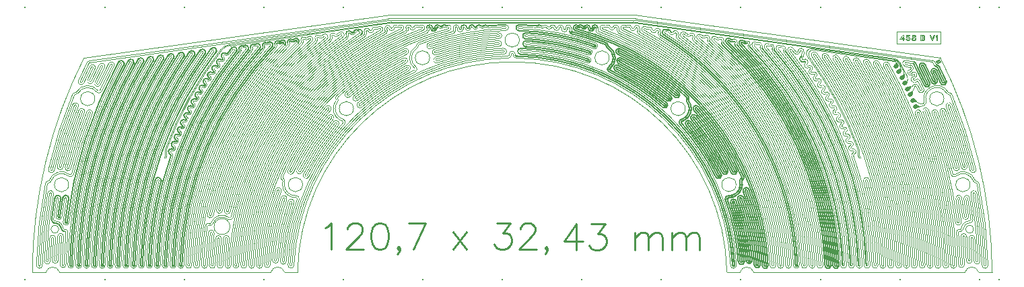
<source format=gbr>
%FSLAX36Y36*%
%MOIN*%
%SFA1.000B1.000*%

%MIA0B0*%
%IPPOS*%
%ADD10C,0.00100*%
%ADD11C,0.00200*%
%ADD70C,0.00472*%
%ADD71C,0.00197*%
%ADD21C,0.00886*%
%ADD22C,0.02047*%
%ADD23C,0.00591*%
%ADD24C,0.00433*%
%ADD25C,0.00429*%
%ADD64C,0.00098*%
%ADD65C,0.00097*%
%ADD69R,0.00787X0.00787*%
%ADD76C,0.00197*%
%LNcopper.458-b-v1*%
%LPD*%
G54D23*
X4588645Y1017118D03*
G54D24*
X4559755Y1127581D03*
X4581983Y1122334D03*
X4564308Y1118023D03*
X4573184Y1118194D03*
X4583169Y1142490D03*
X4591935Y1146700D03*
X4576676Y1144766D03*
X4572428Y1153514D03*
X4567947Y1140480D03*
X4563699Y1149228D03*
X4559413Y1157956D03*
X4555089Y1166666D03*
X4563818Y1170953D03*
X4568142Y1162243D03*
X4559455Y1179644D03*
X4555055Y1188316D03*
X4550803Y1175206D03*
X4546402Y1183878D03*
X4541964Y1192530D03*
X4537488Y1201163D03*
X4546141Y1205601D03*
X4550617Y1196968D03*
X4544566Y1214725D03*
X4545919Y1224355D03*
X4518632Y1218370D03*
X4519985Y1228000D03*
X4521339Y1237630D03*
X4522692Y1247260D03*
X4558485Y1242229D03*
X4557131Y1232599D03*
X4560751Y1230061D03*
X4569345Y1234612D03*
X4674209Y1199937D03*
X4665465Y1195681D03*
X4656722Y1191425D03*
X4647978Y1187169D03*
X4616775Y1227799D03*
X4608127Y1223353D03*
X4599478Y1218907D03*
X4590830Y1214461D03*
X4678572Y1213143D03*
X4687297Y1217436D03*
X4674721Y1225655D03*
X4671051Y1228292D03*
X4656154Y1236225D03*
X4652496Y1238837D03*
X4653850Y1248467D03*
X4664822Y1240632D03*
X4590707Y1033473D03*
X4603243Y1032870D03*
X4594711Y1018754D03*
X4569134Y981642D03*
X4578153Y985277D03*
X4587173Y988912D03*
X4596192Y992548D03*
X4606836Y992140D03*
X4615863Y995757D03*
X4624890Y999374D03*
X4633916Y1002991D03*
X4928738Y231458D03*
X4919016Y231234D03*
X4909294Y231010D03*
X4899572Y230786D03*
X4773103Y231482D03*
X4763381Y231242D03*
X4753660Y231002D03*
X4743938Y230762D03*
X4734193Y231489D03*
X4724471Y231244D03*
X4714750Y231000D03*
X4705029Y230756D03*
X4695282Y231495D03*
X4685561Y231246D03*
X4675840Y230998D03*
X4666119Y230749D03*
X4656372Y231502D03*
X4646650Y231249D03*
X4636929Y230995D03*
X4627208Y230742D03*
X4617460Y231510D03*
X4607739Y231251D03*
X4598018Y230993D03*
X4588297Y230734D03*
X4578548Y231517D03*
X4568828Y231254D03*
X4559107Y230990D03*
X4549386Y230727D03*
X4539636Y231525D03*
X4529915Y231256D03*
X4520195Y230988D03*
X4510474Y230719D03*
X4500723Y231533D03*
X4491002Y231259D03*
X4481282Y230985D03*
X4471561Y230711D03*
X4461809Y231542D03*
X4452089Y231262D03*
X4442369Y230982D03*
X4432648Y230702D03*
X4422895Y231551D03*
X4413175Y231265D03*
X4403454Y230979D03*
X4393734Y230693D03*
X4383980Y231560D03*
X4374260Y231268D03*
X4364540Y230976D03*
X4354820Y230684D03*
X4345064Y231570D03*
X4335344Y231271D03*
X4325624Y230973D03*
X4315904Y230674D03*
X4306147Y231580D03*
X4296428Y231275D03*
X4286708Y230969D03*
X4276988Y230664D03*
X4267230Y231590D03*
X4257510Y231278D03*
X4247791Y230966D03*
X4238071Y230654D03*
X4228311Y231601D03*
X4218592Y231282D03*
X4208873Y230962D03*
X4199154Y230643D03*
X4189392Y231613D03*
X4179673Y231286D03*
X4169954Y230958D03*
X4160235Y230631D03*
X4150471Y231625D03*
X4140752Y231290D03*
X4131034Y230954D03*
X4121315Y230619D03*
X4111549Y231638D03*
X4101831Y231294D03*
X4092112Y230950D03*
X4082394Y230606D03*
X4072626Y231652D03*
X4062908Y231299D03*
X4053190Y230945D03*
X4043472Y230592D03*
X4033701Y231666D03*
X4023984Y231303D03*
X4014266Y230941D03*
X4004548Y230578D03*
X3994775Y231681D03*
X3985058Y231308D03*
X3975341Y230936D03*
X3965624Y230563D03*
X3955848Y231697D03*
X3946131Y231314D03*
X3936414Y230930D03*
X3926697Y230547D03*
X3916918Y231714D03*
X3907202Y231319D03*
X3897485Y230925D03*
X3887769Y230530D03*
X3877987Y231731D03*
X3868271Y231325D03*
X3858555Y230919D03*
X3848839Y230513D03*
X3839053Y231750D03*
X3829338Y231331D03*
X3819623Y230913D03*
X3809907Y230494D03*
X3683294Y231839D03*
X3673581Y231361D03*
X3663868Y230883D03*
X3654156Y230405D03*
X4340490Y656156D03*
X4331104Y653612D03*
X4321718Y651068D03*
X4312332Y648525D03*
X4253483Y771900D03*
X4262650Y775144D03*
X4265587Y781341D03*
X4262293Y790490D03*
X4258950Y799622D03*
X4255557Y808735D03*
X4252115Y817830D03*
X4248624Y826906D03*
X4245083Y835963D03*
X4241494Y845001D03*
X4237856Y854019D03*
X4234169Y863017D03*
X4230434Y871995D03*
X4226650Y880953D03*
X4222817Y889891D03*
X4218936Y898807D03*
X4215007Y907702D03*
X4211030Y916576D03*
X4207006Y925428D03*
X4202933Y934259D03*
X4198812Y943067D03*
X4194644Y951853D03*
X4190428Y960616D03*
X4186165Y969356D03*
X4181855Y978073D03*
X4177498Y986766D03*
X4173094Y995436D03*
X4168643Y1004082D03*
X4164145Y1012704D03*
X4159600Y1021301D03*
X4155010Y1029873D03*
X4150372Y1038421D03*
X4145689Y1046943D03*
X4140960Y1055440D03*
X4136184Y1063911D03*
X4131363Y1072356D03*
X4126496Y1080775D03*
X4121584Y1089167D03*
X4116627Y1097533D03*
X4111624Y1105872D03*
X4106576Y1114183D03*
X4101483Y1122468D03*
X4096346Y1130724D03*
X4091164Y1138953D03*
X4085938Y1147153D03*
X4080667Y1155325D03*
X4075352Y1163468D03*
X4069993Y1171583D03*
X4064590Y1179668D03*
X4059144Y1187724D03*
X4053654Y1195751D03*
X4048121Y1203747D03*
X4042544Y1211714D03*
X4036925Y1219650D03*
X4031262Y1227556D03*
X4025557Y1235431D03*
X4019810Y1243275D03*
X4014020Y1251088D03*
X4008188Y1258869D03*
X4002313Y1266619D03*
X4004191Y1269817D03*
X4013821Y1268463D03*
X4007323Y1292099D03*
X4016953Y1290745D03*
X3997693Y1293452D03*
X3988063Y1294805D03*
X3987554Y1291185D03*
X3997184Y1289832D03*
X3978926Y1288846D03*
X3971298Y1282814D03*
X3962600Y1309186D03*
X3955060Y1303044D03*
X3947521Y1296902D03*
X3939982Y1290760D03*
X4056772Y1266911D03*
X4064609Y1272667D03*
X4072447Y1278424D03*
X4080285Y1284180D03*
X4109904Y1259655D03*
X4117854Y1265254D03*
X4125805Y1270854D03*
X4133755Y1276454D03*
X4162095Y1252522D03*
X4170149Y1257973D03*
X4178203Y1263423D03*
X4186256Y1268873D03*
X4213446Y1245500D03*
X4221595Y1250807D03*
X4229743Y1256114D03*
X4237892Y1261421D03*
X4264041Y1238577D03*
X4272277Y1243747D03*
X4280514Y1248916D03*
X4288750Y1254086D03*
X4313954Y1231742D03*
X4322271Y1236781D03*
X4330588Y1241819D03*
X4338906Y1246857D03*
X4363247Y1224988D03*
X4371639Y1229900D03*
X4380031Y1234812D03*
X4388424Y1239725D03*
X4411975Y1218306D03*
X4420437Y1223098D03*
X4428900Y1227889D03*
X4437362Y1232680D03*
X3927091Y1291155D03*
X3926031Y1294921D03*
X3927216Y1303357D03*
X3919581Y1284977D03*
X3916401Y1296275D03*
X3917587Y1304710D03*
X3910999Y1309915D03*
X3896826Y1311906D03*
X3890181Y1304881D03*
X3907454Y1318970D03*
X3902730Y1319634D03*
X3882794Y1298556D03*
X3869712Y1298849D03*
X3862358Y1292487D03*
X3858945Y1304060D03*
X3868574Y1302707D03*
X3869800Y1311426D03*
X3860170Y1312780D03*
X3849356Y1326752D03*
X3853355Y1317888D03*
X3837925Y1320057D03*
X3844212Y1327475D03*
X3823954Y1306573D03*
X3831172Y1313089D03*
X3810661Y1306748D03*
X3803479Y1300193D03*
X3799808Y1312056D03*
X3809438Y1310703D03*
X3810706Y1319731D03*
X3801077Y1321085D03*
X3793993Y1326062D03*
X3789454Y1334662D03*
X3783819Y1335454D03*
X3777085Y1328438D03*
X3770204Y1321570D03*
X3763175Y1314850D03*
X3749648Y1314889D03*
X3742657Y1308129D03*
X3738698Y1320299D03*
X3748328Y1318946D03*
X3749644Y1328313D03*
X3740015Y1329666D03*
X3732614Y1334461D03*
X3727443Y1342696D03*
X3720538Y1344242D03*
X3713720Y1337308D03*
X3700085Y1323440D03*
X3706902Y1330374D03*
X3686295Y1323319D03*
X3679520Y1316343D03*
X3675238Y1328836D03*
X3684868Y1327483D03*
X3686237Y1337224D03*
X3676607Y1338578D03*
X3668872Y1343142D03*
X3663032Y1350918D03*
X3656815Y1351233D03*
X3650219Y1344088D03*
X3647345Y1346733D03*
X3653924Y1353895D03*
X3634189Y1332410D03*
X3640767Y1339572D03*
X3620103Y1332099D03*
X3613572Y1324894D03*
X3608924Y1337731D03*
X3618554Y1336378D03*
X3619982Y1346536D03*
X3610352Y1347889D03*
X3602272Y1352168D03*
X3595741Y1359373D03*
X3589306Y1359289D03*
X3583721Y1364067D03*
X3577416Y1356663D03*
X3582966Y1351915D03*
X3571112Y1349259D03*
X3564807Y1341855D03*
X3550384Y1341315D03*
X3544132Y1333868D03*
X3539066Y1347069D03*
X3548696Y1345716D03*
X3550190Y1356344D03*
X3540560Y1357698D03*
X3532126Y1361622D03*
X3524889Y1368117D03*
X3518246Y1367556D03*
X3512200Y1359941D03*
X3502935Y1367238D03*
X3508923Y1374900D03*
X3490961Y1351912D03*
X3496948Y1359575D03*
X3476148Y1351092D03*
X3470219Y1343385D03*
X3464668Y1356976D03*
X3474298Y1355623D03*
X3475867Y1366790D03*
X3466237Y1368143D03*
X3457450Y1371623D03*
X3449504Y1377230D03*
X3442677Y1376097D03*
X3436967Y1368226D03*
X3422379Y1378672D03*
X3427992Y1386613D03*
X3411152Y1362790D03*
X3416765Y1370731D03*
X3395880Y1361618D03*
X3390332Y1353631D03*
X3384210Y1367641D03*
X3393840Y1366288D03*
X3395498Y1378085D03*
X3385868Y1379438D03*
X3376739Y1382357D03*
X3368110Y1386842D03*
X3359030Y1388118D03*
X3341334Y1399404D03*
X3337808Y1399900D03*
X3322890Y1374838D03*
X3349500Y1386186D03*
X3343601Y1389948D03*
X3333023Y1391434D03*
X3328050Y1383080D03*
X3307063Y1373208D03*
X3304791Y1378029D03*
X3306556Y1390585D03*
X3278256Y1397176D03*
X3268779Y1398508D03*
X3247029Y1410643D03*
X3242319Y1410603D03*
X3235195Y1414442D03*
X3221430Y1388721D03*
X3226018Y1397294D03*
X3230606Y1405868D03*
X3237681Y1402056D03*
X3251812Y1402176D03*
X3259062Y1398131D03*
X3287492Y1394135D03*
X3296926Y1391938D03*
X3295161Y1379382D03*
X3301976Y1364920D03*
X3204901Y1386461D03*
X3200398Y1377842D03*
X3192708Y1392800D03*
X3202338Y1391447D03*
X3204238Y1404965D03*
X3194608Y1406318D03*
X3184963Y1407556D03*
X3175304Y1408678D03*
X3165612Y1409203D03*
X3155888Y1409131D03*
X3147946Y1412857D03*
X3141786Y1420381D03*
X3136697Y1419716D03*
X3132680Y1410860D03*
X3126751Y1413532D03*
X3130726Y1422407D03*
X3118802Y1395782D03*
X3122776Y1404657D03*
X3103370Y1391973D03*
X3099479Y1383061D03*
X3090728Y1396429D03*
X3100453D03*
Y1409094D03*
X3090728D03*
X3081081Y1409960D03*
X3071512Y1411691D03*
X3061943D03*
X3052374Y1409960D03*
X3044622Y1412946D03*
X3038687Y1420649D03*
X3034028Y1419942D03*
X3030647Y1410825D03*
X3022918Y1413664D03*
X3026243Y1422802D03*
X3016269Y1395387D03*
X3019593Y1404525D03*
X3000193Y1390812D03*
X2996964Y1381639D03*
X2987220Y1395398D03*
X2996945D03*
Y1409094D03*
X2987220D03*
X2977496D03*
X2967771D03*
X2958047D03*
X2948323D03*
X2939311Y1411630D03*
X2931013Y1416700D03*
X2922715D03*
X2914417Y1411630D03*
X2907989Y1413389D03*
X2903430Y1421979D03*
X2899915Y1421571D03*
X2897444Y1412165D03*
X2891143Y1413803D03*
X2893565Y1423221D03*
X2886298Y1394968D03*
X2888720Y1404386D03*
X2867019Y1379752D03*
X2869328Y1389199D03*
X2865620Y1393922D03*
X2855896D03*
Y1409094D03*
X2865620D03*
X2836447D03*
X2846171D03*
X2816998D03*
X2826723D03*
X2797579Y1410023D03*
X2807284Y1409404D03*
X2778170D03*
X2787874Y1410023D03*
X2759804Y1414586D03*
X2768813Y1410925D03*
X2741786D03*
X2750795Y1414586D03*
X2725679Y1417934D03*
X2733414Y1412041D03*
X2710208D03*
X2717943Y1417934D03*
X2696896Y1420211D03*
X2703192Y1412800D03*
X2692343Y1409398D03*
X2693280Y1419077D03*
X1491973Y230405D03*
X1482260Y230883D03*
X1472548Y231361D03*
X1462835Y231839D03*
X1336221Y230494D03*
X1326506Y230913D03*
X1316790Y231331D03*
X1307075Y231750D03*
X1297289Y230513D03*
X1287573Y230919D03*
X1277858Y231325D03*
X1268142Y231731D03*
X1248643Y230925D03*
X1238927Y231319D03*
X1229210Y231714D03*
X1258359Y230530D03*
X1219431Y230547D03*
X1209715Y230930D03*
X1199998Y231314D03*
X1190281Y231697D03*
X1180505Y230563D03*
X1170788Y230936D03*
X1161070Y231308D03*
X1151353Y231681D03*
X1141580Y230578D03*
X1131862Y230941D03*
X1122145Y231303D03*
X1112427Y231666D03*
X1102657Y230592D03*
X1092939Y230945D03*
X1083221Y231299D03*
X1073503Y231652D03*
X1063734Y230606D03*
X1054016Y230950D03*
X1044298Y231294D03*
X1034580Y231638D03*
X1024813Y230619D03*
X1015095Y230954D03*
X1005376Y231290D03*
X995658Y231625D03*
X985894Y230631D03*
X976175Y230958D03*
X966456Y231286D03*
X956737Y231613D03*
X946975Y230643D03*
X937256Y230962D03*
X927537Y231282D03*
X917817Y231601D03*
X908057Y230654D03*
X898338Y230966D03*
X888618Y231278D03*
X878899Y231590D03*
X869140Y230664D03*
X859420Y230969D03*
X849701Y231275D03*
X839981Y231580D03*
X830224Y230674D03*
X820504Y230973D03*
X810784Y231271D03*
X801065Y231570D03*
X791309Y230684D03*
X781589Y230976D03*
X771869Y231268D03*
X762149Y231560D03*
X752394Y230693D03*
X742674Y230979D03*
X732954Y231265D03*
X723234Y231551D03*
X713480Y230702D03*
X703760Y230982D03*
X694040Y231262D03*
X684319Y231542D03*
X674567Y230711D03*
X664847Y230985D03*
X655126Y231259D03*
X645406Y231533D03*
X635655Y230719D03*
X625934Y230988D03*
X616213Y231256D03*
X606493Y231525D03*
X596743Y230727D03*
X587022Y230990D03*
X577301Y231254D03*
X567580Y231517D03*
X557831Y230734D03*
X548110Y230993D03*
X538389Y231251D03*
X528668Y231510D03*
X518920Y230742D03*
X509199Y230995D03*
X499478Y231249D03*
X489757Y231502D03*
X480010Y230749D03*
X470289Y230998D03*
X460567Y231246D03*
X450846Y231495D03*
X441100Y230756D03*
X431379Y231000D03*
X421657Y231244D03*
X411936Y231489D03*
X402190Y230762D03*
X392469Y231002D03*
X382747Y231242D03*
X373026Y231482D03*
X246556Y230786D03*
X236834Y231010D03*
X227113Y231234D03*
X217391Y231458D03*
X469551Y1238945D03*
X478232Y1234563D03*
X480542Y1246817D03*
X481896Y1237187D03*
X481255Y1218897D03*
X489960Y1214562D03*
X498665Y1210227D03*
X507369Y1205892D03*
X528246Y1225643D03*
X536899Y1221206D03*
X545553Y1216769D03*
X575640Y1232451D03*
X584238Y1227908D03*
X592837Y1223366D03*
X601435Y1218823D03*
X623471Y1239325D03*
X632010Y1234673D03*
X640549Y1230021D03*
X649088Y1225368D03*
X671773Y1246271D03*
X680250Y1241505D03*
X688726Y1236739D03*
X697202Y1231973D03*
X720590Y1253295D03*
X728999Y1248411D03*
X737407Y1243526D03*
X745816Y1238641D03*
X769968Y1260404D03*
X778304Y1255397D03*
X786640Y1250389D03*
X794975Y1245381D03*
X819960Y1267606D03*
X828217Y1262470D03*
X836475Y1257334D03*
X844732Y1252198D03*
X870627Y1274910D03*
X878800Y1269640D03*
X886972Y1264370D03*
X895145Y1259100D03*
X922039Y1282325D03*
X930120Y1276916D03*
X938201Y1271507D03*
X946282Y1266097D03*
X974279Y1289864D03*
X982261Y1284310D03*
X990242Y1278755D03*
X998224Y1273200D03*
X1027442Y1297542D03*
X1035316Y1291834D03*
X1043189Y1286127D03*
X1051063Y1280420D03*
X1081642Y1305373D03*
X1089397Y1299506D03*
X1097152Y1293640D03*
X1104908Y1287773D03*
X1960996Y1454881D03*
X1962350Y1445251D03*
X1975081Y1455866D03*
Y1446142D03*
X2573064Y1455866D03*
Y1446142D03*
X3171048Y1455866D03*
Y1446142D03*
X3183779Y1445251D03*
X3185132Y1454881D03*
X805639Y656156D03*
X815025Y653612D03*
X824411Y651068D03*
X833796Y648525D03*
X883478Y775144D03*
X892645Y771900D03*
X880541Y781341D03*
X883835Y790490D03*
X887179Y799622D03*
X890572Y808735D03*
X894014Y817830D03*
X897505Y826906D03*
X901045Y835963D03*
X904635Y845001D03*
X908273Y854019D03*
X911960Y863017D03*
X915695Y871995D03*
X919479Y880953D03*
X923311Y889891D03*
X927192Y898807D03*
X931121Y907702D03*
X935098Y916576D03*
X939123Y925428D03*
X943196Y934259D03*
X947316Y943067D03*
X951484Y951853D03*
X955700Y960616D03*
X959963Y969356D03*
X964273Y978073D03*
X968631Y986766D03*
X973035Y995436D03*
X977486Y1004082D03*
X981984Y1012704D03*
X986528Y1021301D03*
X991119Y1029873D03*
X995756Y1038421D03*
X1000440Y1046943D03*
X1005169Y1055440D03*
X1009944Y1063911D03*
X1014765Y1072356D03*
X1019632Y1080775D03*
X1024544Y1089167D03*
X1029502Y1097533D03*
X1034505Y1105872D03*
X1039552Y1114183D03*
X1044645Y1122468D03*
X1049782Y1130724D03*
X1054964Y1138953D03*
X1060191Y1147153D03*
X1065462Y1155325D03*
X1070777Y1163468D03*
X1076136Y1171583D03*
X1081538Y1179668D03*
X1086985Y1187724D03*
X1092475Y1195751D03*
X1098008Y1203747D03*
X1103584Y1211714D03*
X1109204Y1219650D03*
X1114866Y1227556D03*
X1120571Y1235431D03*
X1126319Y1243275D03*
X1132109Y1251088D03*
X1137941Y1258869D03*
X1143815Y1266619D03*
X1149731Y1274336D03*
X1155689Y1282022D03*
X1170148Y1276866D03*
X1162494Y1282865D03*
X1183529Y1309186D03*
X1191068Y1303044D03*
X1198607Y1296902D03*
X1206147Y1290760D03*
X1219038Y1291155D03*
X1220098Y1294921D03*
X1218912Y1303357D03*
X1238675Y1318970D03*
X1243399Y1319634D03*
X1263334Y1298556D03*
X1255948Y1304881D03*
X1249302Y1311906D03*
X1235129Y1309915D03*
X1228542Y1304710D03*
X1229728Y1296275D03*
X1226547Y1284977D03*
X1276417Y1298849D03*
X1277554Y1302707D03*
X1276329Y1311426D03*
X1296773Y1326752D03*
X1301916Y1327475D03*
X1322174Y1306573D03*
X1314957Y1313089D03*
X1308204Y1320057D03*
X1292773Y1317888D03*
X1285958Y1312780D03*
X1287184Y1304060D03*
X1283771Y1292487D03*
X1335467Y1306748D03*
X1336691Y1310703D03*
X1335422Y1319731D03*
X1356674Y1334662D03*
X1362310Y1335454D03*
X1382954Y1314850D03*
X1375924Y1321570D03*
X1369043Y1328438D03*
X1352136Y1326062D03*
X1345052Y1321085D03*
X1346321Y1312056D03*
X1342650Y1300193D03*
X1396481Y1314889D03*
X1397801Y1318946D03*
X1396484Y1328313D03*
X1418686Y1342696D03*
X1424683Y1343349D03*
X1425591Y1344242D03*
X1446044Y1323440D03*
X1439226Y1330374D03*
X1432408Y1337308D03*
X1431506Y1336420D03*
X1413514Y1334461D03*
X1406114Y1329666D03*
X1407430Y1320299D03*
X1403472Y1308129D03*
X1459834Y1323319D03*
X1461261Y1327483D03*
X1459892Y1337224D03*
X1483096Y1350918D03*
X1489314Y1351233D03*
X1492205Y1353895D03*
X1511940Y1332410D03*
X1505361Y1339572D03*
X1498783Y1346733D03*
X1495910Y1344088D03*
X1477256Y1343142D03*
X1469522Y1338578D03*
X1470891Y1328836D03*
X1466609Y1316343D03*
X1526025Y1332099D03*
X1527574Y1336378D03*
X1526147Y1346536D03*
X1550388Y1359373D03*
X1556823Y1359289D03*
X1562408Y1364067D03*
X1581321Y1341855D03*
X1575017Y1349259D03*
X1568712Y1356663D03*
X1563162Y1351915D03*
X1543857Y1352168D03*
X1535776Y1347889D03*
X1537204Y1337731D03*
X1532557Y1324894D03*
X1595744Y1341315D03*
X1597433Y1345716D03*
X1595939Y1356344D03*
X1621240Y1368117D03*
X1627882Y1367556D03*
X1637206Y1374900D03*
X1655168Y1351912D03*
X1649181Y1359575D03*
X1643193Y1367238D03*
X1633929Y1359941D03*
X1614002Y1361622D03*
X1605569Y1357698D03*
X1607062Y1347069D03*
X1601997Y1333868D03*
X1669981Y1351092D03*
X1671831Y1355623D03*
X1670261Y1366790D03*
X1696624Y1377230D03*
X1703452Y1376097D03*
X1718137Y1386613D03*
X1734976Y1362790D03*
X1729363Y1370731D03*
X1723750Y1378672D03*
X1709161Y1368226D03*
X1688679Y1371623D03*
X1679891Y1368143D03*
X1681461Y1356976D03*
X1675910Y1343385D03*
X1750248Y1361618D03*
X1752289Y1366288D03*
X1750631Y1378085D03*
X1778019Y1386842D03*
X1787098Y1388118D03*
X1804794Y1399404D03*
X1808320Y1399900D03*
X1823239Y1374838D03*
X1818079Y1383080D03*
X1813106Y1391434D03*
X1802527Y1389948D03*
X1796629Y1386186D03*
X1769390Y1382357D03*
X1760261Y1379438D03*
X1761919Y1367641D03*
X1755796Y1353631D03*
X1839066Y1373208D03*
X1841338Y1378029D03*
X1839573Y1390585D03*
X1867873Y1397176D03*
X1877350Y1398508D03*
X1899099Y1410643D03*
X1903810Y1410603D03*
X1910934Y1414442D03*
X1924699Y1388721D03*
X1920111Y1397294D03*
X1915522Y1405868D03*
X1908447Y1402056D03*
X1894317Y1402176D03*
X1887067Y1398131D03*
X1858636Y1394135D03*
X1849203Y1391938D03*
X1850968Y1379382D03*
X1844152Y1364920D03*
X1941227Y1386461D03*
X1943791Y1391447D03*
X1945731Y1377842D03*
X1953420Y1392800D03*
X1941891Y1404965D03*
X1951521Y1406318D03*
X1970825Y1408678D03*
X1961165Y1407556D03*
X1980516Y1409203D03*
X1990241Y1409131D03*
X2004343Y1420381D03*
X2009431Y1419716D03*
X2015403Y1422407D03*
X2019378Y1413532D03*
X2013448Y1410860D03*
X1998183Y1412857D03*
X2023352Y1404657D03*
X2027327Y1395782D03*
X2042759Y1391973D03*
X2046649Y1383061D03*
X2045676Y1409094D03*
X2074616Y1411691D03*
X2084185D03*
X2107442Y1420649D03*
X2112100Y1419942D03*
X2119886Y1422802D03*
X2055400Y1409094D03*
X2065047Y1409960D03*
X2093754D03*
X2101506Y1412946D03*
X2115482Y1410825D03*
X2123211Y1413664D03*
X2126535Y1404525D03*
X2129860Y1395387D03*
X2145936Y1390812D03*
X2149184Y1395398D03*
Y1409094D03*
X2178357D03*
X2188082D03*
X2215115Y1416700D03*
X2223413D03*
X2242699Y1421979D03*
X2246214Y1421571D03*
X2252564Y1423221D03*
X2259831Y1394968D03*
X2257408Y1404386D03*
X2254986Y1413803D03*
X2248684Y1412165D03*
X2238140Y1413389D03*
X2231711Y1411630D03*
X2206817D03*
X2197806Y1409094D03*
X2168633Y1408397D03*
X2158908Y1409094D03*
Y1395398D03*
X2149164Y1381639D03*
X2276801Y1389199D03*
X2280508Y1393922D03*
Y1409094D03*
X2309681D03*
Y1402776D03*
X2319406D03*
Y1409094D03*
X2348550Y1410023D03*
X2358254D03*
X2386325Y1414586D03*
X2395333D03*
X2420450Y1417934D03*
X2428185D03*
X2449232Y1420211D03*
X2452849Y1419077D03*
X2453786Y1409398D03*
X2442936Y1412800D03*
X2435921Y1412041D03*
X2412715D03*
X2404342Y1410925D03*
X2377316D03*
X2367959Y1409404D03*
X2338845D03*
X2329130Y1409094D03*
Y1402776D03*
X2299957D03*
Y1409094D03*
X2290233D03*
Y1393922D03*
X2279110Y1379752D03*
X3721445Y1343349D03*
X3714622Y1336420D03*
X2846171Y1402776D03*
X2836447D03*
X2826723D03*
X2816998D03*
X2168633Y1409094D03*
X2197806Y1408397D03*
X2188082D03*
X2178357D03*
X2958047D03*
X2967771D03*
X2977496D03*
X2948323D03*
X4674886Y1215812D03*
X4673368Y1216025D03*
X4662356Y1223936D03*
X1172368Y363465D03*
X1162728Y364747D03*
X1153089Y366029D03*
X1143449Y367311D03*
X1132959Y362087D03*
X1123314Y363326D03*
X1113669Y364564D03*
X1104024Y365803D03*
X1097425Y389423D03*
X1087800Y390808D03*
X1078174Y392192D03*
X1068549Y393577D03*
X1063669Y425726D03*
X1054074Y427306D03*
X1070928Y439313D03*
X1076692Y438326D03*
X1069287Y429728D03*
X1075050Y428742D03*
X1091324Y438426D03*
X1082116Y441555D03*
X1172774Y466786D03*
X1166506Y459350D03*
X1190183Y467506D03*
X1180666Y469504D03*
X1176708Y496835D03*
X1167229Y499005D03*
X1157749Y501175D03*
X1148270Y503345D03*
X1137609Y500310D03*
X1128122Y502445D03*
X1118635Y504581D03*
X1109148Y506717D03*
X1093047Y477965D03*
X1083517Y479902D03*
X1073988Y481839D03*
X1064458Y483776D03*
X4767453Y443009D03*
X4777107Y444179D03*
X4786761Y445349D03*
X4796414Y446518D03*
X4803155Y470733D03*
X4812797Y472002D03*
X4822438Y473271D03*
X4832079Y474540D03*
X4844132Y456883D03*
X4853783Y458072D03*
X4838776Y441712D03*
X4839129Y451429D03*
X4796660Y414764D03*
X4806326Y413696D03*
X4793321Y400788D03*
X4792325Y410461D03*
X4785873Y409797D03*
X4786869Y400124D03*
X4782528Y394811D03*
X4772850Y393857D03*
X4794334Y372954D03*
X4804021Y373808D03*
X4813708Y374662D03*
X4823395Y375516D03*
X4834114Y364287D03*
X4843805Y365089D03*
X4853497Y365892D03*
X4863188Y366694D03*
X351794Y372954D03*
X352808Y400788D03*
X349468Y414764D03*
X349714Y446518D03*
X373278Y393857D03*
X363601Y394811D03*
X359260Y400124D03*
X360255Y409797D03*
X353803Y410461D03*
X359368Y445349D03*
X369022Y444179D03*
X378676Y443009D03*
X312015Y364287D03*
X302323Y365089D03*
X322734Y375516D03*
X332421Y374662D03*
X342107Y373808D03*
X282941Y366694D03*
X292632Y365892D03*
X339803Y413696D03*
X307353Y441712D03*
X301997Y456883D03*
X306999Y451429D03*
X314049Y474540D03*
X323691Y473271D03*
X333332Y472002D03*
X342973Y470733D03*
X292345Y458072D03*
X425523Y1146811D03*
X434386Y1142809D03*
X443249Y1138807D03*
X452112Y1134806D03*
X470694Y1152044D03*
X479516Y1147953D03*
X488338Y1143862D03*
X497160Y1139771D03*
X507119Y1138130D03*
X515937Y1134028D03*
X524754Y1129927D03*
X533571Y1125826D03*
X531283Y1097473D03*
X540148Y1093477D03*
X515175Y1090727D03*
X522958Y1096556D03*
X414807Y1089945D03*
X423243Y1085108D03*
X409741Y1077802D03*
X410306Y1087510D03*
X395981Y1078528D03*
X404966Y1074808D03*
X396847Y1028604D03*
X405903Y1025061D03*
X414959Y1021518D03*
X424015Y1017975D03*
X427471Y999976D03*
X436551Y996494D03*
X445631Y993012D03*
X454710Y989530D03*
X466813Y993888D03*
X475880Y990372D03*
X484946Y986856D03*
X494013Y983341D03*
X400803Y680808D03*
X391330Y683004D03*
X383454Y680389D03*
X377175Y672964D03*
X289490Y648882D03*
X280299Y652058D03*
X276216Y639069D03*
X275875Y648787D03*
X271618Y635159D03*
X262081Y637057D03*
X272924Y589749D03*
X282496Y588032D03*
X292068Y586316D03*
X301639Y584599D03*
X308292Y566258D03*
X317876Y564611D03*
X327460Y562965D03*
X337044Y561318D03*
X347867Y566817D03*
X357446Y565140D03*
X367025Y563463D03*
X376603Y561785D03*
X256871Y251984D03*
X266590Y251670D03*
X276309Y251356D03*
X286029Y251042D03*
X295927Y256063D03*
X305645Y255726D03*
X315364Y255389D03*
X325082Y255052D03*
X334205Y234987D03*
X343926Y234736D03*
X353647Y234485D03*
X363368Y234234D03*
X4802203Y234736D03*
X4811924Y234987D03*
X4850202Y256063D03*
X4860100Y251042D03*
X4869819Y251356D03*
X4879538Y251670D03*
X4889258Y251984D03*
X4821046Y255052D03*
X4830765Y255389D03*
X4840483Y255726D03*
X4782761Y234234D03*
X4792482Y234485D03*
X4870254Y648787D03*
X4865829Y652058D03*
X4856638Y648882D03*
X4884048Y637057D03*
X4874511Y635159D03*
X4869913Y639069D03*
X4762675Y680389D03*
X4745325Y680808D03*
X4768954Y672964D03*
X4754798Y683004D03*
X4798261Y566817D03*
X4818669Y562965D03*
X4828253Y564611D03*
X4837837Y566258D03*
X4809085Y561318D03*
X4844489Y584599D03*
X4854061Y586316D03*
X4863633Y588032D03*
X4873204Y589749D03*
X4779104Y563463D03*
X4788683Y565140D03*
X4769525Y561785D03*
X4740226Y1025061D03*
X4700498Y993012D03*
X4709578Y996494D03*
X4718657Y999976D03*
X4722114Y1017975D03*
X4731170Y1021518D03*
X4652116Y983341D03*
X4661182Y986856D03*
X4670249Y990372D03*
X4679316Y993888D03*
X4691418Y989530D03*
X4749282Y1028604D03*
X4750147Y1078528D03*
X4741163Y1074808D03*
X4736388Y1077802D03*
X4735822Y1087510D03*
X4722886Y1085108D03*
X4731322Y1089945D03*
X4639009Y1138130D03*
X4648969Y1139771D03*
X4702880Y1138807D03*
X4694017Y1134806D03*
X4612557Y1125826D03*
X4621375Y1129927D03*
X4630192Y1134028D03*
X4711743Y1142809D03*
X4720606Y1146811D03*
X4657791Y1143862D03*
X4666613Y1147953D03*
X4675435Y1152044D03*
X4583922Y1095025D03*
X4592768Y1099063D03*
X4601615Y1103100D03*
X4610461Y1107138D03*
X4612355Y1041224D03*
X4609530Y1035504D03*
X4613288Y1026535D03*
X4621760Y1043693D03*
X4758233Y710576D03*
X4767680Y712882D03*
X4777127Y715188D03*
X4786574Y717494D03*
X4796859Y716357D03*
X4806309Y718648D03*
X4815760Y720939D03*
X4825210Y723231D03*
X4840381Y701371D03*
X4849855Y703562D03*
X4859330Y705752D03*
X4868804Y707943D03*
X349270Y716357D03*
X359555Y717494D03*
X369002Y715188D03*
X378449Y712882D03*
X387896Y710576D03*
X320918Y723231D03*
X330369Y720939D03*
X339819Y718648D03*
X286799Y705752D03*
X296273Y703562D03*
X305748Y701371D03*
X277324Y707943D03*
X1401985Y607712D03*
X1411112Y604356D03*
X1420239Y601000D03*
X1429366Y597645D03*
X1429089Y567759D03*
X1438292Y564617D03*
X1447494Y561475D03*
X1456697Y558333D03*
X1464059Y549755D03*
X1473277Y546658D03*
X1482495Y543561D03*
X1491713Y540464D03*
X1508890Y560242D03*
X1518040Y556948D03*
X1504018Y566742D03*
X1503424Y576448D03*
X1446804Y645688D03*
X1437409Y648198D03*
X1434870Y653809D03*
X1439186Y662523D03*
X1436882Y668811D03*
X1427958Y672673D03*
X1463170Y703262D03*
X1471958Y699096D03*
X1480745Y694931D03*
X1489532Y690766D03*
X1507076Y704678D03*
X1515791Y700365D03*
X1524507Y696052D03*
X1533223Y691739D03*
X1539879Y683243D03*
X1548612Y678965D03*
X1557345Y674688D03*
X1566078Y670410D03*
X3699325Y645688D03*
X3718171Y672673D03*
X3709246Y668811D03*
X3706942Y662523D03*
X3711259Y653809D03*
X3708720Y648198D03*
X3656596Y690766D03*
X3665384Y694931D03*
X3674171Y699096D03*
X3682958Y703262D03*
X3597517Y678965D03*
X3588784Y674688D03*
X3580051Y670410D03*
X3639053Y704678D03*
X3606250Y683243D03*
X3612906Y691739D03*
X3621622Y696052D03*
X3630337Y700365D03*
X3637238Y560242D03*
X3642705Y576448D03*
X3642111Y566742D03*
X3628089Y556948D03*
X3735016Y604356D03*
X3744144Y607712D03*
X3689431Y558333D03*
X3698634Y561475D03*
X3707837Y564617D03*
X3717040Y567759D03*
X3716762Y597645D03*
X3725889Y601000D03*
X3682069Y549755D03*
X3654415Y540464D03*
X3663633Y543561D03*
X3672851Y546658D03*
X1346174Y235319D03*
X1355888Y234858D03*
X1365601Y234398D03*
X1375314Y233937D03*
X1386367Y256860D03*
X1396070Y256208D03*
X1405772Y255557D03*
X1415475Y254905D03*
X1425017Y251821D03*
X1434721Y251190D03*
X1444424Y250559D03*
X1454128Y249928D03*
X3790241Y234858D03*
X3799955Y235319D03*
X3770814Y233937D03*
X3780528Y234398D03*
X3740356Y255557D03*
X3750059Y256208D03*
X3759761Y256860D03*
X3730654Y254905D03*
X3692000Y249928D03*
X3701704Y250559D03*
X3711408Y251190D03*
X3721112Y251821D03*
X1651898Y1018741D03*
X1659077Y1012182D03*
X1666257Y1005623D03*
X1673436Y999064D03*
X1663553Y973427D03*
X1670869Y967021D03*
X1678186Y960615D03*
X1685503Y954210D03*
X1689995Y944566D03*
X1697335Y938188D03*
X1704675Y931809D03*
X1712015Y925430D03*
X1736184Y937984D03*
X1743379Y931443D03*
X1733927Y945928D03*
X1736611Y955275D03*
X1700541Y1047943D03*
X1708231Y1041991D03*
X1700838Y1053466D03*
X1709121Y1058559D03*
X1709873Y1064592D03*
X1703093Y1071562D03*
X1749461Y1088384D03*
X1755981Y1081169D03*
X1762502Y1073955D03*
X1769023Y1066741D03*
X1788645Y1071194D03*
X1795058Y1063884D03*
X1801472Y1056575D03*
X1807885Y1049265D03*
X1809359Y1037596D03*
X1815814Y1030323D03*
X1822269Y1023050D03*
X1828724Y1015777D03*
X3460626Y954210D03*
X3448794Y938188D03*
X3456134Y944566D03*
X3467943Y960615D03*
X3475259Y967021D03*
X3482576Y973427D03*
X3494231Y1018741D03*
X3472693Y999064D03*
X3479872Y1005623D03*
X3487051Y1012182D03*
X3412201Y945928D03*
X3402749Y931443D03*
X3409945Y937984D03*
X3434113Y925430D03*
X3441453Y931809D03*
X3409518Y955275D03*
X3437898Y1041991D03*
X3443036Y1071562D03*
X3445291Y1053466D03*
X3445588Y1047943D03*
X3437007Y1058559D03*
X3436256Y1064592D03*
X3396668Y1088384D03*
X3351070Y1063884D03*
X3357484Y1071194D03*
X3377106Y1066741D03*
X3383627Y1073955D03*
X3390147Y1081169D03*
X3344657Y1056575D03*
X3338243Y1049265D03*
X3323859Y1023050D03*
X3317404Y1015777D03*
X3330315Y1030323D03*
X3336770Y1037596D03*
X2039002Y1304806D03*
X2043165Y1296018D03*
X2047327Y1287229D03*
X2051489Y1278441D03*
X2034045Y1259155D03*
X2038381Y1250451D03*
X2042717Y1241746D03*
X2047053Y1233042D03*
X2048399Y1222843D03*
X2052760Y1214151D03*
X2057121Y1205460D03*
X2061482Y1196768D03*
X2089322Y1199519D03*
X2093481Y1190729D03*
X2090128Y1207828D03*
X2095899Y1215655D03*
X2101570Y1308048D03*
X2096800Y1316522D03*
X2099272Y1320969D03*
X2108987Y1321388D03*
X2112034Y1326111D03*
X2108413Y1335136D03*
X2159336Y1333656D03*
X2162612Y1324500D03*
X2165887Y1315344D03*
X2169163Y1306188D03*
X2187498Y1302305D03*
X2190650Y1293106D03*
X2193802Y1283907D03*
X2196955Y1274707D03*
X2192639Y1262920D03*
X2195854Y1253743D03*
X2199070Y1244565D03*
X2202285Y1235388D03*
X3094639Y1278441D03*
X3098801Y1287229D03*
X3102964Y1296018D03*
X3107126Y1304806D03*
X3084647Y1196768D03*
X3089008Y1205460D03*
X3093369Y1214151D03*
X3097730Y1222843D03*
X3107748Y1250451D03*
X3112084Y1259155D03*
X3099075Y1233042D03*
X3103412Y1241746D03*
X3056000Y1207828D03*
X3056806Y1199519D03*
X3052647Y1190729D03*
X3050230Y1215655D03*
X3037716Y1335136D03*
X3034094Y1326111D03*
X3037141Y1321388D03*
X3046856Y1320969D03*
X3049329Y1316522D03*
X3044558Y1308048D03*
X2949174Y1274707D03*
X2952326Y1283907D03*
X2955478Y1293106D03*
X2986792Y1333656D03*
X2976966Y1306188D03*
X2980241Y1315344D03*
X2983517Y1324500D03*
X2958631Y1302305D03*
X2953490Y1262920D03*
X2943843Y1235388D03*
X2947059Y1244565D03*
X2950274Y1253743D03*
X2539734Y1424437D03*
X2539994Y1414716D03*
X2540253Y1404995D03*
X2540513Y1395274D03*
X2505826Y1384113D03*
X2506367Y1374403D03*
X2506908Y1364694D03*
X2507449Y1354985D03*
X2504844Y1345096D03*
X2505411Y1335388D03*
X2505978Y1325680D03*
X2506545Y1315972D03*
X2530493Y1307388D03*
X2530859Y1297670D03*
X2531225Y1287952D03*
X2531591Y1278235D03*
X2605615Y1395274D03*
X2605875Y1404995D03*
X2606135Y1414716D03*
X2606395Y1424437D03*
X2639583Y1315972D03*
X2640303Y1384113D03*
X2638680Y1354985D03*
X2640150Y1325680D03*
X2640717Y1335388D03*
X2641284Y1345096D03*
X2639221Y1364694D03*
X2639762Y1374403D03*
X2614903Y1287952D03*
X2614537Y1278235D03*
X2615269Y1297670D03*
X2615635Y1307388D03*
X2592427Y1269120D03*
X2592254Y1259397D03*
X2587651Y1273981D03*
X2577926D03*
X2568202D03*
X2558478D03*
Y1278720D03*
X2568202D03*
X2577926D03*
X2587651D03*
X2553702Y1269120D03*
X2553874Y1259397D03*
G54D25*
X3927091Y1291155D03*
X3869712Y1298849D03*
X3810661Y1306748D03*
X3749648Y1314889D03*
X3721445Y1343349D03*
X3720538Y1344242D03*
X3700085Y1323440D03*
X4179673Y231286D03*
X4169954Y230958D03*
X3686295Y1323319D03*
X3656815Y1351233D03*
X3653924Y1353895D03*
X3634189Y1332410D03*
X4140752Y231290D03*
X4131034Y230954D03*
X3620103Y1332099D03*
X3341334Y1399404D03*
X3337808Y1399900D03*
X3322890Y1374838D03*
X3985058Y231308D03*
X3975341Y230936D03*
X3307063Y1373208D03*
X2931013Y1416700D03*
X2922715D03*
X2903430Y1421979D03*
X2899915Y1421571D03*
X2893565Y1423221D03*
X2886298Y1394968D03*
X3829338Y231331D03*
X3819623Y230913D03*
X3744144Y607712D03*
X3716762Y597645D03*
X3790241Y234858D03*
X3780528Y234398D03*
X3717040Y567759D03*
X3689431Y558333D03*
X3750059Y256208D03*
X3740356Y255557D03*
X3682069Y549755D03*
X3654415Y540464D03*
X3711408Y251190D03*
X3701704Y250559D03*
X3637238Y560242D03*
X3642111Y566742D03*
X3710916Y631463D03*
X3708720Y648198D03*
X3711259Y653809D03*
X3718171Y672673D03*
X3494231Y1018741D03*
X3472693Y999064D03*
X3674171Y699096D03*
X3665384Y694931D03*
X3482576Y973427D03*
X3460626Y954210D03*
X3630337Y700365D03*
X3621622Y696052D03*
X3456134Y944566D03*
X3434113Y925430D03*
X3597517Y678965D03*
X3588784Y674688D03*
X3409945Y937984D03*
X3412201Y945928D03*
X3459153Y1008254D03*
X3445588Y1047943D03*
X3445291Y1053466D03*
X3443036Y1071562D03*
X3107126Y1304806D03*
X3094639Y1278441D03*
X3390147Y1081169D03*
X3383627Y1073955D03*
X3112084Y1259155D03*
X3099075Y1233042D03*
X3351070Y1063884D03*
X3344657Y1056575D03*
X3097730Y1222843D03*
X3084647Y1196768D03*
X3330315Y1030323D03*
X3323859Y1023050D03*
X3056806Y1199519D03*
X3056000Y1207828D03*
X3082362Y1260018D03*
X3049329Y1316522D03*
X3046856Y1320969D03*
X3037716Y1335136D03*
X2869328Y1389199D03*
X2696896Y1420211D03*
X2693280Y1419077D03*
X2606395Y1424437D03*
X2605615Y1395274D03*
X2983517Y1324500D03*
X2980241Y1315344D03*
X2640303Y1384113D03*
X2638680Y1354985D03*
X2955478Y1293106D03*
X2952326Y1283907D03*
X2641284Y1345096D03*
X2639583Y1315972D03*
X2950274Y1253743D03*
X2947059Y1244565D03*
X2615635Y1307388D03*
X2614537Y1278235D03*
X3673581Y231361D03*
X3663868Y230883D03*
X2592427Y1269120D03*
X2452849Y1419077D03*
X2449232Y1420211D03*
X2428185Y1417934D03*
X2420450D03*
X2395333Y1414586D03*
X2386325D03*
X2358254Y1410023D03*
X2348550D03*
X2246214Y1421571D03*
X2242699Y1421979D03*
X2223413Y1416700D03*
X2215115D03*
X1808320Y1399900D03*
X1804794Y1399404D03*
X1787098Y1388118D03*
X1778019Y1386842D03*
X1492205Y1353895D03*
X1489314Y1351233D03*
X1483096Y1350918D03*
X1425591Y1344242D03*
X1424683Y1343349D03*
X1418686Y1342696D03*
X937256Y230962D03*
X927537Y231282D03*
X1382954Y1314850D03*
X1362310Y1335454D03*
X1356674Y1334662D03*
X898338Y230966D03*
X888618Y231278D03*
X1322174Y1306573D03*
X1301916Y1327475D03*
X1296773Y1326752D03*
X859420Y230969D03*
X849701Y231275D03*
X1263334Y1298556D03*
X1243399Y1319634D03*
X1238675Y1318970D03*
X820504Y230973D03*
X810784Y231271D03*
X1206147Y1290760D03*
X1183529Y1309186D03*
X1162494Y1282865D03*
X1155689Y1282022D03*
X1137941Y1258869D03*
X1132109Y1251088D03*
X1114866Y1227556D03*
X1109204Y1219650D03*
X1092475Y1195751D03*
X1086985Y1187724D03*
X1070777Y1163468D03*
X1065462Y1155325D03*
X1049782Y1130724D03*
X1044645Y1122468D03*
X1029502Y1097533D03*
X1024544Y1089167D03*
X1009944Y1063911D03*
X1005169Y1055440D03*
X991119Y1029873D03*
X986528Y1021301D03*
X973035Y995436D03*
X968631Y986766D03*
X955700Y960616D03*
X951484Y951853D03*
X939123Y925428D03*
X935098Y916576D03*
X923311Y889891D03*
X919479Y880953D03*
X908273Y854019D03*
X904635Y845001D03*
X894014Y817830D03*
X890572Y808735D03*
X880541Y781341D03*
X883478Y775144D03*
X781589Y230976D03*
X771869Y231268D03*
X833796Y648525D03*
X805639Y656156D03*
X742674Y230979D03*
X732954Y231265D03*
X1104908Y1287773D03*
X1081642Y1305373D03*
X703760Y230982D03*
X694040Y231262D03*
X1051063Y1280420D03*
X1027442Y1297542D03*
X664847Y230985D03*
X655126Y231259D03*
X998224Y1273200D03*
X974279Y1289864D03*
X625934Y230988D03*
X616213Y231256D03*
X946282Y1266097D03*
X922039Y1282325D03*
X587022Y230990D03*
X577301Y231254D03*
X895145Y1259100D03*
X870627Y1274910D03*
X548110Y230993D03*
X538389Y231251D03*
X844732Y1252198D03*
X819960Y1267606D03*
X509199Y230995D03*
X499478Y231249D03*
X794975Y1245381D03*
X769968Y1260404D03*
X470289Y230998D03*
X460567Y231246D03*
X745816Y1238641D03*
X720590Y1253295D03*
X431379Y231000D03*
X421657Y231244D03*
X697202Y1231973D03*
X671773Y1246271D03*
X392469Y231002D03*
X382747Y231242D03*
X649088Y1225368D03*
X623471Y1239325D03*
X369022Y444179D03*
X359368Y445349D03*
X376603Y561785D03*
X347867Y566817D03*
X333332Y472002D03*
X323691Y473271D03*
X337044Y561318D03*
X308292Y566258D03*
X292345Y458072D03*
X307353Y441712D03*
X339803Y413696D03*
X4678572Y1213143D03*
X4711743Y1142809D03*
X4702880Y1138807D03*
X4674209Y1199937D03*
X4647978Y1187169D03*
X4666613Y1147953D03*
X4657791Y1143862D03*
X4616775Y1227799D03*
X4590830Y1214461D03*
X4630192Y1134028D03*
X4621375Y1129927D03*
X4569345Y1234612D03*
G54D11*
X3710311Y1349573D03*
X4174813Y225114D03*
X3644056Y1358885D03*
X4135893Y225114D03*
X3330629Y1402934D03*
X3980199Y225114D03*
X2982358Y1424827D03*
X2962909Y1402389D03*
X2943460Y1424827D03*
X2926864Y1413227D03*
X3824480Y225114D03*
X3730453Y618411D03*
X3785384Y228620D03*
X3703236Y578778D03*
X3745207Y249875D03*
X3668242Y560842D03*
X3706556Y244866D03*
X3483462Y1024635D03*
X3669777Y691006D03*
X3471601Y979550D03*
X3625979Y692201D03*
X3445123Y950731D03*
X3593150Y670819D03*
X2706340Y1424827D03*
X3668725Y225114D03*
X2439788Y1424827D03*
X2424318Y1414873D03*
X2408847Y1424827D03*
X2390829Y1410409D03*
X2372811Y1424827D03*
X2353402Y1404325D03*
X2333993Y1424826D03*
X2219264Y1413227D03*
X2202668Y1424827D03*
X2183219Y1402389D03*
X2163771Y1424827D03*
X1815500Y1402934D03*
X1782333Y1383076D03*
X1765075Y1395848D03*
X1502072Y1358885D03*
X1474336Y1354987D03*
X1435817Y1349573D03*
X1410929Y1346075D03*
X932396Y225114D03*
X1372413Y1340665D03*
X893478Y225114D03*
X1311349Y1332081D03*
X854561Y225114D03*
X1252254Y1323775D03*
X815644Y225114D03*
X1194838Y1315706D03*
X1146815Y1286177D03*
X1123488Y1255054D03*
X1100839Y1223432D03*
X1078881Y1191328D03*
X1057622Y1158757D03*
X1037073Y1125732D03*
X1017244Y1092271D03*
X998144Y1058388D03*
X776729Y225114D03*
X819718Y668072D03*
X737814Y225114D03*
X1093275Y1312305D03*
X698900Y225114D03*
X1039252Y1304713D03*
X659986Y225114D03*
X986252Y1297264D03*
X621074Y225114D03*
X944774Y1265904D03*
X934161Y1289944D03*
X920531Y1282132D03*
X582161Y225114D03*
X882886Y1282737D03*
X543250Y225114D03*
X832346Y1275634D03*
X504339Y225114D03*
X782472Y1268625D03*
X465428Y225114D03*
X733203Y1261701D03*
X426518Y225114D03*
X684488Y1254854D03*
X387608Y225114D03*
X636280Y1248079D03*
X364195Y438756D03*
X362235Y580033D03*
X328511Y466629D03*
X322668Y579520D03*
X4707311Y1134800D03*
X4661093Y1209285D03*
X4662202Y1139900D03*
X4603803Y1236863D03*
X4625783Y1125970D03*
G54D25*
X4002313Y1266619D03*
X3714622Y1336420D03*
X3713720Y1337308D03*
X3706902Y1330374D03*
X4189392Y231613D03*
X4160235Y230631D03*
X3679520Y1316343D03*
X3650219Y1344088D03*
X3647345Y1346733D03*
X3640767Y1339572D03*
X4150471Y231625D03*
X4121315Y230619D03*
X3613572Y1324894D03*
X2939311Y1411630D03*
X2914417D03*
X2907989Y1413389D03*
X2897444Y1412165D03*
X2891143Y1413803D03*
X2888720Y1404386D03*
X3839053Y231750D03*
X3809907Y230494D03*
X3735016Y604356D03*
X3725889Y601000D03*
X3799955Y235319D03*
X3770814Y233937D03*
X3707837Y564617D03*
X3698634Y561475D03*
X3759761Y256860D03*
X3730654Y254905D03*
X3672851Y546658D03*
X3663633Y543561D03*
X3721112Y251821D03*
X3692000Y249928D03*
X3628089Y556948D03*
X3642705Y576448D03*
X3701192Y631463D03*
X3699325Y645688D03*
X3706942Y662523D03*
X3709246Y668811D03*
X3487051Y1012182D03*
X3479872Y1005623D03*
X3682958Y703262D03*
X3656596Y690766D03*
X3475259Y967021D03*
X3467943Y960615D03*
X3639053Y704678D03*
X3612906Y691739D03*
X3448794Y938188D03*
X3441453Y931809D03*
X3606250Y683243D03*
X3580051Y670410D03*
X3402749Y931443D03*
X3409518Y955275D03*
X3449428Y1008254D03*
X3437898Y1041991D03*
X3437007Y1058559D03*
X3436256Y1064592D03*
X3102964Y1296018D03*
X3098801Y1287229D03*
X3396668Y1088384D03*
X3377106Y1066741D03*
X3107748Y1250451D03*
X3103412Y1241746D03*
X3357484Y1071194D03*
X3338243Y1049265D03*
X3093369Y1214151D03*
X3089008Y1205460D03*
X3336770Y1037596D03*
X3317404Y1015777D03*
X3052647Y1190729D03*
X3050230Y1215655D03*
X3072638Y1260018D03*
X3044558Y1308048D03*
X3037141Y1321388D03*
X3034094Y1326111D03*
X2867019Y1379752D03*
X1498783Y1346733D03*
X1495910Y1344088D03*
X1477256Y1343142D03*
X1432408Y1337308D03*
X1431506Y1336420D03*
X1413514Y1334461D03*
X4687297Y1217436D03*
X4720606Y1146811D03*
X4694017Y1134806D03*
X4665465Y1195681D03*
X4656722Y1191425D03*
X4675435Y1152044D03*
X4648969Y1139771D03*
X4608127Y1223353D03*
X4599478Y1218907D03*
X4639009Y1138130D03*
X4612557Y1125826D03*
X4560751Y1230061D03*
G54D11*
X4011062Y1239215D03*
X3724857Y1331081D03*
X3710311Y1339849D03*
X4174813Y215390D03*
X3660113Y1339074D03*
X4135893Y215390D03*
X2982358Y1415102D03*
X2962909Y1392665D03*
X2943460Y1415102D03*
X2926864Y1403503D03*
X3824480Y215390D03*
X3730453Y608686D03*
X3785384Y218896D03*
X3703235Y569054D03*
X3745207Y240150D03*
X3668242Y551117D03*
X3706556Y235142D03*
X3483462Y1014910D03*
X3669777Y681281D03*
X3471601Y969826D03*
X3625979Y682476D03*
X3445124Y941006D03*
X3593150Y661094D03*
X3386887Y1061830D03*
X3347864Y1044497D03*
X3327087Y1010954D03*
X2202668Y1415102D03*
X2183219Y1392665D03*
X2163771Y1415102D03*
X1486016Y1339074D03*
X1435817Y1339849D03*
X1421272Y1331081D03*
X4707311Y1125076D03*
X4661093Y1199561D03*
X4662202Y1130175D03*
X4603803Y1227138D03*
X4625783Y1116245D03*
G54D69*
X161667Y1509016D03*
X555368D03*
X949069D03*
X1342770D03*
X1736470D03*
X2130171D03*
X2523872D03*
X2917573D03*
X3311274D03*
X3704974D03*
X4098675D03*
X4492376D03*
X4886077D03*
X4984461D03*
X161667Y161417D03*
X555368D03*
X949069D03*
X1342770D03*
X1736470D03*
X2130171D03*
X2523872D03*
X2917573D03*
X3311274D03*
X3704974D03*
X4098675D03*
X4492376D03*
X4886077D03*
X4984461D03*
G54D70*
X4284233Y776379D02*
G01X4288998Y762197D01*
G54D71*
X855207Y778721D02*
G75*
G03X854941Y785100I-11494J2716D01*
X855315Y806111D02*
G03X854941Y785100I30167J-11046D01*
X1129599Y1300839D02*
G03X855315Y806111I1443465J-1123674D01*
X1171818Y1325264D02*
G03X1129599Y1300839I9041J-64329D01*
X1171818Y1325264D02*
G01X1963574Y1436538D01*
X1975081Y1437343D02*
G03X1963574Y1436538I-1J-82677D01*
X1975081Y1437343D02*
G01X2573064D01*
X3171048*
X3182554Y1436538D02*
G03X3171048Y1437343I-11506J-81872D01*
X3182554Y1436538D02*
G01X4465775Y1256193D01*
X4491851Y1238252D02*
G03X4465775Y1256193I-31007J-17147D01*
X4529515Y1167088D02*
G03X4491851Y1238252I-1956451J-989923D01*
X4520374Y1136039D02*
G03X4529515Y1167088I-11937J20384D01*
X4476410Y1220586D02*
G03X4467057Y1243895I-13495J8116D01*
Y1243895D02*
G03X4464131Y1244497I-6213J-22790D01*
Y1244497D02*
G01X4067646Y1300219D01*
Y1300219D02*
G03X4045347Y1262808I-3288J-23391D01*
X4290813Y806111D02*
G03X4045346Y1262807I-1717748J-628946D01*
X4291187Y785100D02*
G03X4290813Y806111I-30541J9965D01*
X4291187Y785100D02*
G03X4290921Y778721I11228J-3664D01*
X4285141Y785711D02*
G03X4284233Y776379I16551J-6321D01*
X4285141Y785711D02*
G03X4285268Y804080I-24495J9355D01*
Y804080D02*
G03X4033928Y1268284I-1712204J-626915D01*
X4056142Y1305812D02*
G03X4033928Y1268284I-3288J-23392D01*
X4056142Y1305812D02*
G01X4464679Y1248396D01*
X4484961Y1234442D02*
G03X4464679Y1248396I-24117J-13337D01*
X4493690Y1218500D02*
G03X4484961Y1234442I-1920626J-1041336D01*
X4491477Y1192619D02*
G03X4493690Y1218500I-18553J14622D01*
X4506132Y1164435D02*
G03X4511603Y1193269I-15451J17868D01*
Y1193269D02*
G03X4488406Y1236347I-1938537J-1016103D01*
Y1236347D02*
G03X4465227Y1252294I-27562J-15242D01*
Y1252294D02*
G01X3182006Y1432639D01*
Y1432639D02*
G03X3171048Y1433405I-10959J-77974D01*
Y1433406D02*
G01X2573064D01*
X1975081*
Y1433406D02*
G03X1964122Y1432640J-78739D01*
Y1432639D02*
G01X1174381Y1321648D01*
Y1321648D02*
G03X1136059Y1299519I8219J-58480D01*
X1136058D02*
G03X860860Y804080I1437006J-1122353D01*
X860861D02*
G03X860988Y785711I24622J-9015D01*
X861896Y776379D02*
G03X860988Y785711I-17458J3011D01*
X4529922Y1146603D02*
G03X4529287Y1138522I10742J-4910D01*
X4522208Y1145107D02*
G03X4531435Y1151025I1561J7718D01*
X4513595Y1176562D02*
G03X4514443Y1168501I11457J-2870D01*
X4506283Y1173685D02*
G03X4514277Y1181186I128J7873D01*
X4496510Y1205939D02*
G03X4498868Y1198184I11793J-651D01*
X4489875Y1201731D02*
G03X4496305Y1210609I-1363J7755D01*
X4477650Y1234259D02*
G03X4482322Y1227702I14735J5557D01*
X4471552Y1228459D02*
G03X4471921Y1241620I-4134J6702D01*
G54D22*
X4469506Y1216800D02*
G01X4476410Y1220585D01*
X4484517Y1188935D02*
G01X4491477Y1192619D01*
X4499120Y1160853D02*
G01X4506132Y1164434D01*
X4513309Y1132560D02*
G01X4520373Y1136039D01*
G54D10*
X4476793Y1234766D02*
G01X4477481Y1230624D01*
X4476526Y1230465*
X4475838Y1234607*
X4476793Y1234766*
X4475844Y1232380D02*
G01X4476157Y1230608D01*
X4475203Y1230439*
X4474891Y1232211*
X4475844Y1232380*
X4494661Y1204202D02*
G01X4495571Y1203872D01*
X4494825Y1201813*
X4493915Y1202144*
X4494661Y1204202*
X4511473Y1175014D02*
G01X4512278Y1174475D01*
X4511213Y1172885*
X4510408Y1173424*
X4511473Y1175014*
X4527621Y1145465D02*
G01X4528368Y1144848D01*
X4527219Y1143457*
X4526472Y1144074*
X4527621Y1145465*
G54D23*
X4580100Y1022608D02*
G03X4588645Y1017118I7525J2318D01*
X4573139Y1020464D02*
G03X4588645Y1017119I12445J20078D01*
X4584869Y1016930D02*
G03X4577477Y1014613I-358J-11806D01*
X4573802Y1042548D02*
G01X4560583Y1049644D01*
X4567757Y1050906D02*
G03X4573803Y1042548I11632J2048D01*
Y1042548D02*
G03X4563495Y1042968I-5586J-10406D01*
G54D22*
X4560583Y1049644D02*
G01X4553373Y1046479D01*
X4565884Y1017404D02*
G01X4573139Y1020463D01*
G54D23*
X4553461Y1092450D02*
G03X4553985Y1082147I10873J-4612D01*
X4545689Y1085665D02*
G03X4553460Y1092450I-3102J11396D01*
X4553461Y1092449D02*
G01X4547602Y1078637D01*
X4545981Y1116725D02*
G03X4541481Y1107442I7311J-9276D01*
X4535904Y1114519D02*
G03X4545981Y1116725I2766J11482D01*
Y1116725D02*
G01X4534198Y1107438D01*
G54D22*
Y1107438D02*
G01X4527083Y1104063D01*
X4547602Y1078637D02*
G01X4540439Y1075367D01*
G54D70*
X4290921Y778721D02*
G01X4295686Y764539D01*
X855207Y778721D02*
G01X850442Y764539D01*
X861895Y776379D02*
G01X857130Y762197D01*
G54D25*
X4588645Y1017118D02*
G03X4594711Y1018753I-3060J23423D01*
Y1018754D02*
G01X4613288Y1026535D01*
Y1026535D02*
G03X4621760Y1043693I-5636J13453D01*
X4722886Y1085108D02*
G03X4621760Y1043693I-47814J-27420D01*
X4722886Y1085108D02*
G03X4736388Y1077802I12654J7256D01*
X4741163Y1074808D02*
G03X4736388Y1077802I-4492J-1860D01*
X4859330Y705752D02*
G03X4741163Y1074808I-2286265J-528587D01*
X4849855Y703562D02*
G03X4859330Y705752I4737J1095D01*
X4849855Y703562D02*
G03X4749282Y1028604I-2276791J-526396D01*
Y1028604D02*
G03X4722114Y1017975I-13584J-5315D01*
X4815760Y720939D02*
G03X4722114Y1017975I-2242695J-543773D01*
X4806309Y718648D02*
G03X4815760Y720939I4725J1145D01*
X4806309Y718648D02*
G03X4718657Y999976I-2233244J-541482D01*
Y999976D02*
G03X4691418Y989530I-13620J-5223D01*
X4777127Y715188D02*
G03X4691418Y989530I-2204063J-538023D01*
X4767680Y712882D02*
G03X4777126Y715188I4723J1153D01*
X4767680Y712882D02*
G03X4679316Y993888I-2194615J-535717D01*
Y993888D02*
G03X4652116Y983341I-13600J-5274D01*
X4745325Y680808D02*
G03X4652116Y983341I-2172260J-503642D01*
X4745325Y680808D02*
G03X4768954Y672964I14210J3294D01*
X4856638Y648882D02*
G03X4768954Y672964I-52094J-18005D01*
X4856638Y648882D02*
G03X4869913Y639069I13786J4765D01*
X4874511Y635159D02*
G03X4869913Y639069I-4769J-949D01*
X4919016Y231234D02*
G03X4874511Y635159I-2345951J-54068D01*
X4909294Y231010D02*
G03X4919016Y231234I4861J112D01*
X4909294Y231010D02*
G03X4873204Y589749I-2336229J-53844D01*
Y589749D02*
G03X4844490Y584599I-14357J-2575D01*
X4879538Y251670D02*
G03X4844489Y584599I-2306474J-74504D01*
X4869819Y251356D02*
G03X4879538Y251670I4859J157D01*
X4869819Y251356D02*
G03X4863188Y366694I-2296755J-74191D01*
Y366694D02*
G03X4834114Y364287I-14537J-1203D01*
X4840483Y255726D02*
G03X4834114Y364287I-2267416J-78562D01*
X4830765Y255389D02*
G03X4840483Y255726I4859J169D01*
X4830765Y255389D02*
G03X4823395Y375516I-2257698J-78224D01*
Y375516D02*
G03X4794334Y372954I-14530J-1281D01*
X4802203Y234736D02*
G03X4794334Y372954I-2229137J-57571D01*
X4792482Y234485D02*
G03X4802203Y234736I4860J125D01*
X4792482Y234485D02*
G03X4782528Y394811I-2219417J-57320D01*
X4786869Y400124D02*
G03X4782528Y394811I498J-4836D01*
X4786869Y400124D02*
G01X4793321Y400788D01*
Y400788D02*
G03X4806326Y413696I-1493J14510D01*
X4838776Y441712D02*
G03X4806326Y413696I-1144J-31475D01*
X4838776Y441712D02*
G03X4853783Y458072I530J14577D01*
Y458072D02*
G03X4837836Y566258I-2280717J-280907D01*
X4837837D02*
G03X4809085Y561318I-14376J-2470D01*
X4822438Y473271D02*
G03X4809085Y561318I-2249375J-296105D01*
X4812797Y472002D02*
G03X4822438Y473271I4820J634D01*
X4812797Y472002D02*
G03X4798261Y566817I-2239732J-294836D01*
Y566817D02*
G03X4769525Y561785I-14368J-2516D01*
X4786761Y445349D02*
G03X4769526Y561785I-2213697J-268185D01*
X4777107Y444179D02*
G03X4786761Y445349I4827J585D01*
X4777107Y444179D02*
G03X4633916Y1002991I-2204042J-267014D01*
Y1002991D02*
G03X4606836Y992140I-13540J-5426D01*
X4763381Y231242D02*
G03X4606836Y992140I-2190317J-54076D01*
X4753660Y231002D02*
G03X4763381Y231242I4860J120D01*
X4753660Y231002D02*
G03X4596192Y992548I-2180595J-53837D01*
Y992548D02*
G03X4569134Y981642I-13529J-5453D01*
X4724471Y231244D02*
G03X4569134Y981642I-2151407J-54079D01*
X4714750Y231000D02*
G03X4724470Y231244I4860J122D01*
X4714750Y231000D02*
G03X4437362Y1232680I-2141686J-53835D01*
Y1232680D02*
G03X4411975Y1218306I-12693J-7187D01*
X4685561Y231246D02*
G03X4411975Y1218306I-2112497J-54081D01*
X4675840Y230998D02*
G03X4685560Y231246I4860J124D01*
X4675840Y230998D02*
G03X4388424Y1239725I-2102776J-53832D01*
Y1239725D02*
G03X4363247Y1224988I-12589J-7368D01*
X4646650Y231249D02*
G03X4363246Y1224988I-2073585J-54083D01*
X4636929Y230995D02*
G03X4646649Y231249I4860J127D01*
X4636929Y230995D02*
G03X4338905Y1246857I-2063865J-53830D01*
X4338906D02*
G03X4313954Y1231742I-12476J-7558D01*
X4607739Y231251D02*
G03X4313953Y1231741I-2034674J-54086D01*
X4598018Y230993D02*
G03X4607739Y231251I4860J129D01*
X4598018Y230993D02*
G03X4288750Y1254086I-2024954J-53827D01*
Y1254086D02*
G03X4264041Y1238577I-12354J-7755D01*
X4568828Y231254D02*
G03X4264042Y1238577I-1995764J-54088D01*
X4559107Y230990D02*
G03X4568828Y231254I4860J132D01*
X4559107Y230990D02*
G03X4237892Y1261421I-1986042J-53825D01*
Y1261421D02*
G03X4213446Y1245500I-12223J-7961D01*
X4529915Y231256D02*
G03X4213446Y1245500I-1956851J-54091D01*
X4520195Y230988D02*
G03X4529915Y231256I4860J134D01*
X4520195Y230988D02*
G03X4186257Y1268873I-1947130J-53822D01*
X4186256D02*
G03X4162095Y1252522I-12080J-8176D01*
X4491002Y231259D02*
G03X4162095Y1252522I-1917938J-54094D01*
X4481282Y230985D02*
G03X4491002Y231259I4860J137D01*
X4481282Y230985D02*
G03X4133755Y1276454I-1908217J-53819D01*
Y1276454D02*
G03X4109904Y1259655I-11925J-8400D01*
X4452089Y231262D02*
G03X4109904Y1259655I-1879025J-54096D01*
X4442369Y230982D02*
G03X4452089Y231262I4860J140D01*
X4442369Y230982D02*
G03X4080285Y1284180I-1869304J-53817D01*
Y1284180D02*
G03X4056772Y1266911I-11756J-8635D01*
X4413175Y231265D02*
G03X4056772Y1266911I-1840110J-54099D01*
X4403454Y230979D02*
G03X4413175Y231265I4860J143D01*
X4403454Y230979D02*
G03X4340489Y656156I-1830390J-53814D01*
X4340490D02*
G03X4312332Y648525I-14079J-3816D01*
X4374260Y231268D02*
G03X4312332Y648525I-1801196J-54102D01*
X4364540Y230976D02*
G03X4374260Y231268I4860J146D01*
X4364540Y230976D02*
G03X4262650Y775144I-1791475J-53811D01*
X4265587Y781341D02*
G03X4262650Y775144I1646J-4575D01*
X4265587Y781341D02*
G03X4255557Y808735I-5015J13697D01*
X4252115Y817830D02*
G03X4255557Y808735I1721J-4547D01*
X4252115Y817830D02*
G03X4241494Y845001I-5311J13585D01*
X4237856Y854019D02*
G03X4241494Y845001I1819J-4509D01*
X4237856Y854019D02*
G03X4226650Y880953I-5603J13467D01*
X4222817Y889891D02*
G03X4226650Y880953I1917J-4469D01*
X4222817Y889891D02*
G03X4211030Y916576I-5893J13343D01*
X4207006Y925428D02*
G03X4211030Y916577I2011J-4426D01*
X4207006Y925428D02*
G03X4194644Y951853I-6181J13212D01*
X4190428Y960616D02*
G03X4194644Y951853I2108J-4381D01*
X4190428Y960616D02*
G03X4177498Y986766I-6465J13075D01*
X4173094Y995436D02*
G03X4177498Y986766I2202J-4335D01*
X4173094Y995436D02*
G03X4159600Y1021301I-6747J12932D01*
X4155010Y1029873D02*
G03X4159600Y1021301I2295J-4286D01*
X4155010Y1029873D02*
G03X4140960Y1055440I-7025J12783D01*
X4136184Y1063911D02*
G03X4140960Y1055440I2388J-4236D01*
X4136184Y1063911D02*
G03X4121584Y1089167I-7300J12628D01*
X4116627Y1097533D02*
G03X4121584Y1089167I2478J-4183D01*
X4116627Y1097533D02*
G03X4101483Y1122468I-7572J12467D01*
X4096346Y1130724D02*
G03X4101483Y1122468I2568J-4128D01*
X4096346Y1130724D02*
G03X4080667Y1155325I-7840J12300D01*
X4075352Y1163468D02*
G03X4080667Y1155325I2658J-4071D01*
X4075352Y1163468D02*
G03X4059144Y1187724I-8104J12128D01*
X4053654Y1195751D02*
G03X4059144Y1187724I2745J-4014D01*
X4053654Y1195751D02*
G03X4036924Y1219651I-8365J11950D01*
X4031262Y1227556D02*
G03X4036925Y1219650I2832J-3953D01*
X4031262Y1227556D02*
G03X4014020Y1251088I-8621J11766D01*
X4008188Y1258869D02*
G03X4014020Y1251088I2916J-3890D01*
X4008188Y1258869D02*
G03X4013822Y1268463I-8811J11625D01*
X4013821D02*
G01X4016953Y1290745D01*
Y1290745D02*
G03X3988063Y1294805I-14445J2030D01*
Y1294805D02*
G01X3987554Y1291185D01*
X3978926Y1288846D02*
G03X3987554Y1291185I3813J3016D01*
X3978926Y1288846D02*
G03X3962600Y1309186I-1405855J-1111681D01*
Y1309186D02*
G03X3939982Y1290760I-11309J-9213D01*
X4335344Y231271D02*
G03X3939982Y1290760I-1762280J-54106D01*
X4325624Y230973D02*
G03X4335344Y231271I4860J149D01*
G54D10*
X4327254Y231523D02*
G01X4323964Y231422D01*
X3926138Y1289724D02*
G01X3928679Y1291815D01*
G54D11*
X3926983Y1289792D02*
G01X3929713D01*
X3928223Y1290792D02*
G01X3928872D01*
X3926841Y1289655D02*
G01X3928611Y1291111D01*
X3930213Y1289158*
G54D76*
X4325414Y233039D02*
G01X4325705D01*
X4325316Y236035D02*
G01X4325607D01*
X4325213Y239032D02*
G01X4325504D01*
X4325104Y242028D02*
G01X4325396D01*
X4324991Y245025D02*
G01X4325282D01*
X4324872Y248021D02*
G01X4325164D01*
X4324748Y251018D02*
G01X4325040D01*
X4324619Y254015D02*
G01X4324911D01*
X4324485Y257011D02*
G01X4324777D01*
X4324346Y260008D02*
G01X4324638D01*
X4324202Y263004D02*
G01X4324494D01*
X4324052Y266001D02*
G01X4324344D01*
X4323898Y268997D02*
G01X4324190D01*
X4323738Y271994D02*
G01X4324030D01*
X4323573Y274990D02*
G01X4323865D01*
X4323403Y277987D02*
G01X4323695D01*
X4323228Y280984D02*
G01X4323520D01*
X4323048Y283980D02*
G01X4323340D01*
X4322862Y286977D02*
G01X4323154D01*
X4322671Y289973D02*
G01X4322963D01*
X4322476Y292970D02*
G01X4322768D01*
X4322275Y295966D02*
G01X4322567D01*
X4322069Y298963D02*
G01X4322361D01*
X4321857Y301959D02*
G01X4322150D01*
X4321641Y304956D02*
G01X4321933D01*
X4321419Y307953D02*
G01X4321712D01*
X4321193Y310949D02*
G01X4321485D01*
X4320961Y313946D02*
G01X4321253D01*
X4320724Y316942D02*
G01X4321016D01*
X4320481Y319939D02*
G01X4320774D01*
X4320234Y322935D02*
G01X4320526D01*
X4319981Y325932D02*
G01X4320274D01*
X4319724Y328928D02*
G01X4320016D01*
X4319461Y331925D02*
G01X4319753D01*
X4319193Y334922D02*
G01X4319485D01*
X4318919Y337918D02*
G01X4319212D01*
X4318641Y340915D02*
G01X4318933D01*
X4318357Y343911D02*
G01X4318650D01*
X4318068Y346908D02*
G01X4318361D01*
X4317774Y349904D02*
G01X4318067D01*
X4317475Y352901D02*
G01X4317768D01*
X4317170Y355897D02*
G01X4317463D01*
X4316861Y358894D02*
G01X4317154D01*
X4316546Y361891D02*
G01X4316839D01*
X4316226Y364887D02*
G01X4316519D01*
X4315900Y367884D02*
G01X4316194D01*
X4315570Y370880D02*
G01X4315863D01*
X4315234Y373877D02*
G01X4315527D01*
X4314893Y376873D02*
G01X4315186D01*
X4314547Y379870D02*
G01X4314840D01*
X4314196Y382866D02*
G01X4314489D01*
X4313839Y385863D02*
G01X4314132D01*
X4313477Y388860D02*
G01X4313771D01*
X4313110Y391856D02*
G01X4313404D01*
X4312738Y394853D02*
G01X4313031D01*
X4312360Y397849D02*
G01X4312654D01*
X4311977Y400846D02*
G01X4312271D01*
X4311589Y403842D02*
G01X4311883D01*
X4311196Y406839D02*
G01X4311490D01*
X4310797Y409835D02*
G01X4311091D01*
X4310393Y412832D02*
G01X4310687D01*
X4309984Y415829D02*
G01X4310278D01*
X4309570Y418825D02*
G01X4309864D01*
X4309150Y421822D02*
G01X4309444D01*
X4308725Y424818D02*
G01X4309020D01*
X4308295Y427815D02*
G01X4308589D01*
X4307860Y430811D02*
G01X4308154D01*
X4307419Y433808D02*
G01X4307713D01*
X4306973Y436804D02*
G01X4307267D01*
X4306521Y439801D02*
G01X4306816D01*
X4306065Y442798D02*
G01X4306360D01*
X4305603Y445794D02*
G01X4305898D01*
X4305136Y448791D02*
G01X4305430D01*
X4304663Y451787D02*
G01X4304958D01*
X4304185Y454784D02*
G01X4304480D01*
X4303702Y457780D02*
G01X4303997D01*
X4303213Y460777D02*
G01X4303509D01*
X4302719Y463773D02*
G01X4303015D01*
X4302220Y466770D02*
G01X4302516D01*
X4301716Y469767D02*
G01X4302011D01*
X4301206Y472763D02*
G01X4301501D01*
X4300691Y475760D02*
G01X4300986D01*
X4300170Y478756D02*
G01X4300466D01*
X4299644Y481753D02*
G01X4299940D01*
X4299113Y484749D02*
G01X4299409D01*
X4298576Y487746D02*
G01X4298872D01*
X4298034Y490742D02*
G01X4298330D01*
X4297487Y493739D02*
G01X4297783D01*
X4296934Y496736D02*
G01X4297230D01*
X4296376Y499732D02*
G01X4296672D01*
X4295812Y502729D02*
G01X4296108D01*
X4295243Y505725D02*
G01X4295540D01*
X4294669Y508722D02*
G01X4294965D01*
X4294089Y511718D02*
G01X4294386D01*
X4293504Y514715D02*
G01X4293800D01*
X4292913Y517711D02*
G01X4293210D01*
X4292317Y520708D02*
G01X4292614D01*
X4291715Y523705D02*
G01X4292013D01*
X4291108Y526701D02*
G01X4291406D01*
X4290496Y529698D02*
G01X4290794D01*
X4289878Y532694D02*
G01X4290176D01*
X4289255Y535691D02*
G01X4289553D01*
X4288626Y538687D02*
G01X4288924D01*
X4287992Y541684D02*
G01X4288290D01*
X4287352Y544680D02*
G01X4287650D01*
X4286707Y547677D02*
G01X4287005D01*
X4286057Y550674D02*
G01X4286355D01*
X4285400Y553670D02*
G01X4285699D01*
X4284739Y556667D02*
G01X4285037D01*
X4284072Y559663D02*
G01X4284370D01*
X4283399Y562660D02*
G01X4283698D01*
X4282721Y565656D02*
G01X4283020D01*
X4282037Y568653D02*
G01X4282336D01*
X4281348Y571649D02*
G01X4281647D01*
X4280653Y574646D02*
G01X4280952D01*
X4279953Y577643D02*
G01X4280252D01*
X4279247Y580639D02*
G01X4279547D01*
X4278536Y583636D02*
G01X4278835D01*
X4277819Y586632D02*
G01X4278118D01*
X4277096Y589629D02*
G01X4277396D01*
X4276368Y592625D02*
G01X4276668D01*
X4275634Y595622D02*
G01X4275934D01*
X4274895Y598618D02*
G01X4275195D01*
X4274150Y601615D02*
G01X4274451D01*
X4273400Y604612D02*
G01X4273700D01*
X4272644Y607608D02*
G01X4272944D01*
X4271882Y610605D02*
G01X4272183D01*
X4271115Y613601D02*
G01X4271415D01*
X4270342Y616598D02*
G01X4270643D01*
X4269563Y619594D02*
G01X4269864D01*
X4268779Y622591D02*
G01X4269080D01*
X4267989Y625587D02*
G01X4268290D01*
X4267193Y628584D02*
G01X4267495D01*
X4266392Y631581D02*
G01X4266693D01*
X4265585Y634577D02*
G01X4265887D01*
X4264772Y637574D02*
G01X4265074D01*
X4263954Y640570D02*
G01X4264256D01*
X4263130Y643567D02*
G01X4263432D01*
X4262300Y646563D02*
G01X4262602D01*
X4261464Y649560D02*
G01X4261767D01*
X4260623Y652556D02*
G01X4260926D01*
X4259776Y655553D02*
G01X4260079D01*
X4258923Y658550D02*
G01X4259226D01*
X4258065Y661546D02*
G01X4258368D01*
X4257200Y664543D02*
G01X4257504D01*
X4256330Y667539D02*
G01X4256634D01*
X4255454Y670536D02*
G01X4255758D01*
X4254573Y673532D02*
G01X4254877D01*
X4253685Y676529D02*
G01X4253989D01*
X4252792Y679525D02*
G01X4253096D01*
X4251893Y682522D02*
G01X4252197D01*
X4250988Y685519D02*
G01X4251292D01*
X4250077Y688515D02*
G01X4250382D01*
X4249161Y691512D02*
G01X4249465D01*
X4248238Y694508D02*
G01X4248543D01*
X4247310Y697505D02*
G01X4247615D01*
X4246375Y700501D02*
G01X4246681D01*
X4245435Y703498D02*
G01X4245741D01*
X4244489Y706494D02*
G01X4244795D01*
X4243537Y709491D02*
G01X4243843D01*
X4242580Y712488D02*
G01X4242886D01*
X4241616Y715484D02*
G01X4241922D01*
X4240646Y718481D02*
G01X4240952D01*
X4239670Y721477D02*
G01X4239977D01*
X4238689Y724474D02*
G01X4238995D01*
X4237701Y727470D02*
G01X4238008D01*
X4236707Y730467D02*
G01X4237014D01*
X4235708Y733463D02*
G01X4236015D01*
X4234702Y736460D02*
G01X4235010D01*
X4233691Y739456D02*
G01X4233998D01*
X4232673Y742453D02*
G01X4232981D01*
X4231649Y745450D02*
G01X4231957D01*
X4230619Y748446D02*
G01X4230928D01*
X4229584Y751443D02*
G01X4229892D01*
X4228542Y754439D02*
G01X4228850D01*
X4227494Y757436D02*
G01X4227803D01*
X4226440Y760432D02*
G01X4226749D01*
X4225380Y763429D02*
G01X4225689D01*
X4224313Y766425D02*
G01X4224623D01*
X4223241Y769422D02*
G01X4223550D01*
X4222162Y772419D02*
G01X4222472D01*
X4221078Y775415D02*
G01X4221388D01*
X4219987Y778412D02*
G01X4220297D01*
X4218890Y781408D02*
G01X4219200D01*
X4217787Y784405D02*
G01X4218097D01*
X4216677Y787401D02*
G01X4216988D01*
X4215561Y790398D02*
G01X4215872D01*
X4214439Y793394D02*
G01X4214751D01*
X4213311Y796391D02*
G01X4213623D01*
X4212177Y799388D02*
G01X4212489D01*
X4211036Y802384D02*
G01X4211348D01*
X4209889Y805381D02*
G01X4210201D01*
X4208736Y808377D02*
G01X4209048D01*
X4207577Y811374D02*
G01X4207889D01*
X4206411Y814370D02*
G01X4206724D01*
X4205239Y817367D02*
G01X4205552D01*
X4204060Y820363D02*
G01X4204373D01*
X4202875Y823360D02*
G01X4203189D01*
X4201684Y826357D02*
G01X4201998D01*
X4200486Y829353D02*
G01X4200800D01*
X4199282Y832350D02*
G01X4199596D01*
X4198072Y835346D02*
G01X4198386D01*
X4196855Y838343D02*
G01X4197169D01*
X4195631Y841339D02*
G01X4195946D01*
X4194401Y844336D02*
G01X4194717D01*
X4193165Y847332D02*
G01X4193481D01*
X4191922Y850329D02*
G01X4192238D01*
X4190673Y853326D02*
G01X4190989D01*
X4189417Y856322D02*
G01X4189733D01*
X4188155Y859319D02*
G01X4188471D01*
X4186886Y862315D02*
G01X4187203D01*
X4185611Y865312D02*
G01X4185927D01*
X4184328Y868308D02*
G01X4184645D01*
X4183040Y871305D02*
G01X4183357D01*
X4181745Y874301D02*
G01X4182062D01*
X4180443Y877298D02*
G01X4180760D01*
X4179134Y880295D02*
G01X4179452D01*
X4177819Y883291D02*
G01X4178137D01*
X4176497Y886288D02*
G01X4176816D01*
X4175168Y889284D02*
G01X4175487D01*
X4173833Y892281D02*
G01X4174152D01*
X4172491Y895277D02*
G01X4172810D01*
X4171142Y898274D02*
G01X4171462D01*
X4169787Y901270D02*
G01X4170107D01*
X4168425Y904267D02*
G01X4168745D01*
X4167055Y907264D02*
G01X4167376D01*
X4165679Y910260D02*
G01X4166000D01*
X4164297Y913257D02*
G01X4164618D01*
X4162907Y916253D02*
G01X4163228D01*
X4161511Y919250D02*
G01X4161832D01*
X4160107Y922246D02*
G01X4160429D01*
X4158697Y925243D02*
G01X4159019D01*
X4157280Y928239D02*
G01X4157602D01*
X4155856Y931236D02*
G01X4156178D01*
X4154425Y934233D02*
G01X4154748D01*
X4152986Y937229D02*
G01X4153310D01*
X4151541Y940226D02*
G01X4151865D01*
X4150089Y943222D02*
G01X4150413D01*
X4148630Y946219D02*
G01X4148954D01*
X4147164Y949215D02*
G01X4147488D01*
X4145691Y952212D02*
G01X4146015D01*
X4144210Y955208D02*
G01X4144535D01*
X4142723Y958205D02*
G01X4143048D01*
X4141228Y961202D02*
G01X4141554D01*
X4139726Y964198D02*
G01X4140053D01*
X4138218Y967195D02*
G01X4138544D01*
X4136701Y970191D02*
G01X4137028D01*
X4135178Y973188D02*
G01X4135505D01*
X4133647Y976184D02*
G01X4133975D01*
X4132110Y979181D02*
G01X4132437D01*
X4130564Y982177D02*
G01X4130892D01*
X4129012Y985174D02*
G01X4129340D01*
X4127452Y988171D02*
G01X4127781D01*
X4125885Y991167D02*
G01X4126214D01*
X4124310Y994164D02*
G01X4124640D01*
X4122729Y997160D02*
G01X4123058D01*
X4121139Y1000157D02*
G01X4121469D01*
X4119543Y1003153D02*
G01X4119873D01*
X4117938Y1006150D02*
G01X4118269D01*
X4116327Y1009146D02*
G01X4116658D01*
X4114707Y1012143D02*
G01X4115039D01*
X4113081Y1015140D02*
G01X4113412D01*
X4111446Y1018136D02*
G01X4111778D01*
X4109804Y1021133D02*
G01X4110137D01*
X4108155Y1024129D02*
G01X4108488D01*
X4106498Y1027126D02*
G01X4106831D01*
X4104833Y1030122D02*
G01X4105166D01*
X4103161Y1033119D02*
G01X4103494D01*
X4101480Y1036115D02*
G01X4101815D01*
X4099792Y1039112D02*
G01X4100127D01*
X4098097Y1042109D02*
G01X4098432D01*
X4096393Y1045105D02*
G01X4096729D01*
X4094682Y1048102D02*
G01X4095018D01*
X4092963Y1051098D02*
G01X4093299D01*
X4091236Y1054095D02*
G01X4091573D01*
X4089501Y1057091D02*
G01X4089838D01*
X4087759Y1060088D02*
G01X4088096D01*
X4086008Y1063084D02*
G01X4086345D01*
X4084249Y1066081D02*
G01X4084587D01*
X4082483Y1069078D02*
G01X4082821D01*
X4080708Y1072074D02*
G01X4081047D01*
X4078925Y1075071D02*
G01X4079264D01*
X4077134Y1078067D02*
G01X4077474D01*
X4075335Y1081064D02*
G01X4075675D01*
X4073528Y1084060D02*
G01X4073869D01*
X4071713Y1087057D02*
G01X4072054D01*
X4069890Y1090053D02*
G01X4070231D01*
X4068058Y1093050D02*
G01X4068400D01*
X4066218Y1096047D02*
G01X4066560D01*
X4064370Y1099043D02*
G01X4064712D01*
X4062513Y1102040D02*
G01X4062856D01*
X4060648Y1105036D02*
G01X4060992D01*
X4058775Y1108033D02*
G01X4059119D01*
X4056894Y1111029D02*
G01X4057238D01*
X4055003Y1114026D02*
G01X4055348D01*
X4053105Y1117022D02*
G01X4053450D01*
X4051198Y1120019D02*
G01X4051543D01*
X4049282Y1123016D02*
G01X4049628D01*
X4047358Y1126012D02*
G01X4047704D01*
X4045425Y1129009D02*
G01X4045772D01*
X4043483Y1132005D02*
G01X4043831D01*
X4041533Y1135002D02*
G01X4041881D01*
X4039574Y1137998D02*
G01X4039922D01*
X4037606Y1140995D02*
G01X4037955D01*
X4035630Y1143991D02*
G01X4035979D01*
X4033645Y1146988D02*
G01X4033994D01*
X4031650Y1149985D02*
G01X4032001D01*
X4029647Y1152981D02*
G01X4029998D01*
X4027636Y1155978D02*
G01X4027987D01*
X4025615Y1158974D02*
G01X4025966D01*
X4023585Y1161971D02*
G01X4023937D01*
X4021546Y1164967D02*
G01X4021898D01*
X4019498Y1167964D02*
G01X4019851D01*
X4017440Y1170960D02*
G01X4017794D01*
X4015374Y1173957D02*
G01X4015728D01*
X4013299Y1176954D02*
G01X4013653D01*
X4011214Y1179950D02*
G01X4011569D01*
X4009120Y1182947D02*
G01X4009475D01*
X4007016Y1185943D02*
G01X4007372D01*
X4004903Y1188940D02*
G01X4005260D01*
X4002781Y1191936D02*
G01X4003139D01*
X4000650Y1194933D02*
G01X4001008D01*
X3998509Y1197929D02*
G01X3998867D01*
X3996358Y1200926D02*
G01X3996717D01*
X3994198Y1203923D02*
G01X3994557D01*
X3992028Y1206919D02*
G01X3992388D01*
X3989849Y1209916D02*
G01X3990209D01*
X3987659Y1212912D02*
G01X3988020D01*
X3985461Y1215909D02*
G01X3985822D01*
X3983252Y1218905D02*
G01X3983614D01*
X3981033Y1221902D02*
G01X3981396D01*
X3978805Y1224898D02*
G01X3979168D01*
X3976566Y1227895D02*
G01X3976930D01*
X3974318Y1230892D02*
G01X3974683D01*
X3972060Y1233888D02*
G01X3972425D01*
X3969791Y1236885D02*
G01X3970157D01*
X3967513Y1239881D02*
G01X3967879D01*
X3965224Y1242878D02*
G01X3965591D01*
X3962925Y1245874D02*
G01X3963292D01*
X3960615Y1248871D02*
G01X3960984D01*
X3958296Y1251867D02*
G01X3958665D01*
X3955966Y1254864D02*
G01X3956335D01*
X3953625Y1257861D02*
G01X3953995D01*
X3951274Y1260857D02*
G01X3951645D01*
X3948913Y1263854D02*
G01X3949284D01*
X3946541Y1266850D02*
G01X3946913D01*
X3944158Y1269847D02*
G01X3944531D01*
X3941765Y1272843D02*
G01X3942138D01*
X3939361Y1275840D02*
G01X3939734D01*
X3936945Y1278836D02*
G01X3937320D01*
X3934520Y1281833D02*
G01X3934895D01*
X3932083Y1284830D02*
G01X3932459D01*
X3929635Y1287826D02*
G01X3930011D01*
G54D11*
X4326738Y232007D02*
G01X4324448Y231937D01*
X4326738Y232039D02*
G01X4324445D01*
G54D10*
X4327254Y231523D02*
G03X3928679Y1291815I-1754190J-54358D01*
X4323964Y231422D02*
G03X3926137Y1289724I-1750900J-54257D01*
G54D11*
X4324449Y231922D02*
G03X3926841Y1289655I-1751384J-54756D01*
X4326738Y232007D02*
G03X3930213Y1289158I-1753674J-54842D01*
G54D76*
X4325414Y233039D02*
G03X3928248Y1289518I-1752350J-55873D01*
X4325707Y232976D02*
G03X3929439Y1288525I-1752643J-55810D01*
G54D10*
X3924351Y1294652D02*
G01X3927629Y1294192D01*
X3928074Y1292612*
X3925517Y1290508*
G54D11*
X3925075Y1292519D02*
G01X3927198D01*
X3924900Y1293382D02*
G01X3927231D01*
X3924840Y1294079D02*
G01X3927162Y1293752D01*
X3925492Y1291519D02*
G01X3925958D01*
X3927446Y1292743D02*
G01X3925636Y1291253D01*
G54D10*
X3924351Y1294652D02*
G03X3925517Y1290508I6494J-408D01*
G54D11*
X3924840Y1294094D02*
G03X3925023Y1292765I6006J151D01*
X3927160Y1293768D02*
G03X3927446Y1292743I3686J476D01*
X3925023Y1292765D02*
G03X3925636Y1291253I5823J1480D01*
G54D25*
X3926031Y1294921D02*
G01X3927216Y1303357D01*
Y1303357D02*
G03X3907454Y1318970I-14445J2030D01*
X3902730Y1319634D02*
G03X3907454Y1318970I2952J3863D01*
X3902730Y1319634D02*
G03X3882794Y1298556I-8856J-11591D01*
X4296428Y231275D02*
G03X3882794Y1298556I-1723364J-54110D01*
X4286708Y230969D02*
G03X4296428Y231275I4860J153D01*
G54D10*
X4288337Y231521D02*
G01X4285047Y231418D01*
X3868794Y1297394D02*
G01X3871284Y1299548D01*
G54D11*
X3869594Y1297445D02*
G01X3872459D01*
X3870774Y1298445D02*
G01X3871575D01*
X3869500Y1297343D02*
G01X3871232Y1298842D01*
X3873000Y1296793*
G54D76*
X4286496Y233037D02*
G01X4286788D01*
X4286396Y236030D02*
G01X4286687D01*
X4286290Y239022D02*
G01X4286582D01*
X4286180Y242015D02*
G01X4286471D01*
X4286064Y245008D02*
G01X4286355D01*
X4285943Y248000D02*
G01X4286234D01*
X4285816Y250993D02*
G01X4286108D01*
X4285685Y253986D02*
G01X4285976D01*
X4285548Y256979D02*
G01X4285839D01*
X4285406Y259971D02*
G01X4285697D01*
X4285258Y262964D02*
G01X4285550D01*
X4285106Y265957D02*
G01X4285398D01*
X4284948Y268949D02*
G01X4285240D01*
X4284785Y271942D02*
G01X4285077D01*
X4284617Y274935D02*
G01X4284908D01*
X4284443Y277928D02*
G01X4284735D01*
X4284264Y280920D02*
G01X4284556D01*
X4284080Y283913D02*
G01X4284372D01*
X4283891Y286906D02*
G01X4284183D01*
X4283696Y289898D02*
G01X4283988D01*
X4283496Y292891D02*
G01X4283788D01*
X4283291Y295884D02*
G01X4283583D01*
X4283081Y298877D02*
G01X4283373D01*
X4282865Y301869D02*
G01X4283157D01*
X4282644Y304862D02*
G01X4282936D01*
X4282418Y307855D02*
G01X4282710D01*
X4282187Y310847D02*
G01X4282479D01*
X4281950Y313840D02*
G01X4282242D01*
X4281708Y316833D02*
G01X4282000D01*
X4281461Y319826D02*
G01X4281753D01*
X4281208Y322818D02*
G01X4281500D01*
X4280950Y325811D02*
G01X4281243D01*
X4280687Y328804D02*
G01X4280980D01*
X4280419Y331796D02*
G01X4280711D01*
X4280145Y334789D02*
G01X4280438D01*
X4279866Y337782D02*
G01X4280159D01*
X4279582Y340775D02*
G01X4279875D01*
X4279292Y343767D02*
G01X4279585D01*
X4278997Y346760D02*
G01X4279290D01*
X4278697Y349753D02*
G01X4278990D01*
X4278392Y352745D02*
G01X4278685D01*
X4278081Y355738D02*
G01X4278374D01*
X4277765Y358731D02*
G01X4278058D01*
X4277444Y361724D02*
G01X4277737D01*
X4277117Y364716D02*
G01X4277410D01*
X4276785Y367709D02*
G01X4277078D01*
X4276447Y370702D02*
G01X4276741D01*
X4276105Y373694D02*
G01X4276398D01*
X4275757Y376687D02*
G01X4276050D01*
X4275403Y379680D02*
G01X4275697D01*
X4275045Y382673D02*
G01X4275338D01*
X4274681Y385665D02*
G01X4274974D01*
X4274311Y388658D02*
G01X4274605D01*
X4273937Y391651D02*
G01X4274230D01*
X4273556Y394644D02*
G01X4273850D01*
X4273171Y397636D02*
G01X4273465D01*
X4272780Y400629D02*
G01X4273074D01*
X4272384Y403622D02*
G01X4272678D01*
X4271983Y406614D02*
G01X4272276D01*
X4271576Y409607D02*
G01X4271870D01*
X4271163Y412600D02*
G01X4271458D01*
X4270746Y415593D02*
G01X4271040D01*
X4270323Y418585D02*
G01X4270617D01*
X4269894Y421578D02*
G01X4270189D01*
X4269461Y424571D02*
G01X4269755D01*
X4269022Y427563D02*
G01X4269316D01*
X4268577Y430556D02*
G01X4268872D01*
X4268127Y433549D02*
G01X4268422D01*
X4267672Y436542D02*
G01X4267966D01*
X4267211Y439534D02*
G01X4267506D01*
X4266745Y442527D02*
G01X4267040D01*
X4266273Y445520D02*
G01X4266568D01*
X4265796Y448512D02*
G01X4266091D01*
X4265314Y451505D02*
G01X4265609D01*
X4264826Y454498D02*
G01X4265121D01*
X4264332Y457491D02*
G01X4264628D01*
X4263834Y460483D02*
G01X4264129D01*
X4263330Y463476D02*
G01X4263625D01*
X4262820Y466469D02*
G01X4263115D01*
X4262305Y469461D02*
G01X4262600D01*
X4261784Y472454D02*
G01X4262080D01*
X4261258Y475447D02*
G01X4261554D01*
X4260727Y478440D02*
G01X4261022D01*
X4260190Y481432D02*
G01X4260486D01*
X4259647Y484425D02*
G01X4259943D01*
X4259099Y487418D02*
G01X4259395D01*
X4258546Y490410D02*
G01X4258842D01*
X4257987Y493403D02*
G01X4258283D01*
X4257422Y496396D02*
G01X4257719D01*
X4256852Y499389D02*
G01X4257149D01*
X4256277Y502381D02*
G01X4256574D01*
X4255696Y505374D02*
G01X4255993D01*
X4255109Y508367D02*
G01X4255406D01*
X4254517Y511359D02*
G01X4254814D01*
X4253920Y514352D02*
G01X4254217D01*
X4253317Y517345D02*
G01X4253614D01*
X4252708Y520338D02*
G01X4253005D01*
X4252094Y523330D02*
G01X4252391D01*
X4251474Y526323D02*
G01X4251772D01*
X4250849Y529316D02*
G01X4251146D01*
X4250218Y532308D02*
G01X4250515D01*
X4249581Y535301D02*
G01X4249879D01*
X4248939Y538294D02*
G01X4249237D01*
X4248291Y541287D02*
G01X4248589D01*
X4247638Y544279D02*
G01X4247936D01*
X4246979Y547272D02*
G01X4247278D01*
X4246315Y550265D02*
G01X4246613D01*
X4245645Y553257D02*
G01X4245943D01*
X4244969Y556250D02*
G01X4245268D01*
X4244288Y559243D02*
G01X4244586D01*
X4243600Y562236D02*
G01X4243899D01*
X4242908Y565228D02*
G01X4243207D01*
X4242209Y568221D02*
G01X4242509D01*
X4241506Y571214D02*
G01X4241805D01*
X4240796Y574206D02*
G01X4241095D01*
X4240081Y577199D02*
G01X4240380D01*
X4239360Y580192D02*
G01X4239659D01*
X4238633Y583185D02*
G01X4238933D01*
X4237900Y586177D02*
G01X4238200D01*
X4237162Y589170D02*
G01X4237462D01*
X4236419Y592163D02*
G01X4236719D01*
X4235669Y595156D02*
G01X4235969D01*
X4234914Y598148D02*
G01X4235214D01*
X4234153Y601141D02*
G01X4234453D01*
X4233386Y604134D02*
G01X4233687D01*
X4232614Y607126D02*
G01X4232914D01*
X4231835Y610119D02*
G01X4232136D01*
X4231051Y613112D02*
G01X4231352D01*
X4230262Y616105D02*
G01X4230563D01*
X4229466Y619097D02*
G01X4229767D01*
X4228665Y622090D02*
G01X4228966D01*
X4227857Y625083D02*
G01X4228159D01*
X4227044Y628075D02*
G01X4227346D01*
X4226226Y631068D02*
G01X4226528D01*
X4225401Y634061D02*
G01X4225703D01*
X4224571Y637054D02*
G01X4224873D01*
X4223734Y640046D02*
G01X4224037D01*
X4222892Y643039D02*
G01X4223195D01*
X4222044Y646032D02*
G01X4222347D01*
X4221190Y649024D02*
G01X4221493D01*
X4220331Y652017D02*
G01X4220634D01*
X4219465Y655010D02*
G01X4219768D01*
X4218593Y658003D02*
G01X4218897D01*
X4217716Y660995D02*
G01X4218019D01*
X4216832Y663988D02*
G01X4217136D01*
X4215943Y666981D02*
G01X4216247D01*
X4215048Y669973D02*
G01X4215352D01*
X4214147Y672966D02*
G01X4214451D01*
X4213240Y675959D02*
G01X4213544D01*
X4212327Y678952D02*
G01X4212631D01*
X4211407Y681944D02*
G01X4211712D01*
X4210482Y684937D02*
G01X4210787D01*
X4209551Y687930D02*
G01X4209856D01*
X4208614Y690922D02*
G01X4208920D01*
X4207671Y693915D02*
G01X4207977D01*
X4206722Y696908D02*
G01X4207028D01*
X4205767Y699901D02*
G01X4206073D01*
X4204806Y702893D02*
G01X4205112D01*
X4203839Y705886D02*
G01X4204145D01*
X4202865Y708879D02*
G01X4203172D01*
X4201886Y711871D02*
G01X4202192D01*
X4200900Y714864D02*
G01X4201207D01*
X4199909Y717857D02*
G01X4200216D01*
X4198911Y720850D02*
G01X4199218D01*
X4197907Y723842D02*
G01X4198215D01*
X4196897Y726835D02*
G01X4197205D01*
X4195881Y729828D02*
G01X4196189D01*
X4194859Y732820D02*
G01X4195167D01*
X4193830Y735813D02*
G01X4194138D01*
X4192796Y738806D02*
G01X4193104D01*
X4191755Y741799D02*
G01X4192063D01*
X4190708Y744791D02*
G01X4191017D01*
X4189655Y747784D02*
G01X4189964D01*
X4188595Y750777D02*
G01X4188904D01*
X4187530Y753769D02*
G01X4187839D01*
X4186458Y756762D02*
G01X4186767D01*
X4185379Y759755D02*
G01X4185689D01*
X4184295Y762748D02*
G01X4184605D01*
X4183204Y765740D02*
G01X4183514D01*
X4182107Y768733D02*
G01X4182417D01*
X4181003Y771726D02*
G01X4181314D01*
X4179894Y774719D02*
G01X4180204D01*
X4178778Y777711D02*
G01X4179088D01*
X4177655Y780704D02*
G01X4177966D01*
X4176526Y783697D02*
G01X4176838D01*
X4175391Y786689D02*
G01X4175703D01*
X4174249Y789682D02*
G01X4174561D01*
X4173101Y792675D02*
G01X4173413D01*
X4171947Y795668D02*
G01X4172259D01*
X4170786Y798660D02*
G01X4171098D01*
X4169619Y801653D02*
G01X4169931D01*
X4168445Y804646D02*
G01X4168758D01*
X4167264Y807638D02*
G01X4167578D01*
X4166078Y810631D02*
G01X4166391D01*
X4164884Y813624D02*
G01X4165198D01*
X4163684Y816617D02*
G01X4163998D01*
X4162478Y819609D02*
G01X4162792D01*
X4161265Y822602D02*
G01X4161580D01*
X4160046Y825595D02*
G01X4160360D01*
X4158819Y828587D02*
G01X4159134D01*
X4157587Y831580D02*
G01X4157902D01*
X4156348Y834573D02*
G01X4156663D01*
X4155102Y837566D02*
G01X4155417D01*
X4153849Y840558D02*
G01X4154165D01*
X4152590Y843551D02*
G01X4152906D01*
X4151324Y846544D02*
G01X4151640D01*
X4150051Y849536D02*
G01X4150368D01*
X4148772Y852529D02*
G01X4149089D01*
X4147486Y855522D02*
G01X4147803D01*
X4146193Y858515D02*
G01X4146510D01*
X4144893Y861507D02*
G01X4145211D01*
X4143587Y864500D02*
G01X4143905D01*
X4142274Y867493D02*
G01X4142592D01*
X4140954Y870485D02*
G01X4141272D01*
X4139627Y873478D02*
G01X4139946D01*
X4138293Y876471D02*
G01X4138612D01*
X4136953Y879464D02*
G01X4137272D01*
X4135606Y882456D02*
G01X4135925D01*
X4134251Y885449D02*
G01X4134571D01*
X4132890Y888442D02*
G01X4133210D01*
X4131522Y891434D02*
G01X4131842D01*
X4130147Y894427D02*
G01X4130467D01*
X4128765Y897420D02*
G01X4129086D01*
X4127376Y900413D02*
G01X4127697D01*
X4125980Y903405D02*
G01X4126301D01*
X4124576Y906398D02*
G01X4124898D01*
X4123166Y909391D02*
G01X4123488D01*
X4121749Y912383D02*
G01X4122072D01*
X4120325Y915376D02*
G01X4120648D01*
X4118893Y918369D02*
G01X4119216D01*
X4117455Y921362D02*
G01X4117778D01*
X4116009Y924354D02*
G01X4116333D01*
X4114556Y927347D02*
G01X4114880D01*
X4113096Y930340D02*
G01X4113421D01*
X4111629Y933332D02*
G01X4111954D01*
X4110155Y936325D02*
G01X4110479D01*
X4108673Y939318D02*
G01X4108998D01*
X4107184Y942311D02*
G01X4107509D01*
X4105688Y945303D02*
G01X4106013D01*
X4104184Y948296D02*
G01X4104510D01*
X4102673Y951289D02*
G01X4103000D01*
X4101155Y954281D02*
G01X4101482D01*
X4099629Y957274D02*
G01X4099956D01*
X4098096Y960267D02*
G01X4098424D01*
X4096556Y963260D02*
G01X4096883D01*
X4095008Y966252D02*
G01X4095336D01*
X4093452Y969245D02*
G01X4093781D01*
X4091890Y972238D02*
G01X4092218D01*
X4090319Y975231D02*
G01X4090648D01*
X4088741Y978223D02*
G01X4089071D01*
X4087156Y981216D02*
G01X4087486D01*
X4085563Y984209D02*
G01X4085893D01*
X4083962Y987201D02*
G01X4084293D01*
X4082354Y990194D02*
G01X4082685D01*
X4080738Y993187D02*
G01X4081069D01*
X4079114Y996180D02*
G01X4079446D01*
X4077483Y999172D02*
G01X4077815D01*
X4075844Y1002165D02*
G01X4076176D01*
X4074197Y1005158D02*
G01X4074530D01*
X4072542Y1008150D02*
G01X4072875D01*
X4070880Y1011143D02*
G01X4071213D01*
X4069210Y1014136D02*
G01X4069543D01*
X4067531Y1017129D02*
G01X4067866D01*
X4065845Y1020121D02*
G01X4066180D01*
X4064152Y1023114D02*
G01X4064486D01*
X4062450Y1026107D02*
G01X4062785D01*
X4060740Y1029099D02*
G01X4061076D01*
X4059022Y1032092D02*
G01X4059358D01*
X4057296Y1035085D02*
G01X4057633D01*
X4055562Y1038078D02*
G01X4055899D01*
X4053820Y1041070D02*
G01X4054158D01*
X4052070Y1044063D02*
G01X4052408D01*
X4050312Y1047056D02*
G01X4050650D01*
X4048546Y1050048D02*
G01X4048884D01*
X4046771Y1053041D02*
G01X4047110D01*
X4044988Y1056034D02*
G01X4045328D01*
X4043197Y1059027D02*
G01X4043537D01*
X4041398Y1062019D02*
G01X4041738D01*
X4039590Y1065012D02*
G01X4039931D01*
X4037774Y1068005D02*
G01X4038115D01*
X4035950Y1070997D02*
G01X4036291D01*
X4034117Y1073990D02*
G01X4034459D01*
X4032276Y1076983D02*
G01X4032618D01*
X4030426Y1079976D02*
G01X4030769D01*
X4028568Y1082968D02*
G01X4028911D01*
X4026701Y1085961D02*
G01X4027045D01*
X4024826Y1088954D02*
G01X4025170D01*
X4022942Y1091946D02*
G01X4023287D01*
X4021050Y1094939D02*
G01X4021394D01*
X4019148Y1097932D02*
G01X4019494D01*
X4017238Y1100925D02*
G01X4017584D01*
X4015320Y1103917D02*
G01X4015666D01*
X4013392Y1106910D02*
G01X4013739D01*
X4011456Y1109903D02*
G01X4011803D01*
X4009511Y1112895D02*
G01X4009859D01*
X4007557Y1115888D02*
G01X4007905D01*
X4005594Y1118881D02*
G01X4005943D01*
X4003622Y1121874D02*
G01X4003971D01*
X4001642Y1124866D02*
G01X4001991D01*
X3999652Y1127859D02*
G01X4000002D01*
X3997653Y1130852D02*
G01X3998003D01*
X3995645Y1133844D02*
G01X3995996D01*
X3993628Y1136837D02*
G01X3993979D01*
X3991601Y1139830D02*
G01X3991953D01*
X3989566Y1142823D02*
G01X3989918D01*
X3987521Y1145815D02*
G01X3987874D01*
X3985467Y1148808D02*
G01X3985820D01*
X3983403Y1151801D02*
G01X3983757D01*
X3981330Y1154794D02*
G01X3981685D01*
X3979248Y1157786D02*
G01X3979603D01*
X3977156Y1160779D02*
G01X3977512D01*
X3975055Y1163772D02*
G01X3975411D01*
X3972944Y1166764D02*
G01X3973301D01*
X3970824Y1169757D02*
G01X3971181D01*
X3968694Y1172750D02*
G01X3969052D01*
X3966554Y1175743D02*
G01X3966913D01*
X3964405Y1178735D02*
G01X3964764D01*
X3962245Y1181728D02*
G01X3962605D01*
X3960076Y1184721D02*
G01X3960436D01*
X3957898Y1187713D02*
G01X3958258D01*
X3955709Y1190706D02*
G01X3956070D01*
X3953510Y1193699D02*
G01X3953872D01*
X3951301Y1196692D02*
G01X3951663D01*
X3949082Y1199684D02*
G01X3949445D01*
X3946853Y1202677D02*
G01X3947217D01*
X3944614Y1205670D02*
G01X3944978D01*
X3942365Y1208662D02*
G01X3942730D01*
X3940105Y1211655D02*
G01X3940471D01*
X3937836Y1214648D02*
G01X3938201D01*
X3935555Y1217641D02*
G01X3935922D01*
X3933265Y1220633D02*
G01X3933632D01*
X3930964Y1223626D02*
G01X3931331D01*
X3928652Y1226619D02*
G01X3929020D01*
X3926330Y1229611D02*
G01X3926699D01*
X3923997Y1232604D02*
G01X3924367D01*
X3921654Y1235597D02*
G01X3922024D01*
X3919299Y1238590D02*
G01X3919670D01*
X3916934Y1241582D02*
G01X3917306D01*
X3914559Y1244575D02*
G01X3914931D01*
X3912172Y1247568D02*
G01X3912545D01*
X3909774Y1250560D02*
G01X3910148D01*
X3907365Y1253553D02*
G01X3907740D01*
X3904946Y1256546D02*
G01X3905321D01*
X3902515Y1259539D02*
G01X3902890D01*
X3900073Y1262531D02*
G01X3900449D01*
X3897619Y1265524D02*
G01X3897996D01*
X3895155Y1268517D02*
G01X3895532D01*
X3892678Y1271509D02*
G01X3893057D01*
X3890191Y1274502D02*
G01X3890570D01*
X3887692Y1277495D02*
G01X3888072D01*
X3885181Y1280488D02*
G01X3885562D01*
X3882659Y1283480D02*
G01X3883040D01*
X3880125Y1286473D02*
G01X3880507D01*
X3877579Y1289466D02*
G01X3877962D01*
X3875021Y1292458D02*
G01X3875405D01*
X3872452Y1295451D02*
G01X3872836D01*
G54D11*
X4287821Y232005D02*
G01X4285531Y231933D01*
X4287820Y232037D02*
G01X4285528D01*
G54D10*
X4288337Y231521D02*
G03X3871284Y1299548I-1715272J-54355D01*
X4285047Y231418D02*
G03X3868794Y1297394I-1711983J-54252D01*
G54D11*
X4285532Y231918D02*
G03X3869500Y1297343I-1712467J-54752D01*
X4287821Y232005D02*
G03X3873000Y1296793I-1714757J-54839D01*
G54D76*
X4286496Y233037D02*
G03X3870910Y1297241I-1713432J-55871D01*
X4286790Y232973D02*
G03X3872243Y1296140I-1713725J-55808D01*
G54D10*
X3866894Y1302438D02*
G01X3870173Y1301977D01*
X3870659Y1300330*
X3868155Y1298163*
G54D11*
X3867634Y1300253D02*
G01X3869830D01*
X3867447Y1301142D02*
G01X3869781D01*
X3867384Y1301864D02*
G01X3869705Y1301538D01*
X3868062Y1299253D02*
G01X3868650D01*
X3870028Y1300445D02*
G01X3868255Y1298911D01*
G54D10*
X3866894Y1302438D02*
G03X3868155Y1298163I6495J-408D01*
G54D11*
X3867383Y1301880D02*
G03X3867578Y1300507I6006J151D01*
X3869703Y1301554D02*
G03X3870027Y1300445I3686J476D01*
X3867578Y1300507D02*
G03X3868255Y1298911I5811J1523D01*
G54D25*
X3868574Y1302707D02*
G01X3869800Y1311426D01*
Y1311426D02*
G03X3849356Y1326752I-14445J2030D01*
X3844212Y1327475D02*
G03X3849356Y1326752I3144J3709D01*
X3844212Y1327475D02*
G03X3823954Y1306573I-9432J-11126D01*
X4257510Y231278D02*
G03X3823954Y1306573I-1684446J-54112D01*
X4247791Y230966D02*
G03X4257510Y231278I4859J156D01*
G54D10*
X4249420Y231519D02*
G01X4246130Y231413D01*
X3809783Y1305270D02*
G01X3812214Y1307488D01*
G54D11*
X3810537Y1305302D02*
G01X3813550D01*
X3811655Y1306302D02*
G01X3812619D01*
X3810489Y1305237D02*
G01X3812181Y1306782D01*
X3814140Y1304629*
G54D76*
X4247577Y233035D02*
G01X4247869D01*
X4247475Y236033D02*
G01X4247766D01*
X4247367Y239031D02*
G01X4247658D01*
X4247253Y242029D02*
G01X4247545D01*
X4247134Y245027D02*
G01X4247426D01*
X4247010Y248025D02*
G01X4247302D01*
X4246880Y251023D02*
G01X4247172D01*
X4246745Y254021D02*
G01X4247037D01*
X4246605Y257019D02*
G01X4246897D01*
X4246459Y260017D02*
G01X4246751D01*
X4246308Y263015D02*
G01X4246600D01*
X4246152Y266013D02*
G01X4246444D01*
X4245990Y269011D02*
G01X4246282D01*
X4245822Y272009D02*
G01X4246114D01*
X4245650Y275007D02*
G01X4245942D01*
X4245472Y278005D02*
G01X4245764D01*
X4245288Y281003D02*
G01X4245580D01*
X4245099Y284001D02*
G01X4245391D01*
X4244905Y286999D02*
G01X4245197D01*
X4244706Y289997D02*
G01X4244998D01*
X4244500Y292995D02*
G01X4244793D01*
X4244290Y295994D02*
G01X4244582D01*
X4244074Y298992D02*
G01X4244366D01*
X4243853Y301990D02*
G01X4244145D01*
X4243626Y304988D02*
G01X4243918D01*
X4243394Y307986D02*
G01X4243686D01*
X4243156Y310984D02*
G01X4243449D01*
X4242914Y313982D02*
G01X4243206D01*
X4242665Y316980D02*
G01X4242958D01*
X4242411Y319978D02*
G01X4242704D01*
X4242152Y322976D02*
G01X4242445D01*
X4241888Y325974D02*
G01X4242180D01*
X4241618Y328972D02*
G01X4241910D01*
X4241342Y331970D02*
G01X4241635D01*
X4241061Y334968D02*
G01X4241354D01*
X4240775Y337966D02*
G01X4241068D01*
X4240483Y340964D02*
G01X4240776D01*
X4240186Y343962D02*
G01X4240479D01*
X4239883Y346960D02*
G01X4240176D01*
X4239575Y349958D02*
G01X4239868D01*
X4239261Y352956D02*
G01X4239554D01*
X4238942Y355954D02*
G01X4239235D01*
X4238618Y358952D02*
G01X4238911D01*
X4238288Y361950D02*
G01X4238581D01*
X4237953Y364948D02*
G01X4238246D01*
X4237612Y367946D02*
G01X4237905D01*
X4237265Y370944D02*
G01X4237559D01*
X4236913Y373942D02*
G01X4237207D01*
X4236556Y376940D02*
G01X4236850D01*
X4236193Y379938D02*
G01X4236487D01*
X4235825Y382936D02*
G01X4236119D01*
X4235451Y385934D02*
G01X4235745D01*
X4235072Y388932D02*
G01X4235366D01*
X4234687Y391931D02*
G01X4234981D01*
X4234297Y394929D02*
G01X4234591D01*
X4233901Y397927D02*
G01X4234195D01*
X4233500Y400925D02*
G01X4233794D01*
X4233093Y403923D02*
G01X4233387D01*
X4232681Y406921D02*
G01X4232975D01*
X4232263Y409919D02*
G01X4232557D01*
X4231840Y412917D02*
G01X4232134D01*
X4231411Y415915D02*
G01X4231705D01*
X4230977Y418913D02*
G01X4231271D01*
X4230537Y421911D02*
G01X4230831D01*
X4230091Y424909D02*
G01X4230386D01*
X4229640Y427907D02*
G01X4229935D01*
X4229184Y430905D02*
G01X4229479D01*
X4228722Y433903D02*
G01X4229016D01*
X4228254Y436901D02*
G01X4228549D01*
X4227781Y439899D02*
G01X4228076D01*
X4227302Y442897D02*
G01X4227597D01*
X4226818Y445895D02*
G01X4227113D01*
X4226328Y448893D02*
G01X4226623D01*
X4225832Y451891D02*
G01X4226127D01*
X4225331Y454889D02*
G01X4225626D01*
X4224824Y457887D02*
G01X4225120D01*
X4224312Y460885D02*
G01X4224607D01*
X4223794Y463883D02*
G01X4224090D01*
X4223270Y466881D02*
G01X4223566D01*
X4222741Y469879D02*
G01X4223037D01*
X4222206Y472877D02*
G01X4222502D01*
X4221666Y475875D02*
G01X4221962D01*
X4221120Y478873D02*
G01X4221416D01*
X4220568Y481871D02*
G01X4220865D01*
X4220011Y484869D02*
G01X4220307D01*
X4219448Y487868D02*
G01X4219745D01*
X4218879Y490866D02*
G01X4219176D01*
X4218305Y493864D02*
G01X4218602D01*
X4217725Y496862D02*
G01X4218022D01*
X4217140Y499860D02*
G01X4217437D01*
X4216548Y502858D02*
G01X4216845D01*
X4215951Y505856D02*
G01X4216249D01*
X4215349Y508854D02*
G01X4215646D01*
X4214740Y511852D02*
G01X4215038D01*
X4214126Y514850D02*
G01X4214424D01*
X4213506Y517848D02*
G01X4213804D01*
X4212881Y520846D02*
G01X4213179D01*
X4212250Y523844D02*
G01X4212548D01*
X4211613Y526842D02*
G01X4211911D01*
X4210970Y529840D02*
G01X4211268D01*
X4210322Y532838D02*
G01X4210620D01*
X4209668Y535836D02*
G01X4209966D01*
X4209008Y538834D02*
G01X4209306D01*
X4208342Y541832D02*
G01X4208641D01*
X4207671Y544830D02*
G01X4207969D01*
X4206993Y547828D02*
G01X4207292D01*
X4206310Y550826D02*
G01X4206609D01*
X4205622Y553824D02*
G01X4205921D01*
X4204927Y556822D02*
G01X4205226D01*
X4204227Y559820D02*
G01X4204526D01*
X4203520Y562818D02*
G01X4203820D01*
X4202808Y565816D02*
G01X4203108D01*
X4202090Y568814D02*
G01X4202390D01*
X4201367Y571812D02*
G01X4201667D01*
X4200637Y574810D02*
G01X4200937D01*
X4199902Y577808D02*
G01X4200202D01*
X4199161Y580806D02*
G01X4199461D01*
X4198413Y583805D02*
G01X4198714D01*
X4197660Y586803D02*
G01X4197961D01*
X4196902Y589801D02*
G01X4197202D01*
X4196137Y592799D02*
G01X4196438D01*
X4195366Y595797D02*
G01X4195667D01*
X4194589Y598795D02*
G01X4194891D01*
X4193807Y601793D02*
G01X4194108D01*
X4193019Y604791D02*
G01X4193320D01*
X4192224Y607789D02*
G01X4192526D01*
X4191424Y610787D02*
G01X4191726D01*
X4190618Y613785D02*
G01X4190919D01*
X4189805Y616783D02*
G01X4190107D01*
X4188987Y619781D02*
G01X4189289D01*
X4188163Y622779D02*
G01X4188465D01*
X4187333Y625777D02*
G01X4187635D01*
X4186497Y628775D02*
G01X4186799D01*
X4185655Y631773D02*
G01X4185957D01*
X4184806Y634771D02*
G01X4185109D01*
X4183952Y637769D02*
G01X4184255D01*
X4183092Y640767D02*
G01X4183395D01*
X4182226Y643765D02*
G01X4182529D01*
X4181353Y646763D02*
G01X4181657D01*
X4180475Y649761D02*
G01X4180779D01*
X4179590Y652759D02*
G01X4179894D01*
X4178700Y655757D02*
G01X4179004D01*
X4177803Y658755D02*
G01X4178107D01*
X4176900Y661753D02*
G01X4177205D01*
X4175991Y664751D02*
G01X4176296D01*
X4175076Y667749D02*
G01X4175381D01*
X4174155Y670747D02*
G01X4174460D01*
X4173228Y673745D02*
G01X4173533D01*
X4172294Y676744D02*
G01X4172600D01*
X4171355Y679742D02*
G01X4171660D01*
X4170409Y682740D02*
G01X4170715D01*
X4169457Y685738D02*
G01X4169763D01*
X4168499Y688736D02*
G01X4168805D01*
X4167534Y691734D02*
G01X4167841D01*
X4166564Y694732D02*
G01X4166870D01*
X4165587Y697730D02*
G01X4165893D01*
X4164604Y700728D02*
G01X4164910D01*
X4163614Y703726D02*
G01X4163921D01*
X4162619Y706724D02*
G01X4162926D01*
X4161617Y709722D02*
G01X4161924D01*
X4160609Y712720D02*
G01X4160916D01*
X4159594Y715718D02*
G01X4159902D01*
X4158573Y718716D02*
G01X4158881D01*
X4157546Y721714D02*
G01X4157854D01*
X4156512Y724712D02*
G01X4156821D01*
X4155473Y727710D02*
G01X4155781D01*
X4154426Y730708D02*
G01X4154735D01*
X4153374Y733706D02*
G01X4153683D01*
X4152315Y736704D02*
G01X4152624D01*
X4151249Y739702D02*
G01X4151559D01*
X4150177Y742700D02*
G01X4150487D01*
X4149099Y745698D02*
G01X4149409D01*
X4148014Y748696D02*
G01X4148324D01*
X4146923Y751694D02*
G01X4147233D01*
X4145826Y754692D02*
G01X4146136D01*
X4144721Y757690D02*
G01X4145032D01*
X4143611Y760688D02*
G01X4143922D01*
X4142494Y763686D02*
G01X4142805D01*
X4141370Y766684D02*
G01X4141681D01*
X4140240Y769682D02*
G01X4140551D01*
X4139103Y772681D02*
G01X4139415D01*
X4137960Y775679D02*
G01X4138272D01*
X4136810Y778677D02*
G01X4137122D01*
X4135653Y781675D02*
G01X4135966D01*
X4134490Y784673D02*
G01X4134803D01*
X4133320Y787671D02*
G01X4133633D01*
X4132144Y790669D02*
G01X4132457D01*
X4130961Y793667D02*
G01X4131274D01*
X4129771Y796665D02*
G01X4130085D01*
X4128575Y799663D02*
G01X4128888D01*
X4127371Y802661D02*
G01X4127686D01*
X4126162Y805659D02*
G01X4126476D01*
X4124945Y808657D02*
G01X4125260D01*
X4123722Y811655D02*
G01X4124037D01*
X4122492Y814653D02*
G01X4122807D01*
X4121255Y817651D02*
G01X4121570D01*
X4120011Y820649D02*
G01X4120327D01*
X4118761Y823647D02*
G01X4119076D01*
X4117503Y826645D02*
G01X4117819D01*
X4116239Y829643D02*
G01X4116555D01*
X4114968Y832641D02*
G01X4115285D01*
X4113690Y835639D02*
G01X4114007D01*
X4112405Y838637D02*
G01X4112722D01*
X4111113Y841635D02*
G01X4111431D01*
X4109815Y844633D02*
G01X4110132D01*
X4108509Y847631D02*
G01X4108827D01*
X4107196Y850629D02*
G01X4107515D01*
X4105877Y853627D02*
G01X4106195D01*
X4104550Y856625D02*
G01X4104869D01*
X4103217Y859623D02*
G01X4103536D01*
X4101876Y862621D02*
G01X4102195D01*
X4100528Y865619D02*
G01X4100848D01*
X4099174Y868618D02*
G01X4099493D01*
X4097812Y871616D02*
G01X4098132D01*
X4096443Y874614D02*
G01X4096763D01*
X4095066Y877612D02*
G01X4095387D01*
X4093683Y880610D02*
G01X4094004D01*
X4092293Y883608D02*
G01X4092614D01*
X4090895Y886606D02*
G01X4091217D01*
X4089490Y889604D02*
G01X4089812D01*
X4088078Y892602D02*
G01X4088400D01*
X4086658Y895600D02*
G01X4086981D01*
X4085232Y898598D02*
G01X4085555D01*
X4083798Y901596D02*
G01X4084121D01*
X4082356Y904594D02*
G01X4082680D01*
X4080908Y907592D02*
G01X4081232D01*
X4079452Y910590D02*
G01X4079776D01*
X4077989Y913588D02*
G01X4078313D01*
X4076518Y916586D02*
G01X4076843D01*
X4075040Y919584D02*
G01X4075365D01*
X4073554Y922582D02*
G01X4073879D01*
X4072061Y925580D02*
G01X4072387D01*
X4070560Y928578D02*
G01X4070886D01*
X4069052Y931576D02*
G01X4069378D01*
X4067537Y934574D02*
G01X4067863D01*
X4066013Y937572D02*
G01X4066340D01*
X4064482Y940570D02*
G01X4064810D01*
X4062944Y943568D02*
G01X4063272D01*
X4061398Y946566D02*
G01X4061726D01*
X4059844Y949564D02*
G01X4060173D01*
X4058283Y952562D02*
G01X4058612D01*
X4056714Y955560D02*
G01X4057043D01*
X4055137Y958558D02*
G01X4055467D01*
X4053553Y961556D02*
G01X4053882D01*
X4051960Y964555D02*
G01X4052290D01*
X4050360Y967553D02*
G01X4050691D01*
X4048752Y970551D02*
G01X4049083D01*
X4047137Y973549D02*
G01X4047468D01*
X4045513Y976547D02*
G01X4045844D01*
X4043881Y979545D02*
G01X4044213D01*
X4042242Y982543D02*
G01X4042574D01*
X4040594Y985541D02*
G01X4040927D01*
X4038939Y988539D02*
G01X4039272D01*
X4037275Y991537D02*
G01X4037609D01*
X4035604Y994535D02*
G01X4035938D01*
X4033925Y997533D02*
G01X4034259D01*
X4032237Y1000531D02*
G01X4032571D01*
X4030541Y1003529D02*
G01X4030876D01*
X4028837Y1006527D02*
G01X4029173D01*
X4027125Y1009525D02*
G01X4027461D01*
X4025405Y1012523D02*
G01X4025741D01*
X4023676Y1015521D02*
G01X4024013D01*
X4021939Y1018519D02*
G01X4022276D01*
X4020194Y1021517D02*
G01X4020532D01*
X4018441Y1024515D02*
G01X4018779D01*
X4016679Y1027513D02*
G01X4017017D01*
X4014909Y1030511D02*
G01X4015248D01*
X4013130Y1033509D02*
G01X4013469D01*
X4011343Y1036507D02*
G01X4011683D01*
X4009548Y1039505D02*
G01X4009888D01*
X4007744Y1042503D02*
G01X4008084D01*
X4005931Y1045501D02*
G01X4006272D01*
X4004110Y1048499D02*
G01X4004451D01*
X4002280Y1051497D02*
G01X4002622D01*
X4000442Y1054495D02*
G01X4000784D01*
X3998595Y1057494D02*
G01X3998937D01*
X3996739Y1060492D02*
G01X3997082D01*
X3994875Y1063490D02*
G01X3995218D01*
X3993001Y1066488D02*
G01X3993345D01*
X3991119Y1069486D02*
G01X3991463D01*
X3989228Y1072484D02*
G01X3989573D01*
X3987328Y1075482D02*
G01X3987674D01*
X3985420Y1078480D02*
G01X3985765D01*
X3983502Y1081478D02*
G01X3983848D01*
X3981575Y1084476D02*
G01X3981922D01*
X3979640Y1087474D02*
G01X3979987D01*
X3977695Y1090472D02*
G01X3978042D01*
X3975741Y1093470D02*
G01X3976089D01*
X3973778Y1096468D02*
G01X3974126D01*
X3971806Y1099466D02*
G01X3972155D01*
X3969824Y1102464D02*
G01X3970174D01*
X3967833Y1105462D02*
G01X3968183D01*
X3965833Y1108460D02*
G01X3966184D01*
X3963824Y1111458D02*
G01X3964175D01*
X3961805Y1114456D02*
G01X3962157D01*
X3959777Y1117454D02*
G01X3960129D01*
X3957739Y1120452D02*
G01X3958092D01*
X3955692Y1123450D02*
G01X3956045D01*
X3953636Y1126448D02*
G01X3953989D01*
X3951569Y1129446D02*
G01X3951924D01*
X3949494Y1132444D02*
G01X3949848D01*
X3947408Y1135442D02*
G01X3947763D01*
X3945313Y1138440D02*
G01X3945669D01*
X3943208Y1141438D02*
G01X3943564D01*
X3941093Y1144436D02*
G01X3941450D01*
X3938968Y1147434D02*
G01X3939325D01*
X3936834Y1150432D02*
G01X3937191D01*
X3934689Y1153431D02*
G01X3935047D01*
X3932534Y1156429D02*
G01X3932894D01*
X3930370Y1159427D02*
G01X3930729D01*
X3928195Y1162425D02*
G01X3928555D01*
X3926010Y1165423D02*
G01X3926371D01*
X3923815Y1168421D02*
G01X3924177D01*
X3921610Y1171419D02*
G01X3921972D01*
X3919394Y1174417D02*
G01X3919757D01*
X3917169Y1177415D02*
G01X3917532D01*
X3914932Y1180413D02*
G01X3915296D01*
X3912686Y1183411D02*
G01X3913050D01*
X3910428Y1186409D02*
G01X3910794D01*
X3908161Y1189407D02*
G01X3908526D01*
X3905882Y1192405D02*
G01X3906249D01*
X3903593Y1195403D02*
G01X3903960D01*
X3901294Y1198401D02*
G01X3901661D01*
X3898983Y1201399D02*
G01X3899351D01*
X3896662Y1204397D02*
G01X3897031D01*
X3894330Y1207395D02*
G01X3894699D01*
X3891987Y1210393D02*
G01X3892357D01*
X3889632Y1213391D02*
G01X3890003D01*
X3887267Y1216389D02*
G01X3887639D01*
X3884891Y1219387D02*
G01X3885263D01*
X3882503Y1222385D02*
G01X3882876D01*
X3880105Y1225383D02*
G01X3880478D01*
X3877695Y1228381D02*
G01X3878069D01*
X3875273Y1231379D02*
G01X3875648D01*
X3872840Y1234377D02*
G01X3873216D01*
X3870396Y1237375D02*
G01X3870772D01*
X3867940Y1240373D02*
G01X3868317D01*
X3865473Y1243371D02*
G01X3865851D01*
X3862994Y1246369D02*
G01X3863372D01*
X3860503Y1249368D02*
G01X3860882D01*
X3858000Y1252366D02*
G01X3858380D01*
X3855485Y1255364D02*
G01X3855866D01*
X3852959Y1258362D02*
G01X3853340D01*
X3850420Y1261360D02*
G01X3850802D01*
X3847869Y1264358D02*
G01X3848252D01*
X3845307Y1267356D02*
G01X3845690D01*
X3842731Y1270354D02*
G01X3843116D01*
X3840144Y1273352D02*
G01X3840529D01*
X3837544Y1276350D02*
G01X3837930D01*
X3834932Y1279348D02*
G01X3835319D01*
X3832307Y1282346D02*
G01X3832694D01*
X3829669Y1285344D02*
G01X3830058D01*
X3827019Y1288342D02*
G01X3827408D01*
X3824356Y1291340D02*
G01X3824746D01*
X3821680Y1294338D02*
G01X3822071D01*
X3818991Y1297336D02*
G01X3819383D01*
X3816289Y1300334D02*
G01X3816682D01*
X3813574Y1303332D02*
G01X3813967D01*
G54D11*
X4248904Y232002D02*
G01X4246613Y231929D01*
X4248902Y232035D02*
G01X4246610D01*
G54D10*
X4249420Y231519D02*
G03X3812214Y1307488I-1676355J-54354D01*
X4246130Y231413D02*
G03X3809783Y1305270I-1673066J-54247D01*
G54D11*
X4246614Y231913D02*
G03X3810489Y1305237I-1673550J-54748D01*
X4248904Y232002D02*
G03X3814140Y1304629I-1675840J-54837D01*
G54D76*
X4247577Y233035D02*
G03X3811901Y1305172I-1674513J-55869D01*
X4247871Y232970D02*
G03X3813400Y1303957I-1674807J-55805D01*
G54D10*
X3807757Y1310434D02*
G01X3811036Y1309973D01*
X3811568Y1308253D02*
G01X3809123Y1306021D01*
G54D11*
X3808514Y1308195D02*
G01X3810786D01*
X3808315Y1309110D02*
G01X3810650D01*
X3808247Y1309860D02*
G01X3810569Y1309534D01*
X3808953Y1307195D02*
G01X3809667D01*
X3810934Y1308352D02*
G01X3809203Y1306771D01*
G54D10*
X3811036Y1309973D02*
G03X3811568Y1308253I3216J53D01*
X3807757Y1310434D02*
G03X3809123Y1306021I6496J-408D01*
G54D11*
X3808246Y1309876D02*
G03X3808453Y1308456I6006J150D01*
X3810566Y1309550D02*
G03X3810934Y1308352I3686J476D01*
X3808453Y1308456D02*
G03X3809202Y1306771I5800J1570D01*
G54D25*
X3809438Y1310703D02*
G01X3810706Y1319731D01*
Y1319731D02*
G03X3789454Y1334662I-14445J2030D01*
X3783819Y1335454D02*
G03X3789454Y1334662I3366J3508D01*
X3783819Y1335454D02*
G03X3763175Y1314850I-10101J-10523D01*
X4218592Y231282D02*
G03X3763175Y1314850I-1645528J-54117D01*
X4208873Y230962D02*
G03X4218591Y231282I4859J160D01*
G54D10*
X4210501Y231516D02*
G01X4207212Y231408D01*
X3748812Y1313386D02*
G01X3751178Y1315674D01*
G54D11*
X3749521Y1313398D02*
G01X3752701D01*
X3750578Y1314398D02*
G01X3751715D01*
X3749519Y1313374D02*
G01X3751166Y1314967D01*
X3753347Y1312704*
G54D76*
X4208658Y233033D02*
G01X4208949D01*
X4208553Y236028D02*
G01X4208844D01*
X4208442Y239024D02*
G01X4208734D01*
X4208326Y242019D02*
G01X4208618D01*
X4208204Y245015D02*
G01X4208496D01*
X4208077Y248010D02*
G01X4208369D01*
X4207945Y251006D02*
G01X4208237D01*
X4207807Y254001D02*
G01X4208098D01*
X4207663Y256997D02*
G01X4207955D01*
X4207514Y259992D02*
G01X4207806D01*
X4207360Y262988D02*
G01X4207651D01*
X4207200Y265983D02*
G01X4207491D01*
X4207034Y268978D02*
G01X4207326D01*
X4206863Y271974D02*
G01X4207155D01*
X4206686Y274969D02*
G01X4206978D01*
X4206504Y277965D02*
G01X4206796D01*
X4206317Y280960D02*
G01X4206609D01*
X4206124Y283956D02*
G01X4206416D01*
X4205925Y286951D02*
G01X4206217D01*
X4205721Y289947D02*
G01X4206013D01*
X4205511Y292942D02*
G01X4205803D01*
X4205296Y295938D02*
G01X4205588D01*
X4205075Y298933D02*
G01X4205367D01*
X4204849Y301929D02*
G01X4205141D01*
X4204617Y304924D02*
G01X4204909D01*
X4204380Y307920D02*
G01X4204672D01*
X4204137Y310915D02*
G01X4204429D01*
X4203888Y313911D02*
G01X4204181D01*
X4203635Y316906D02*
G01X4203927D01*
X4203375Y319901D02*
G01X4203668D01*
X4203110Y322897D02*
G01X4203403D01*
X4202839Y325892D02*
G01X4203132D01*
X4202563Y328888D02*
G01X4202856D01*
X4202282Y331883D02*
G01X4202574D01*
X4201994Y334879D02*
G01X4202287D01*
X4201702Y337874D02*
G01X4201994D01*
X4201403Y340870D02*
G01X4201696D01*
X4201099Y343865D02*
G01X4201392D01*
X4200790Y346861D02*
G01X4201083D01*
X4200475Y349856D02*
G01X4200768D01*
X4200154Y352852D02*
G01X4200447D01*
X4199828Y355847D02*
G01X4200121D01*
X4199496Y358843D02*
G01X4199789D01*
X4199159Y361838D02*
G01X4199452D01*
X4198816Y364834D02*
G01X4199109D01*
X4198467Y367829D02*
G01X4198760D01*
X4198113Y370825D02*
G01X4198406D01*
X4197753Y373820D02*
G01X4198047D01*
X4197388Y376815D02*
G01X4197681D01*
X4197017Y379811D02*
G01X4197310D01*
X4196640Y382806D02*
G01X4196934D01*
X4196258Y385802D02*
G01X4196552D01*
X4195870Y388797D02*
G01X4196164D01*
X4195477Y391793D02*
G01X4195771D01*
X4195078Y394788D02*
G01X4195372D01*
X4194673Y397784D02*
G01X4194967D01*
X4194263Y400779D02*
G01X4194557D01*
X4193847Y403775D02*
G01X4194141D01*
X4193425Y406770D02*
G01X4193719D01*
X4192998Y409766D02*
G01X4193292D01*
X4192565Y412761D02*
G01X4192859D01*
X4192126Y415757D02*
G01X4192421D01*
X4191682Y418752D02*
G01X4191976D01*
X4191232Y421748D02*
G01X4191527D01*
X4190776Y424743D02*
G01X4191071D01*
X4190315Y427738D02*
G01X4190610D01*
X4189848Y430734D02*
G01X4190143D01*
X4189375Y433729D02*
G01X4189670D01*
X4188897Y436725D02*
G01X4189192D01*
X4188413Y439720D02*
G01X4188708D01*
X4187923Y442716D02*
G01X4188219D01*
X4187428Y445711D02*
G01X4187723D01*
X4186927Y448707D02*
G01X4187222D01*
X4186420Y451702D02*
G01X4186715D01*
X4185907Y454698D02*
G01X4186203D01*
X4185389Y457693D02*
G01X4185685D01*
X4184865Y460689D02*
G01X4185161D01*
X4184335Y463684D02*
G01X4184631D01*
X4183800Y466680D02*
G01X4184096D01*
X4183258Y469675D02*
G01X4183554D01*
X4182711Y472671D02*
G01X4183007D01*
X4182159Y475666D02*
G01X4182455D01*
X4181600Y478662D02*
G01X4181896D01*
X4181036Y481657D02*
G01X4181332D01*
X4180465Y484652D02*
G01X4180762D01*
X4179890Y487648D02*
G01X4180186D01*
X4179308Y490643D02*
G01X4179605D01*
X4178720Y493639D02*
G01X4179017D01*
X4178127Y496634D02*
G01X4178424D01*
X4177528Y499630D02*
G01X4177825D01*
X4176923Y502625D02*
G01X4177220D01*
X4176312Y505621D02*
G01X4176610D01*
X4175696Y508616D02*
G01X4175993D01*
X4175073Y511612D02*
G01X4175371D01*
X4174445Y514607D02*
G01X4174743D01*
X4173811Y517603D02*
G01X4174109D01*
X4173171Y520598D02*
G01X4173469D01*
X4172525Y523594D02*
G01X4172823D01*
X4171873Y526589D02*
G01X4172171D01*
X4171216Y529585D02*
G01X4171514D01*
X4170552Y532580D02*
G01X4170851D01*
X4169883Y535575D02*
G01X4170181D01*
X4169207Y538571D02*
G01X4169506D01*
X4168526Y541566D02*
G01X4168825D01*
X4167839Y544562D02*
G01X4168138D01*
X4167146Y547557D02*
G01X4167445D01*
X4166447Y550553D02*
G01X4166746D01*
X4165742Y553548D02*
G01X4166042D01*
X4165031Y556544D02*
G01X4165331D01*
X4164314Y559539D02*
G01X4164614D01*
X4163592Y562535D02*
G01X4163891D01*
X4162863Y565530D02*
G01X4163163D01*
X4162128Y568526D02*
G01X4162428D01*
X4161387Y571521D02*
G01X4161688D01*
X4160641Y574517D02*
G01X4160941D01*
X4159888Y577512D02*
G01X4160188D01*
X4159129Y580508D02*
G01X4159430D01*
X4158364Y583503D02*
G01X4158665D01*
X4157594Y586499D02*
G01X4157894D01*
X4156817Y589494D02*
G01X4157118D01*
X4156034Y592489D02*
G01X4156335D01*
X4155245Y595485D02*
G01X4155546D01*
X4154450Y598480D02*
G01X4154751D01*
X4153649Y601476D02*
G01X4153950D01*
X4152842Y604471D02*
G01X4153143D01*
X4152028Y607467D02*
G01X4152330D01*
X4151209Y610462D02*
G01X4151511D01*
X4150383Y613458D02*
G01X4150686D01*
X4149552Y616453D02*
G01X4149854D01*
X4148714Y619449D02*
G01X4149017D01*
X4147870Y622444D02*
G01X4148173D01*
X4147020Y625440D02*
G01X4147323D01*
X4146164Y628435D02*
G01X4146467D01*
X4145302Y631431D02*
G01X4145605D01*
X4144433Y634426D02*
G01X4144736D01*
X4143558Y637422D02*
G01X4143862D01*
X4142677Y640417D02*
G01X4142981D01*
X4141790Y643413D02*
G01X4142094D01*
X4140897Y646408D02*
G01X4141201D01*
X4139997Y649403D02*
G01X4140301D01*
X4139091Y652399D02*
G01X4139396D01*
X4138179Y655394D02*
G01X4138484D01*
X4137261Y658390D02*
G01X4137565D01*
X4136336Y661385D02*
G01X4136641D01*
X4135405Y664381D02*
G01X4135710D01*
X4134468Y667376D02*
G01X4134773D01*
X4133524Y670372D02*
G01X4133829D01*
X4132574Y673367D02*
G01X4132880D01*
X4131618Y676363D02*
G01X4131924D01*
X4130655Y679358D02*
G01X4130961D01*
X4129686Y682354D02*
G01X4129992D01*
X4128711Y685349D02*
G01X4129017D01*
X4127729Y688345D02*
G01X4128036D01*
X4126741Y691340D02*
G01X4127048D01*
X4125746Y694336D02*
G01X4126054D01*
X4124745Y697331D02*
G01X4125053D01*
X4123738Y700326D02*
G01X4124046D01*
X4122724Y703322D02*
G01X4123032D01*
X4121704Y706317D02*
G01X4122012D01*
X4120677Y709313D02*
G01X4120985D01*
X4119644Y712308D02*
G01X4119952D01*
X4118604Y715304D02*
G01X4118913D01*
X4117558Y718299D02*
G01X4117867D01*
X4116505Y721295D02*
G01X4116814D01*
X4115446Y724290D02*
G01X4115755D01*
X4114380Y727286D02*
G01X4114689D01*
X4113308Y730281D02*
G01X4113617D01*
X4112229Y733277D02*
G01X4112538D01*
X4111143Y736272D02*
G01X4111453D01*
X4110051Y739268D02*
G01X4110361D01*
X4108952Y742263D02*
G01X4109263D01*
X4107847Y745259D02*
G01X4108157D01*
X4106735Y748254D02*
G01X4107045D01*
X4105616Y751250D02*
G01X4105927D01*
X4104490Y754245D02*
G01X4104802D01*
X4103358Y757240D02*
G01X4103670D01*
X4102219Y760236D02*
G01X4102531D01*
X4101074Y763231D02*
G01X4101386D01*
X4099922Y766227D02*
G01X4100234D01*
X4098763Y769222D02*
G01X4099075D01*
X4097597Y772218D02*
G01X4097910D01*
X4096424Y775213D02*
G01X4096737D01*
X4095245Y778209D02*
G01X4095558D01*
X4094059Y781204D02*
G01X4094372D01*
X4092866Y784200D02*
G01X4093179D01*
X4091666Y787195D02*
G01X4091980D01*
X4090459Y790191D02*
G01X4090773D01*
X4089245Y793186D02*
G01X4089560D01*
X4088025Y796182D02*
G01X4088340D01*
X4086798Y799177D02*
G01X4087113D01*
X4085563Y802173D02*
G01X4085878D01*
X4084322Y805168D02*
G01X4084637D01*
X4083074Y808163D02*
G01X4083389D01*
X4081818Y811159D02*
G01X4082134D01*
X4080556Y814154D02*
G01X4080872D01*
X4079287Y817150D02*
G01X4079603D01*
X4078011Y820145D02*
G01X4078327D01*
X4076727Y823141D02*
G01X4077044D01*
X4075437Y826136D02*
G01X4075754D01*
X4074139Y829132D02*
G01X4074457D01*
X4072835Y832127D02*
G01X4073153D01*
X4071523Y835123D02*
G01X4071841D01*
X4070204Y838118D02*
G01X4070523D01*
X4068878Y841114D02*
G01X4069197D01*
X4067545Y844109D02*
G01X4067864D01*
X4066205Y847105D02*
G01X4066524D01*
X4064857Y850100D02*
G01X4065177D01*
X4063502Y853096D02*
G01X4063822D01*
X4062140Y856091D02*
G01X4062460D01*
X4060771Y859087D02*
G01X4061091D01*
X4059394Y862082D02*
G01X4059715D01*
X4058010Y865077D02*
G01X4058331D01*
X4056619Y868073D02*
G01X4056940D01*
X4055220Y871068D02*
G01X4055542D01*
X4053814Y874064D02*
G01X4054136D01*
X4052400Y877059D02*
G01X4052723D01*
X4050979Y880055D02*
G01X4051302D01*
X4049551Y883050D02*
G01X4049874D01*
X4048115Y886046D02*
G01X4048438D01*
X4046672Y889041D02*
G01X4046995D01*
X4045221Y892037D02*
G01X4045545D01*
X4043763Y895032D02*
G01X4044087D01*
X4042297Y898028D02*
G01X4042621D01*
X4040823Y901023D02*
G01X4041148D01*
X4039342Y904019D02*
G01X4039668D01*
X4037854Y907014D02*
G01X4038179D01*
X4036357Y910010D02*
G01X4036683D01*
X4034853Y913005D02*
G01X4035179D01*
X4033341Y916000D02*
G01X4033668D01*
X4031822Y918996D02*
G01X4032149D01*
X4030295Y921991D02*
G01X4030622D01*
X4028760Y924987D02*
G01X4029088D01*
X4027217Y927982D02*
G01X4027545D01*
X4025667Y930978D02*
G01X4025995D01*
X4024108Y933973D02*
G01X4024437D01*
X4022542Y936969D02*
G01X4022871D01*
X4020968Y939964D02*
G01X4021297D01*
X4019386Y942960D02*
G01X4019715D01*
X4017796Y945955D02*
G01X4018126D01*
X4016198Y948951D02*
G01X4016528D01*
X4014592Y951946D02*
G01X4014923D01*
X4012978Y954942D02*
G01X4013309D01*
X4011356Y957937D02*
G01X4011687D01*
X4009726Y960933D02*
G01X4010057D01*
X4008087Y963928D02*
G01X4008420D01*
X4006441Y966924D02*
G01X4006774D01*
X4004787Y969919D02*
G01X4005119D01*
X4003124Y972914D02*
G01X4003457D01*
X4001453Y975910D02*
G01X4001787D01*
X3999774Y978905D02*
G01X4000108D01*
X3998086Y981901D02*
G01X3998421D01*
X3996390Y984896D02*
G01X3996725D01*
X3994686Y987892D02*
G01X3995022D01*
X3992974Y990887D02*
G01X3993310D01*
X3991253Y993883D02*
G01X3991589D01*
X3989524Y996878D02*
G01X3989860D01*
X3987786Y999874D02*
G01X3988123D01*
X3986040Y1002869D02*
G01X3986377D01*
X3984285Y1005865D02*
G01X3984623D01*
X3982522Y1008860D02*
G01X3982860D01*
X3980750Y1011856D02*
G01X3981089D01*
X3978969Y1014851D02*
G01X3979309D01*
X3977180Y1017847D02*
G01X3977520D01*
X3975382Y1020842D02*
G01X3975723D01*
X3973576Y1023838D02*
G01X3973916D01*
X3971761Y1026833D02*
G01X3972102D01*
X3969937Y1029828D02*
G01X3970278D01*
X3968104Y1032824D02*
G01X3968446D01*
X3966262Y1035819D02*
G01X3966604D01*
X3964411Y1038815D02*
G01X3964754D01*
X3962552Y1041810D02*
G01X3962895D01*
X3960683Y1044806D02*
G01X3961027D01*
X3958806Y1047801D02*
G01X3959150D01*
X3956919Y1050797D02*
G01X3957264D01*
X3955024Y1053792D02*
G01X3955369D01*
X3953119Y1056788D02*
G01X3953465D01*
X3951205Y1059783D02*
G01X3951551D01*
X3949282Y1062779D02*
G01X3949629D01*
X3947350Y1065774D02*
G01X3947697D01*
X3945408Y1068770D02*
G01X3945756D01*
X3943458Y1071765D02*
G01X3943806D01*
X3941498Y1074761D02*
G01X3941846D01*
X3939528Y1077756D02*
G01X3939877D01*
X3937549Y1080751D02*
G01X3937899D01*
X3935561Y1083747D02*
G01X3935911D01*
X3933563Y1086742D02*
G01X3933913D01*
X3931555Y1089738D02*
G01X3931906D01*
X3929538Y1092733D02*
G01X3929890D01*
X3927512Y1095729D02*
G01X3927864D01*
X3925475Y1098724D02*
G01X3925828D01*
X3923429Y1101720D02*
G01X3923782D01*
X3921374Y1104715D02*
G01X3921727D01*
X3919308Y1107711D02*
G01X3919662D01*
X3917232Y1110706D02*
G01X3917587D01*
X3915147Y1113702D02*
G01X3915502D01*
X3913052Y1116697D02*
G01X3913408D01*
X3910947Y1119693D02*
G01X3911303D01*
X3908831Y1122688D02*
G01X3909188D01*
X3906706Y1125684D02*
G01X3907063D01*
X3904570Y1128679D02*
G01X3904929D01*
X3902425Y1131675D02*
G01X3902783D01*
X3900269Y1134670D02*
G01X3900628D01*
X3898103Y1137665D02*
G01X3898462D01*
X3895926Y1140661D02*
G01X3896286D01*
X3893739Y1143656D02*
G01X3894100D01*
X3891542Y1146652D02*
G01X3891903D01*
X3889334Y1149647D02*
G01X3889696D01*
X3887115Y1152643D02*
G01X3887478D01*
X3884887Y1155638D02*
G01X3885250D01*
X3882647Y1158634D02*
G01X3883011D01*
X3880397Y1161629D02*
G01X3880761D01*
X3878135Y1164625D02*
G01X3878501D01*
X3875864Y1167620D02*
G01X3876230D01*
X3873581Y1170616D02*
G01X3873947D01*
X3871287Y1173611D02*
G01X3871654D01*
X3868982Y1176607D02*
G01X3869350D01*
X3866667Y1179602D02*
G01X3867035D01*
X3864340Y1182598D02*
G01X3864709D01*
X3862002Y1185593D02*
G01X3862372D01*
X3859653Y1188588D02*
G01X3860023D01*
X3857292Y1191584D02*
G01X3857664D01*
X3854920Y1194579D02*
G01X3855293D01*
X3852537Y1197575D02*
G01X3852910D01*
X3850143Y1200570D02*
G01X3850516D01*
X3847736Y1203566D02*
G01X3848110D01*
X3845319Y1206561D02*
G01X3845693D01*
X3842889Y1209557D02*
G01X3843264D01*
X3840448Y1212552D02*
G01X3840824D01*
X3837995Y1215548D02*
G01X3838372D01*
X3835530Y1218543D02*
G01X3835907D01*
X3833053Y1221539D02*
G01X3833431D01*
X3830564Y1224534D02*
G01X3830943D01*
X3828063Y1227530D02*
G01X3828443D01*
X3825550Y1230525D02*
G01X3825931D01*
X3823024Y1233521D02*
G01X3823406D01*
X3820487Y1236516D02*
G01X3820869D01*
X3817937Y1239512D02*
G01X3818320D01*
X3815374Y1242507D02*
G01X3815758D01*
X3812799Y1245502D02*
G01X3813184D01*
X3810212Y1248498D02*
G01X3810597D01*
X3807611Y1251493D02*
G01X3807997D01*
X3804998Y1254489D02*
G01X3805385D01*
X3802372Y1257484D02*
G01X3802760D01*
X3799733Y1260480D02*
G01X3800122D01*
X3797081Y1263475D02*
G01X3797471D01*
X3794416Y1266471D02*
G01X3794807D01*
X3791738Y1269466D02*
G01X3792129D01*
X3789046Y1272462D02*
G01X3789439D01*
X3786342Y1275457D02*
G01X3786735D01*
X3783623Y1278453D02*
G01X3784017D01*
X3780891Y1281448D02*
G01X3781286D01*
X3778146Y1284444D02*
G01X3778542D01*
X3775387Y1287439D02*
G01X3775783D01*
X3772614Y1290435D02*
G01X3773011D01*
X3769827Y1293430D02*
G01X3770225D01*
X3767025Y1296425D02*
G01X3767425D01*
X3764210Y1299421D02*
G01X3764611D01*
X3761381Y1302416D02*
G01X3761782D01*
X3758537Y1305412D02*
G01X3758940D01*
X3755679Y1308407D02*
G01X3756082D01*
X3752807Y1311403D02*
G01X3753211D01*
G54D11*
X4209985Y231999D02*
G01X4207695Y231924D01*
X4209984Y232033D02*
G01X4207691D01*
G54D10*
X4210501Y231516D02*
G03X3751178Y1315674I-1637437J-54350D01*
X4207212Y231408D02*
G03X3748812Y1313386I-1634147J-54243D01*
G54D11*
X4207695Y231908D02*
G03X3749519Y1313374I-1634631J-54743D01*
X4209985Y231999D02*
G03X3753347Y1312704I-1636920J-54834D01*
G54D76*
X4208658Y233033D02*
G03X3750932Y1313349I-1635593J-55868D01*
X4208951Y232966D02*
G03X3752626Y1312011I-1635887J-55801D01*
G54D10*
X3746648Y1318677D02*
G01X3749927Y1318216D01*
X3750511Y1316420D02*
G01X3748131Y1314118D01*
G54D11*
X3747423Y1316381D02*
G01X3749774D01*
X3747210Y1317325D02*
G01X3749548D01*
X3747137Y1318103D02*
G01X3749459Y1317777D01*
X3747875Y1315381D02*
G01X3748717D01*
X3749875Y1316500D02*
G01X3748189Y1314870D01*
G54D10*
X3749927Y1318216D02*
G03X3750511Y1316420I3216J53D01*
X3746648Y1318677D02*
G03X3748131Y1314118I6495J-408D01*
G54D11*
X3747137Y1318119D02*
G03X3747357Y1316650I6006J150D01*
X3749457Y1317793D02*
G03X3749874Y1316500I3686J476D01*
X3747357Y1316650D02*
G03X3748189Y1314870I5786J1619D01*
G54D25*
X3748328Y1318946D02*
G01X3749644Y1328313D01*
Y1328313D02*
G03X3727443Y1342696I-14444J2030D01*
G54D10*
X3726123Y1343857D02*
G01X3727884Y1341053D01*
X3720660Y1341839D02*
G01X3722984Y1344199D01*
G54D11*
X3721488Y1341820D02*
G01X3726830D01*
X3723827Y1340879D02*
G01X3725887D01*
X3721662Y1341726D02*
G01X3721413Y1341891D01*
X3727146Y1341289D02*
G01X3727160Y1341265D01*
X3722328Y1342820D02*
G01X3726184D01*
X3722600Y1343097D02*
G01X3726010D01*
X3721413Y1341891D02*
G01X3722894Y1343395D01*
X3725905Y1343264D02*
G01X3727146Y1341289D01*
X3722894Y1343395D02*
G01X3723058Y1343562D01*
G54D10*
X3722984Y1344199D02*
G03X3726123Y1343857I1873J2615D01*
X3720660Y1341839D02*
G03X3727884Y1341053I4196J4975D01*
G54D11*
X3721662Y1341726D02*
G03X3724857Y1340806I3195J5088D01*
Y1340806D02*
G03X3727160Y1341265I-1J6008D01*
X3723058Y1343562D02*
G03X3724857Y1343098I1799J3252D01*
Y1343097D02*
G03X3725914Y1343250J3717D01*
G54D10*
X3722048Y1345065D02*
G01X3722244Y1344873D01*
X3719934Y1342527*
X3719740Y1342718*
X3722048Y1345065*
X3721330Y1345761D02*
G01X3719021Y1343412D01*
X3700889Y1324970D02*
G01X3698580Y1322622D01*
G54D11*
X3700656Y1346282D02*
G01X3705265D01*
X3694579Y1333841D02*
G01X3696870D01*
X3697300Y1324970D02*
G01X3700208D01*
X3715357Y1346282D02*
G01X3719966D01*
X3716466Y1345772D02*
G01X3720589D01*
G54D76*
X3695715Y1335841D02*
G01X3696009D01*
X3696388Y1338655D02*
G01X3696696D01*
X3697707Y1341468D02*
G01X3698049D01*
X3699918Y1344282D02*
G01X3700335D01*
X3697279Y1326970D02*
G01X3697610D01*
X3696263Y1329405D02*
G01X3696568D01*
X3695715Y1331841D02*
G01X3696009D01*
G54D11*
X3698061Y1323970D02*
G01X3699203D01*
X3700201Y1324984D02*
G01X3698591Y1323346D01*
X3702135Y1347282D02*
G01X3718487D01*
X3704417Y1348427D02*
G01X3716205D01*
X3718132Y1344772D02*
G01X3719656D01*
X3720606Y1345738D02*
G01X3718995Y1344100D01*
G54D10*
X3721330Y1345761D02*
G03X3710311Y1350074I-11019J-11920D01*
X3719021Y1343412D02*
G03X3700889Y1324970I-8710J-9571D01*
X3710311Y1350073D02*
G03X3698580Y1322622J-16232D01*
G54D11*
X3699791Y1345538D02*
G03X3694579Y1333841I10520J-11697D01*
X3710311Y1347282D02*
G03X3696870Y1333841J-13441D01*
G54D76*
X3700460Y1344795D02*
G03X3695579Y1333841I9851J-10954D01*
X3710311Y1348282D02*
G03X3695870Y1333841J-14441D01*
G54D11*
X3694579D02*
G03X3696972Y1325500I15732D01*
X3696870Y1333841D02*
G03X3700201Y1324984I13441D01*
G54D76*
X3695579Y1333841D02*
G03X3697820Y1326030I14732D01*
X3695870Y1333841D02*
G03X3698858Y1325045I14441D01*
G54D11*
X3696972Y1325500D02*
G03X3698591Y1323346I13339J8340D01*
X3710311Y1349573D02*
G03X3699791Y1345538J-15732D01*
X3720617Y1345727D02*
G03X3710311Y1349573I-10306J-11886D01*
X3714119Y1346731D02*
G03X3710311Y1347282I-3808J-12890D01*
X3718995Y1344100D02*
G03X3714119Y1346731I-8684J-10259D01*
G54D10*
X4181300Y231841D02*
G01X4178011Y231730D01*
X3699287Y1321915D02*
G01X3701595Y1324262D01*
G54D11*
X3699984Y1321910D02*
G01X3703292D01*
X3700966Y1322910D02*
G01X3702256D01*
X3699994Y1321921D02*
G01X3701601Y1323555D01*
X3703990Y1321198*
G54D76*
X4179456Y233358D02*
G01X4179747D01*
X4179348Y236351D02*
G01X4179640D01*
X4179235Y239345D02*
G01X4179527D01*
X4179116Y242338D02*
G01X4179408D01*
X4178992Y245331D02*
G01X4179284D01*
X4178862Y248325D02*
G01X4179154D01*
X4178727Y251318D02*
G01X4179019D01*
X4178586Y254311D02*
G01X4178878D01*
X4178439Y257304D02*
G01X4178731D01*
X4178287Y260298D02*
G01X4178579D01*
X4178129Y263291D02*
G01X4178421D01*
X4177966Y266284D02*
G01X4178258D01*
X4177797Y269278D02*
G01X4178089D01*
X4177622Y272271D02*
G01X4177914D01*
X4177442Y275264D02*
G01X4177734D01*
X4177256Y278258D02*
G01X4177548D01*
X4177065Y281251D02*
G01X4177357D01*
X4176868Y284244D02*
G01X4177160D01*
X4176665Y287238D02*
G01X4176957D01*
X4176457Y290231D02*
G01X4176749D01*
X4176243Y293224D02*
G01X4176535D01*
X4176023Y296217D02*
G01X4176316D01*
X4175798Y299211D02*
G01X4176090D01*
X4175567Y302204D02*
G01X4175860D01*
X4175331Y305197D02*
G01X4175623D01*
X4175089Y308191D02*
G01X4175381D01*
X4174841Y311184D02*
G01X4175134D01*
X4174588Y314177D02*
G01X4174881D01*
X4174329Y317171D02*
G01X4174622D01*
X4174065Y320164D02*
G01X4174357D01*
X4173795Y323157D02*
G01X4174087D01*
X4173519Y326150D02*
G01X4173811D01*
X4173237Y329144D02*
G01X4173530D01*
X4172950Y332137D02*
G01X4173243D01*
X4172657Y335130D02*
G01X4172950D01*
X4172359Y338124D02*
G01X4172652D01*
X4172055Y341117D02*
G01X4172348D01*
X4171745Y344110D02*
G01X4172038D01*
X4171430Y347104D02*
G01X4171723D01*
X4171109Y350097D02*
G01X4171402D01*
X4170782Y353090D02*
G01X4171075D01*
X4170449Y356084D02*
G01X4170743D01*
X4170111Y359077D02*
G01X4170405D01*
X4169768Y362070D02*
G01X4170061D01*
X4169418Y365063D02*
G01X4169711D01*
X4169063Y368057D02*
G01X4169356D01*
X4168702Y371050D02*
G01X4168996D01*
X4168335Y374043D02*
G01X4168629D01*
X4167963Y377037D02*
G01X4168257D01*
X4167585Y380030D02*
G01X4167879D01*
X4167201Y383023D02*
G01X4167495D01*
X4166812Y386017D02*
G01X4167106D01*
X4166417Y389010D02*
G01X4166711D01*
X4166016Y392003D02*
G01X4166310D01*
X4165610Y394997D02*
G01X4165904D01*
X4165197Y397990D02*
G01X4165492D01*
X4164779Y400983D02*
G01X4165074D01*
X4164356Y403976D02*
G01X4164650D01*
X4163926Y406970D02*
G01X4164220D01*
X4163491Y409963D02*
G01X4163785D01*
X4163050Y412956D02*
G01X4163344D01*
X4162603Y415950D02*
G01X4162898D01*
X4162150Y418943D02*
G01X4162445D01*
X4161692Y421936D02*
G01X4161987D01*
X4161228Y424930D02*
G01X4161523D01*
X4160758Y427923D02*
G01X4161053D01*
X4160282Y430916D02*
G01X4160578D01*
X4159801Y433910D02*
G01X4160096D01*
X4159314Y436903D02*
G01X4159609D01*
X4158821Y439896D02*
G01X4159116D01*
X4158322Y442889D02*
G01X4158617D01*
X4157817Y445883D02*
G01X4158113D01*
X4157307Y448876D02*
G01X4157602D01*
X4156790Y451869D02*
G01X4157086D01*
X4156268Y454863D02*
G01X4156564D01*
X4155740Y457856D02*
G01X4156036D01*
X4155207Y460849D02*
G01X4155503D01*
X4154667Y463843D02*
G01X4154963D01*
X4154122Y466836D02*
G01X4154418D01*
X4153570Y469829D02*
G01X4153867D01*
X4153013Y472823D02*
G01X4153309D01*
X4152450Y475816D02*
G01X4152746D01*
X4151881Y478809D02*
G01X4152178D01*
X4151306Y481802D02*
G01X4151603D01*
X4150725Y484796D02*
G01X4151022D01*
X4150139Y487789D02*
G01X4150436D01*
X4149546Y490782D02*
G01X4149843D01*
X4148948Y493776D02*
G01X4149245D01*
X4148344Y496769D02*
G01X4148641D01*
X4147733Y499762D02*
G01X4148031D01*
X4147117Y502756D02*
G01X4147415D01*
X4146495Y505749D02*
G01X4146793D01*
X4145867Y508742D02*
G01X4146165D01*
X4145233Y511736D02*
G01X4145531D01*
X4144593Y514729D02*
G01X4144891D01*
X4143947Y517722D02*
G01X4144245D01*
X4143295Y520715D02*
G01X4143593D01*
X4142637Y523709D02*
G01X4142936D01*
X4141973Y526702D02*
G01X4142272D01*
X4141303Y529695D02*
G01X4141602D01*
X4140627Y532689D02*
G01X4140926D01*
X4139946Y535682D02*
G01X4140244D01*
X4139258Y538675D02*
G01X4139557D01*
X4138564Y541669D02*
G01X4138863D01*
X4137864Y544662D02*
G01X4138163D01*
X4137158Y547655D02*
G01X4137457D01*
X4136446Y550649D02*
G01X4136745D01*
X4135728Y553642D02*
G01X4136027D01*
X4135003Y556635D02*
G01X4135303D01*
X4134273Y559628D02*
G01X4134573D01*
X4133537Y562622D02*
G01X4133837D01*
X4132794Y565615D02*
G01X4133095D01*
X4132046Y568608D02*
G01X4132346D01*
X4131291Y571602D02*
G01X4131592D01*
X4130530Y574595D02*
G01X4130831D01*
X4129763Y577588D02*
G01X4130064D01*
X4128991Y580582D02*
G01X4129292D01*
X4128211Y583575D02*
G01X4128513D01*
X4127426Y586568D02*
G01X4127727D01*
X4126635Y589562D02*
G01X4126936D01*
X4125837Y592555D02*
G01X4126138D01*
X4125033Y595548D02*
G01X4125335D01*
X4124223Y598541D02*
G01X4124525D01*
X4123407Y601535D02*
G01X4123709D01*
X4122584Y604528D02*
G01X4122887D01*
X4121756Y607521D02*
G01X4122058D01*
X4120921Y610515D02*
G01X4121223D01*
X4120080Y613508D02*
G01X4120382D01*
X4119232Y616501D02*
G01X4119535D01*
X4118378Y619495D02*
G01X4118682D01*
X4117519Y622488D02*
G01X4117822D01*
X4116652Y625481D02*
G01X4116956D01*
X4115780Y628475D02*
G01X4116083D01*
X4114901Y631468D02*
G01X4115205D01*
X4114016Y634461D02*
G01X4114320D01*
X4113124Y637454D02*
G01X4113428D01*
X4112227Y640448D02*
G01X4112531D01*
X4111322Y643441D02*
G01X4111627D01*
X4110412Y646434D02*
G01X4110717D01*
X4109495Y649428D02*
G01X4109800D01*
X4108572Y652421D02*
G01X4108877D01*
X4107642Y655414D02*
G01X4107947D01*
X4106706Y658408D02*
G01X4107011D01*
X4105764Y661401D02*
G01X4106069D01*
X4104815Y664394D02*
G01X4105120D01*
X4103859Y667388D02*
G01X4104165D01*
X4102897Y670381D02*
G01X4103204D01*
X4101929Y673374D02*
G01X4102236D01*
X4100954Y676367D02*
G01X4101261D01*
X4099973Y679361D02*
G01X4100280D01*
X4098985Y682354D02*
G01X4099292D01*
X4097991Y685347D02*
G01X4098298D01*
X4096990Y688341D02*
G01X4097298D01*
X4095983Y691334D02*
G01X4096291D01*
X4094969Y694327D02*
G01X4095277D01*
X4093949Y697321D02*
G01X4094257D01*
X4092922Y700314D02*
G01X4093230D01*
X4091888Y703307D02*
G01X4092196D01*
X4090848Y706300D02*
G01X4091156D01*
X4089801Y709294D02*
G01X4090110D01*
X4088748Y712287D02*
G01X4089057D01*
X4087687Y715280D02*
G01X4087997D01*
X4086621Y718274D02*
G01X4086930D01*
X4085547Y721267D02*
G01X4085857D01*
X4084467Y724260D02*
G01X4084777D01*
X4083380Y727254D02*
G01X4083690D01*
X4082287Y730247D02*
G01X4082597D01*
X4081186Y733240D02*
G01X4081497D01*
X4080079Y736234D02*
G01X4080390D01*
X4078965Y739227D02*
G01X4079276D01*
X4077845Y742220D02*
G01X4078156D01*
X4076717Y745213D02*
G01X4077029D01*
X4075583Y748207D02*
G01X4075895D01*
X4074442Y751200D02*
G01X4074754D01*
X4073294Y754193D02*
G01X4073606D01*
X4072139Y757187D02*
G01X4072452D01*
X4070978Y760180D02*
G01X4071291D01*
X4069809Y763173D02*
G01X4070122D01*
X4068634Y766167D02*
G01X4068947D01*
X4067452Y769160D02*
G01X4067765D01*
X4066262Y772153D02*
G01X4066576D01*
X4065066Y775147D02*
G01X4065380D01*
X4063863Y778140D02*
G01X4064177D01*
X4062653Y781133D02*
G01X4062967D01*
X4061436Y784126D02*
G01X4061750D01*
X4060211Y787120D02*
G01X4060526D01*
X4058980Y790113D02*
G01X4059295D01*
X4057742Y793106D02*
G01X4058057D01*
X4056497Y796100D02*
G01X4056812D01*
X4055244Y799093D02*
G01X4055560D01*
X4053985Y802086D02*
G01X4054301D01*
X4052718Y805080D02*
G01X4053034D01*
X4051444Y808073D02*
G01X4051761D01*
X4050163Y811066D02*
G01X4050480D01*
X4048875Y814060D02*
G01X4049192D01*
X4047580Y817053D02*
G01X4047897D01*
X4046277Y820046D02*
G01X4046595D01*
X4044967Y823039D02*
G01X4045285D01*
X4043650Y826033D02*
G01X4043968D01*
X4042326Y829026D02*
G01X4042644D01*
X4040994Y832019D02*
G01X4041313D01*
X4039655Y835013D02*
G01X4039974D01*
X4038309Y838006D02*
G01X4038628D01*
X4036955Y840999D02*
G01X4037275D01*
X4035594Y843993D02*
G01X4035914D01*
X4034225Y846986D02*
G01X4034546D01*
X4032849Y849979D02*
G01X4033170D01*
X4031466Y852973D02*
G01X4031787D01*
X4030075Y855966D02*
G01X4030397D01*
X4028677Y858959D02*
G01X4028999D01*
X4027271Y861952D02*
G01X4027593D01*
X4025858Y864946D02*
G01X4026180D01*
X4024437Y867939D02*
G01X4024760D01*
X4023009Y870932D02*
G01X4023332D01*
X4021573Y873926D02*
G01X4021896D01*
X4020129Y876919D02*
G01X4020453D01*
X4018678Y879912D02*
G01X4019002D01*
X4017219Y882906D02*
G01X4017543D01*
X4015752Y885899D02*
G01X4016077D01*
X4014278Y888892D02*
G01X4014603D01*
X4012796Y891886D02*
G01X4013121D01*
X4011306Y894879D02*
G01X4011631D01*
X4009808Y897872D02*
G01X4010134D01*
X4008303Y900865D02*
G01X4008629D01*
X4006789Y903859D02*
G01X4007116D01*
X4005268Y906852D02*
G01X4005595D01*
X4003739Y909845D02*
G01X4004067D01*
X4002202Y912839D02*
G01X4002530D01*
X4000658Y915832D02*
G01X4000986D01*
X3999105Y918825D02*
G01X3999433D01*
X3997544Y921819D02*
G01X3997873D01*
X3995975Y924812D02*
G01X3996304D01*
X3994399Y927805D02*
G01X3994728D01*
X3992814Y930799D02*
G01X3993144D01*
X3991221Y933792D02*
G01X3991551D01*
X3989620Y936785D02*
G01X3989950D01*
X3988010Y939778D02*
G01X3988341D01*
X3986393Y942772D02*
G01X3986724D01*
X3984767Y945765D02*
G01X3985099D01*
X3983134Y948758D02*
G01X3983466D01*
X3981491Y951752D02*
G01X3981824D01*
X3979841Y954745D02*
G01X3980174D01*
X3978182Y957738D02*
G01X3978516D01*
X3976515Y960732D02*
G01X3976849D01*
X3974840Y963725D02*
G01X3975174D01*
X3973156Y966718D02*
G01X3973491D01*
X3971464Y969712D02*
G01X3971799D01*
X3969763Y972705D02*
G01X3970099D01*
X3968054Y975698D02*
G01X3968390D01*
X3966336Y978691D02*
G01X3966673D01*
X3964610Y981685D02*
G01X3964947D01*
X3962875Y984678D02*
G01X3963212D01*
X3961132Y987671D02*
G01X3961469D01*
X3959380Y990665D02*
G01X3959717D01*
X3957619Y993658D02*
G01X3957957D01*
X3955849Y996651D02*
G01X3956188D01*
X3954071Y999645D02*
G01X3954410D01*
X3952284Y1002638D02*
G01X3952623D01*
X3950488Y1005631D02*
G01X3950828D01*
X3948683Y1008625D02*
G01X3949023D01*
X3946869Y1011618D02*
G01X3947210D01*
X3945047Y1014611D02*
G01X3945388D01*
X3943215Y1017604D02*
G01X3943557D01*
X3941375Y1020598D02*
G01X3941717D01*
X3939525Y1023591D02*
G01X3939868D01*
X3937666Y1026584D02*
G01X3938009D01*
X3935798Y1029578D02*
G01X3936142D01*
X3933921Y1032571D02*
G01X3934266D01*
X3932035Y1035564D02*
G01X3932380D01*
X3930140Y1038558D02*
G01X3930485D01*
X3928235Y1041551D02*
G01X3928581D01*
X3926321Y1044544D02*
G01X3926668D01*
X3924398Y1047538D02*
G01X3924745D01*
X3922466Y1050531D02*
G01X3922813D01*
X3920524Y1053524D02*
G01X3920871D01*
X3918572Y1056517D02*
G01X3918920D01*
X3916611Y1059511D02*
G01X3916960D01*
X3914640Y1062504D02*
G01X3914990D01*
X3912660Y1065497D02*
G01X3913010D01*
X3910670Y1068491D02*
G01X3911021D01*
X3908671Y1071484D02*
G01X3909022D01*
X3906662Y1074477D02*
G01X3907013D01*
X3904643Y1077471D02*
G01X3904995D01*
X3902614Y1080464D02*
G01X3902966D01*
X3900576Y1083457D02*
G01X3900928D01*
X3898527Y1086450D02*
G01X3898880D01*
X3896469Y1089444D02*
G01X3896823D01*
X3894400Y1092437D02*
G01X3894755D01*
X3892322Y1095430D02*
G01X3892677D01*
X3890233Y1098424D02*
G01X3890589D01*
X3888135Y1101417D02*
G01X3888491D01*
X3886026Y1104410D02*
G01X3886382D01*
X3883907Y1107404D02*
G01X3884264D01*
X3881777Y1110397D02*
G01X3882135D01*
X3879638Y1113390D02*
G01X3879996D01*
X3877488Y1116384D02*
G01X3877847D01*
X3875327Y1119377D02*
G01X3875687D01*
X3873156Y1122370D02*
G01X3873516D01*
X3870975Y1125363D02*
G01X3871336D01*
X3868783Y1128357D02*
G01X3869144D01*
X3866580Y1131350D02*
G01X3866942D01*
X3864366Y1134343D02*
G01X3864729D01*
X3862142Y1137337D02*
G01X3862506D01*
X3859907Y1140330D02*
G01X3860271D01*
X3857661Y1143323D02*
G01X3858026D01*
X3855405Y1146317D02*
G01X3855770D01*
X3853137Y1149310D02*
G01X3853503D01*
X3850858Y1152303D02*
G01X3851225D01*
X3848568Y1155297D02*
G01X3848935D01*
X3846267Y1158290D02*
G01X3846635D01*
X3843955Y1161283D02*
G01X3844324D01*
X3841631Y1164276D02*
G01X3842001D01*
X3839297Y1167270D02*
G01X3839666D01*
X3836950Y1170263D02*
G01X3837321D01*
X3834593Y1173256D02*
G01X3834964D01*
X3832223Y1176250D02*
G01X3832595D01*
X3829843Y1179243D02*
G01X3830215D01*
X3827450Y1182236D02*
G01X3827823D01*
X3825046Y1185230D02*
G01X3825420D01*
X3822630Y1188223D02*
G01X3823004D01*
X3820202Y1191216D02*
G01X3820577D01*
X3817762Y1194210D02*
G01X3818138D01*
X3815310Y1197203D02*
G01X3815687D01*
X3812846Y1200196D02*
G01X3813224D01*
X3810370Y1203189D02*
G01X3810749D01*
X3807882Y1206183D02*
G01X3808261D01*
X3805381Y1209176D02*
G01X3805761D01*
X3802868Y1212169D02*
G01X3803249D01*
X3800343Y1215163D02*
G01X3800724D01*
X3797805Y1218156D02*
G01X3798187D01*
X3795254Y1221149D02*
G01X3795638D01*
X3792691Y1224143D02*
G01X3793075D01*
X3790115Y1227136D02*
G01X3790500D01*
X3787526Y1230129D02*
G01X3787912D01*
X3784925Y1233123D02*
G01X3785311D01*
X3782310Y1236116D02*
G01X3782697D01*
X3779682Y1239109D02*
G01X3780070D01*
X3777041Y1242102D02*
G01X3777430D01*
X3774387Y1245096D02*
G01X3774777D01*
X3771719Y1248089D02*
G01X3772110D01*
X3769038Y1251082D02*
G01X3769430D01*
X3766344Y1254076D02*
G01X3766736D01*
X3763635Y1257069D02*
G01X3764029D01*
X3760913Y1260062D02*
G01X3761308D01*
X3758178Y1263056D02*
G01X3758573D01*
X3755428Y1266049D02*
G01X3755824D01*
X3752664Y1269042D02*
G01X3753061D01*
X3749886Y1272036D02*
G01X3750284D01*
X3747094Y1275029D02*
G01X3747493D01*
X3744288Y1278022D02*
G01X3744688D01*
X3741468Y1281015D02*
G01X3741868D01*
X3738632Y1284009D02*
G01X3739034D01*
X3735782Y1287002D02*
G01X3736185D01*
X3732918Y1289995D02*
G01X3733322D01*
X3730038Y1292989D02*
G01X3730443D01*
X3727144Y1295982D02*
G01X3727550D01*
X3724235Y1298975D02*
G01X3724642D01*
X3721310Y1301969D02*
G01X3721718D01*
X3718370Y1304962D02*
G01X3718779D01*
X3715415Y1307955D02*
G01X3715825D01*
X3712444Y1310949D02*
G01X3712855D01*
X3709458Y1313942D02*
G01X3709870D01*
X3706456Y1316935D02*
G01X3706869D01*
X3703438Y1319928D02*
G01X3703852D01*
G54D11*
X4180784Y232324D02*
G01X4178494Y232247D01*
X4180783Y232358D02*
G01X4178490D01*
G54D10*
X4181300Y231841D02*
G03X3701595Y1324261I-1608235J-54676D01*
X4178011Y231730D02*
G03X3699287Y1321915I-1604946J-54565D01*
G54D11*
X4178494Y232231D02*
G03X3699994Y1321921I-1605430J-55066D01*
X4180784Y232324D02*
G03X3703990Y1321198I-1607719J-55159D01*
G54D76*
X4179456Y233358D02*
G03X3701408Y1321933I-1606391J-56193D01*
X4179750Y233289D02*
G03X3703287Y1320487I-1606685J-56124D01*
G54D10*
X4178006Y230729D02*
G01X4181315Y230841D01*
X4168345Y230404D02*
G01X4171654Y230515D01*
G54D11*
X4169437Y228406D02*
G01X4172300D01*
X4177327D02*
G01X4180189D01*
X4168926Y229923D02*
G01X4171269Y230002D01*
X4169056Y229406D02*
G01X4171517D01*
X4168934Y229886D02*
G01X4171308D01*
X4171284Y226260D02*
G01X4178342D01*
X4170093Y227406D02*
G01X4179534D01*
X4178110Y229406D02*
G01X4180571D01*
X4178393Y230122D02*
G01X4180737D01*
X4178424Y230243D02*
G01X4180768Y230322D01*
G54D10*
X4168345Y230404D02*
G03X4181315Y230841I6468J718D01*
X4171654Y230515D02*
G03X4178006Y230729I3159J607D01*
G54D11*
X4168926Y229923D02*
G03X4169275Y228793I5887J1199D01*
X4171265Y230018D02*
G03X4174813Y227406I3549J1105D01*
X4169275Y228793D02*
G03X4174813Y225114I5538J2329D01*
Y225114D02*
G03X4180351Y228793J6008D01*
X4174813Y227406D02*
G03X4178428Y230259J3717D01*
X4180351Y228793D02*
G03X4180770Y230338I-5537J2329D01*
G54D10*
X4171582Y231513D02*
G01X4168292Y231403D01*
X3685507Y1321790D02*
G01X3687800Y1324151D01*
G54D11*
X3686213Y1321779D02*
G01X3689541D01*
X3687165Y1322779D02*
G01X3688493D01*
X3686214Y1321800D02*
G01X3687810Y1323444D01*
X3690252Y1321064*
G54D76*
X4169737Y233031D02*
G01X4170028D01*
X4169629Y236024D02*
G01X4169921D01*
X4169516Y239018D02*
G01X4169808D01*
X4169397Y242012D02*
G01X4169689D01*
X4169273Y245006D02*
G01X4169564D01*
X4169143Y248000D02*
G01X4169434D01*
X4169007Y250993D02*
G01X4169299D01*
X4168866Y253987D02*
G01X4169158D01*
X4168719Y256981D02*
G01X4169011D01*
X4168566Y259975D02*
G01X4168858D01*
X4168408Y262969D02*
G01X4168700D01*
X4168244Y265962D02*
G01X4168536D01*
X4168075Y268956D02*
G01X4168367D01*
X4167900Y271950D02*
G01X4168192D01*
X4167719Y274944D02*
G01X4168011D01*
X4167533Y277938D02*
G01X4167825D01*
X4167340Y280931D02*
G01X4167632D01*
X4167143Y283925D02*
G01X4167435D01*
X4166939Y286919D02*
G01X4167232D01*
X4166731Y289913D02*
G01X4167023D01*
X4166516Y292907D02*
G01X4166808D01*
X4166296Y295900D02*
G01X4166588D01*
X4166070Y298894D02*
G01X4166362D01*
X4165838Y301888D02*
G01X4166130D01*
X4165601Y304882D02*
G01X4165893D01*
X4165358Y307876D02*
G01X4165650D01*
X4165109Y310869D02*
G01X4165402D01*
X4164855Y313863D02*
G01X4165148D01*
X4164595Y316857D02*
G01X4164888D01*
X4164329Y319851D02*
G01X4164622D01*
X4164058Y322845D02*
G01X4164351D01*
X4163781Y325838D02*
G01X4164074D01*
X4163499Y328832D02*
G01X4163791D01*
X4163210Y331826D02*
G01X4163503D01*
X4162916Y334820D02*
G01X4163209D01*
X4162616Y337814D02*
G01X4162909D01*
X4162311Y340807D02*
G01X4162604D01*
X4162000Y343801D02*
G01X4162293D01*
X4161683Y346795D02*
G01X4161976D01*
X4161361Y349789D02*
G01X4161654D01*
X4161032Y352783D02*
G01X4161326D01*
X4160698Y355776D02*
G01X4160992D01*
X4160359Y358770D02*
G01X4160652D01*
X4160013Y361764D02*
G01X4160307D01*
X4159662Y364758D02*
G01X4159956D01*
X4159305Y367752D02*
G01X4159599D01*
X4158943Y370745D02*
G01X4159236D01*
X4158575Y373739D02*
G01X4158868D01*
X4158200Y376733D02*
G01X4158494D01*
X4157821Y379727D02*
G01X4158114D01*
X4157435Y382721D02*
G01X4157729D01*
X4157044Y385714D02*
G01X4157338D01*
X4156647Y388708D02*
G01X4156941D01*
X4156244Y391702D02*
G01X4156538D01*
X4155835Y394696D02*
G01X4156130D01*
X4155421Y397690D02*
G01X4155715D01*
X4155001Y400683D02*
G01X4155295D01*
X4154575Y403677D02*
G01X4154869D01*
X4154143Y406671D02*
G01X4154438D01*
X4153706Y409665D02*
G01X4154000D01*
X4153263Y412659D02*
G01X4153557D01*
X4152814Y415652D02*
G01X4153108D01*
X4152359Y418646D02*
G01X4152654D01*
X4151898Y421640D02*
G01X4152193D01*
X4151432Y424634D02*
G01X4151727D01*
X4150959Y427628D02*
G01X4151254D01*
X4150481Y430621D02*
G01X4150776D01*
X4149997Y433615D02*
G01X4150293D01*
X4149507Y436609D02*
G01X4149803D01*
X4149012Y439603D02*
G01X4149307D01*
X4148510Y442597D02*
G01X4148806D01*
X4148003Y445590D02*
G01X4148299D01*
X4147490Y448584D02*
G01X4147786D01*
X4146971Y451578D02*
G01X4147267D01*
X4146446Y454572D02*
G01X4146742D01*
X4145915Y457566D02*
G01X4146211D01*
X4145378Y460559D02*
G01X4145675D01*
X4144836Y463553D02*
G01X4145132D01*
X4144288Y466547D02*
G01X4144584D01*
X4143733Y469541D02*
G01X4144030D01*
X4143173Y472535D02*
G01X4143469D01*
X4142607Y475528D02*
G01X4142903D01*
X4142035Y478522D02*
G01X4142331D01*
X4141457Y481516D02*
G01X4141754D01*
X4140873Y484510D02*
G01X4141170D01*
X4140283Y487504D02*
G01X4140580D01*
X4139687Y490497D02*
G01X4139984D01*
X4139085Y493491D02*
G01X4139383D01*
X4138478Y496485D02*
G01X4138775D01*
X4137864Y499479D02*
G01X4138162D01*
X4137244Y502473D02*
G01X4137542D01*
X4136619Y505466D02*
G01X4136917D01*
X4135987Y508460D02*
G01X4136285D01*
X4135350Y511454D02*
G01X4135648D01*
X4134706Y514448D02*
G01X4135004D01*
X4134056Y517442D02*
G01X4134355D01*
X4133401Y520435D02*
G01X4133699D01*
X4132739Y523429D02*
G01X4133038D01*
X4132071Y526423D02*
G01X4132370D01*
X4131398Y529417D02*
G01X4131696D01*
X4130718Y532411D02*
G01X4131017D01*
X4130032Y535404D02*
G01X4130331D01*
X4129340Y538398D02*
G01X4129639D01*
X4128642Y541392D02*
G01X4128942D01*
X4127938Y544386D02*
G01X4128238D01*
X4127228Y547380D02*
G01X4127528D01*
X4126512Y550373D02*
G01X4126812D01*
X4125790Y553367D02*
G01X4126090D01*
X4125061Y556361D02*
G01X4125361D01*
X4124327Y559355D02*
G01X4124627D01*
X4123586Y562349D02*
G01X4123886D01*
X4122839Y565342D02*
G01X4123140D01*
X4122086Y568336D02*
G01X4122387D01*
X4121327Y571330D02*
G01X4121628D01*
X4120562Y574324D02*
G01X4120863D01*
X4119791Y577318D02*
G01X4120092D01*
X4119013Y580311D02*
G01X4119314D01*
X4118229Y583305D02*
G01X4118531D01*
X4117439Y586299D02*
G01X4117741D01*
X4116643Y589293D02*
G01X4116945D01*
X4115841Y592287D02*
G01X4116142D01*
X4115032Y595280D02*
G01X4115334D01*
X4114217Y598274D02*
G01X4114519D01*
X4113396Y601268D02*
G01X4113698D01*
X4112568Y604262D02*
G01X4112871D01*
X4111735Y607256D02*
G01X4112037D01*
X4110895Y610249D02*
G01X4111197D01*
X4110048Y613243D02*
G01X4110351D01*
X4109196Y616237D02*
G01X4109499D01*
X4108337Y619231D02*
G01X4108640D01*
X4107472Y622225D02*
G01X4107775D01*
X4106600Y625218D02*
G01X4106904D01*
X4105722Y628212D02*
G01X4106026D01*
X4104838Y631206D02*
G01X4105142D01*
X4103948Y634200D02*
G01X4104252D01*
X4103051Y637194D02*
G01X4103355D01*
X4102147Y640187D02*
G01X4102452D01*
X4101238Y643181D02*
G01X4101542D01*
X4100321Y646175D02*
G01X4100626D01*
X4099399Y649169D02*
G01X4099704D01*
X4098470Y652163D02*
G01X4098775D01*
X4097534Y655156D02*
G01X4097840D01*
X4096592Y658150D02*
G01X4096898D01*
X4095644Y661144D02*
G01X4095950D01*
X4094689Y664138D02*
G01X4094995D01*
X4093728Y667131D02*
G01X4094034D01*
X4092760Y670125D02*
G01X4093066D01*
X4091785Y673119D02*
G01X4092092D01*
X4090805Y676113D02*
G01X4091111D01*
X4089817Y679107D02*
G01X4090124D01*
X4088823Y682100D02*
G01X4089130D01*
X4087822Y685094D02*
G01X4088130D01*
X4086815Y688088D02*
G01X4087123D01*
X4085801Y691082D02*
G01X4086109D01*
X4084781Y694076D02*
G01X4085089D01*
X4083754Y697069D02*
G01X4084062D01*
X4082720Y700063D02*
G01X4083029D01*
X4081680Y703057D02*
G01X4081989D01*
X4080633Y706051D02*
G01X4080942D01*
X4079580Y709045D02*
G01X4079889D01*
X4078519Y712038D02*
G01X4078829D01*
X4077452Y715032D02*
G01X4077762D01*
X4076379Y718026D02*
G01X4076688D01*
X4075298Y721020D02*
G01X4075608D01*
X4074211Y724014D02*
G01X4074521D01*
X4073117Y727007D02*
G01X4073427D01*
X4072016Y730001D02*
G01X4072327D01*
X4070909Y732995D02*
G01X4071219D01*
X4069794Y735989D02*
G01X4070105D01*
X4068673Y738983D02*
G01X4068984D01*
X4067545Y741976D02*
G01X4067856D01*
X4066410Y744970D02*
G01X4066722D01*
X4065268Y747964D02*
G01X4065580D01*
X4064120Y750958D02*
G01X4064432D01*
X4062964Y753952D02*
G01X4063277D01*
X4061802Y756945D02*
G01X4062114D01*
X4060632Y759939D02*
G01X4060945D01*
X4059456Y762933D02*
G01X4059769D01*
X4058273Y765927D02*
G01X4058586D01*
X4057082Y768921D02*
G01X4057396D01*
X4055885Y771914D02*
G01X4056199D01*
X4054681Y774908D02*
G01X4054995D01*
X4053469Y777902D02*
G01X4053784D01*
X4052251Y780896D02*
G01X4052566D01*
X4051026Y783890D02*
G01X4051341D01*
X4049793Y786883D02*
G01X4050108D01*
X4048553Y789877D02*
G01X4048869D01*
X4047307Y792871D02*
G01X4047622D01*
X4046053Y795865D02*
G01X4046369D01*
X4044792Y798859D02*
G01X4045108D01*
X4043523Y801852D02*
G01X4043840D01*
X4042248Y804846D02*
G01X4042565D01*
X4040965Y807840D02*
G01X4041282D01*
X4039675Y810834D02*
G01X4039993D01*
X4038378Y813828D02*
G01X4038696D01*
X4037074Y816821D02*
G01X4037392D01*
X4035762Y819815D02*
G01X4036081D01*
X4034443Y822809D02*
G01X4034762D01*
X4033117Y825803D02*
G01X4033436D01*
X4031783Y828797D02*
G01X4032102D01*
X4030442Y831790D02*
G01X4030762D01*
X4029094Y834784D02*
G01X4029413D01*
X4027738Y837778D02*
G01X4028058D01*
X4026375Y840772D02*
G01X4026695D01*
X4025004Y843766D02*
G01X4025324D01*
X4023625Y846759D02*
G01X4023946D01*
X4022240Y849753D02*
G01X4022561D01*
X4020847Y852747D02*
G01X4021168D01*
X4019446Y855741D02*
G01X4019768D01*
X4018038Y858735D02*
G01X4018360D01*
X4016622Y861728D02*
G01X4016944D01*
X4015198Y864722D02*
G01X4015521D01*
X4013767Y867716D02*
G01X4014090D01*
X4012328Y870710D02*
G01X4012651D01*
X4010882Y873704D02*
G01X4011205D01*
X4009427Y876697D02*
G01X4009752D01*
X4007966Y879691D02*
G01X4008290D01*
X4006496Y882685D02*
G01X4006821D01*
X4005019Y885679D02*
G01X4005344D01*
X4003533Y888673D02*
G01X4003859D01*
X4002040Y891666D02*
G01X4002366D01*
X4000539Y894660D02*
G01X4000866D01*
X3999031Y897654D02*
G01X3999357D01*
X3997514Y900648D02*
G01X3997841D01*
X3995990Y903642D02*
G01X3996317D01*
X3994457Y906635D02*
G01X3994785D01*
X3992917Y909629D02*
G01X3993245D01*
X3991368Y912623D02*
G01X3991697D01*
X3989812Y915617D02*
G01X3990140D01*
X3988247Y918611D02*
G01X3988576D01*
X3986675Y921604D02*
G01X3987004D01*
X3985094Y924598D02*
G01X3985424D01*
X3983505Y927592D02*
G01X3983835D01*
X3981908Y930586D02*
G01X3982239D01*
X3980303Y933580D02*
G01X3980634D01*
X3978690Y936573D02*
G01X3979021D01*
X3977068Y939567D02*
G01X3977400D01*
X3975439Y942561D02*
G01X3975771D01*
X3973800Y945555D02*
G01X3974133D01*
X3972154Y948549D02*
G01X3972487D01*
X3970499Y951542D02*
G01X3970832D01*
X3968836Y954536D02*
G01X3969170D01*
X3967164Y957530D02*
G01X3967498D01*
X3965484Y960524D02*
G01X3965819D01*
X3963796Y963518D02*
G01X3964131D01*
X3962099Y966511D02*
G01X3962434D01*
X3960393Y969505D02*
G01X3960729D01*
X3958679Y972499D02*
G01X3959015D01*
X3956956Y975493D02*
G01X3957293D01*
X3955225Y978487D02*
G01X3955562D01*
X3953485Y981480D02*
G01X3953822D01*
X3951736Y984474D02*
G01X3952074D01*
X3949979Y987468D02*
G01X3950317D01*
X3948213Y990462D02*
G01X3948551D01*
X3946438Y993456D02*
G01X3946777D01*
X3944654Y996449D02*
G01X3944993D01*
X3942861Y999443D02*
G01X3943201D01*
X3941059Y1002437D02*
G01X3941400D01*
X3939249Y1005431D02*
G01X3939590D01*
X3937429Y1008425D02*
G01X3937771D01*
X3935601Y1011418D02*
G01X3935943D01*
X3933763Y1014412D02*
G01X3934106D01*
X3931917Y1017406D02*
G01X3932259D01*
X3930061Y1020400D02*
G01X3930404D01*
X3928196Y1023394D02*
G01X3928540D01*
X3926322Y1026387D02*
G01X3926666D01*
X3924438Y1029381D02*
G01X3924783D01*
X3922546Y1032375D02*
G01X3922891D01*
X3920644Y1035369D02*
G01X3920989D01*
X3918733Y1038363D02*
G01X3919079D01*
X3916812Y1041356D02*
G01X3917158D01*
X3914882Y1044350D02*
G01X3915229D01*
X3912942Y1047344D02*
G01X3913290D01*
X3910993Y1050338D02*
G01X3911341D01*
X3909035Y1053332D02*
G01X3909383D01*
X3907066Y1056325D02*
G01X3907415D01*
X3905089Y1059319D02*
G01X3905438D01*
X3903101Y1062313D02*
G01X3903451D01*
X3901104Y1065307D02*
G01X3901454D01*
X3899097Y1068301D02*
G01X3899448D01*
X3897080Y1071294D02*
G01X3897432D01*
X3895053Y1074288D02*
G01X3895405D01*
X3893017Y1077282D02*
G01X3893369D01*
X3890970Y1080276D02*
G01X3891323D01*
X3888914Y1083270D02*
G01X3889267D01*
X3886847Y1086263D02*
G01X3887201D01*
X3884770Y1089257D02*
G01X3885125D01*
X3882683Y1092251D02*
G01X3883039D01*
X3880587Y1095245D02*
G01X3880943D01*
X3878479Y1098239D02*
G01X3878836D01*
X3876362Y1101232D02*
G01X3876719D01*
X3874234Y1104226D02*
G01X3874592D01*
X3872096Y1107220D02*
G01X3872454D01*
X3869947Y1110214D02*
G01X3870306D01*
X3867788Y1113208D02*
G01X3868147D01*
X3865618Y1116201D02*
G01X3865978D01*
X3863438Y1119195D02*
G01X3863799D01*
X3861247Y1122189D02*
G01X3861608D01*
X3859045Y1125183D02*
G01X3859407D01*
X3856833Y1128177D02*
G01X3857196D01*
X3854610Y1131170D02*
G01X3854973D01*
X3852376Y1134164D02*
G01X3852739D01*
X3850131Y1137158D02*
G01X3850495D01*
X3847875Y1140152D02*
G01X3848240D01*
X3845608Y1143146D02*
G01X3845973D01*
X3843329Y1146139D02*
G01X3843696D01*
X3841040Y1149133D02*
G01X3841407D01*
X3838740Y1152127D02*
G01X3839107D01*
X3836428Y1155121D02*
G01X3836796D01*
X3834105Y1158115D02*
G01X3834474D01*
X3831770Y1161108D02*
G01X3832140D01*
X3829424Y1164102D02*
G01X3829795D01*
X3827067Y1167096D02*
G01X3827438D01*
X3824697Y1170090D02*
G01X3825069D01*
X3822317Y1173084D02*
G01X3822689D01*
X3819924Y1176077D02*
G01X3820297D01*
X3817520Y1179071D02*
G01X3817894D01*
X3815103Y1182065D02*
G01X3815478D01*
X3812675Y1185059D02*
G01X3813051D01*
X3810235Y1188053D02*
G01X3810611D01*
X3807783Y1191046D02*
G01X3808160D01*
X3805318Y1194040D02*
G01X3805696D01*
X3802842Y1197034D02*
G01X3803220D01*
X3800353Y1200028D02*
G01X3800732D01*
X3797851Y1203022D02*
G01X3798231D01*
X3795338Y1206015D02*
G01X3795718D01*
X3792811Y1209009D02*
G01X3793193D01*
X3790272Y1212003D02*
G01X3790655D01*
X3787721Y1214997D02*
G01X3788104D01*
X3785156Y1217991D02*
G01X3785540D01*
X3782579Y1220984D02*
G01X3782964D01*
X3779989Y1223978D02*
G01X3780375D01*
X3777386Y1226972D02*
G01X3777772D01*
X3774770Y1229966D02*
G01X3775157D01*
X3772140Y1232960D02*
G01X3772528D01*
X3769497Y1235953D02*
G01X3769887D01*
X3766841Y1238947D02*
G01X3767231D01*
X3764172Y1241941D02*
G01X3764563D01*
X3761489Y1244935D02*
G01X3761881D01*
X3758792Y1247929D02*
G01X3759185D01*
X3756082Y1250922D02*
G01X3756475D01*
X3753357Y1253916D02*
G01X3753752D01*
X3750619Y1256910D02*
G01X3751015D01*
X3747867Y1259904D02*
G01X3748263D01*
X3745101Y1262898D02*
G01X3745498D01*
X3742320Y1265891D02*
G01X3742719D01*
X3739526Y1268885D02*
G01X3739925D01*
X3736716Y1271879D02*
G01X3737117D01*
X3733893Y1274873D02*
G01X3734294D01*
X3731054Y1277867D02*
G01X3731456D01*
X3728201Y1280860D02*
G01X3728604D01*
X3725333Y1283854D02*
G01X3725737D01*
X3722451Y1286848D02*
G01X3722856D01*
X3719553Y1289842D02*
G01X3719959D01*
X3716640Y1292836D02*
G01X3717047D01*
X3713711Y1295829D02*
G01X3714119D01*
X3710767Y1298823D02*
G01X3711176D01*
X3707808Y1301817D02*
G01X3708218D01*
X3704833Y1304811D02*
G01X3705244D01*
X3701842Y1307805D02*
G01X3702255D01*
X3698835Y1310798D02*
G01X3699249D01*
X3695813Y1313792D02*
G01X3696227D01*
X3692774Y1316786D02*
G01X3693189D01*
X3689719Y1319780D02*
G01X3690135D01*
G54D11*
X4171065Y231996D02*
G01X4168775Y231919D01*
X4171064Y232031D02*
G01X4168771D01*
G54D10*
X4171582Y231513D02*
G03X3687800Y1324151I-1598518J-54347D01*
X4168292Y231403D02*
G03X3685507Y1321790I-1595228J-54237D01*
G54D11*
X4168775Y231904D02*
G03X3686214Y1321800I-1595711J-54738D01*
X4171065Y231996D02*
G03X3690252Y1321064I-1598001J-54831D01*
G54D76*
X4169737Y233031D02*
G03X3687627Y1321820I-1596673J-55865D01*
X4170031Y232962D02*
G03X3689553Y1320349I-1596967J-55796D01*
G54D10*
X3683188Y1327214D02*
G01X3686466Y1326753D01*
X3687110Y1324875D02*
G01X3684803Y1322500D01*
G54D11*
X3683983Y1324858D02*
G01X3686418D01*
X3683754Y1325832D02*
G01X3686096D01*
X3683677Y1326641D02*
G01X3685999Y1326314D01*
X3684448Y1323858D02*
G01X3685425D01*
X3686471Y1324935D02*
G01X3684838Y1323254D01*
G54D10*
X3686466Y1326753D02*
G03X3687110Y1324875I3216J53D01*
X3683188Y1327214D02*
G03X3684803Y1322500I6494J-408D01*
G54D11*
X3683677Y1326656D02*
G03X3683912Y1325136I6006J151D01*
X3685997Y1326330D02*
G03X3686471Y1324935I3686J476D01*
X3683912Y1325136D02*
G03X3684838Y1323254I5771J1671D01*
G54D25*
X3684868Y1327483D02*
G01X3686237Y1337224D01*
Y1337224D02*
G03X3663032Y1350918I-14445J2031D01*
G54D10*
X3661621Y1351965D02*
G01X3663609Y1349317D01*
X3656079Y1349699D02*
G01X3658325Y1352132D01*
G54D11*
X3656988Y1349656D02*
G01X3662749D01*
X3657903Y1349202D02*
G01X3662322D01*
X3657643Y1350656D02*
G01X3661978D01*
X3658043Y1351089D02*
G01X3661653D01*
X3656829Y1349774D02*
G01X3658340Y1351411D01*
X3661453Y1351356D02*
G01X3662880Y1349456D01*
X3658340Y1351411D02*
G01X3658420Y1351497D01*
G54D10*
X3656079Y1349699D02*
G03X3663609Y1349317I4034J5107D01*
X3658325Y1352132D02*
G03X3661621Y1351965I1788J2674D01*
G54D11*
X3656816Y1349783D02*
G03X3660113Y1348798I3297J5023D01*
Y1348798D02*
G03X3662871Y1349468J6007D01*
X3658420Y1351497D02*
G03X3660113Y1351089I1693J3308D01*
Y1351089D02*
G03X3661463Y1351343J3716D01*
G54D10*
X3655405Y1354769D02*
G01X3657563Y1352781D01*
X3655331Y1350363*
X3653179Y1352345*
X3655405Y1354769*
G54D11*
X3654263Y1352810D02*
G01X3656818D01*
X3653927Y1352315D02*
G01X3656474D01*
X3655036Y1351315D02*
G01X3655529D01*
X3655303Y1351069D02*
G01X3653885Y1352375D01*
X3656867Y1352764D02*
G01X3655303Y1351069D01*
X3655203Y1353810D02*
G01X3655709D01*
X3653874Y1352363D02*
G01X3655435Y1354062D01*
X3656857Y1352753*
G54D10*
X3654663Y1355440D02*
G01X3652436Y1353014D01*
X3634940Y1333967D02*
G01X3632713Y1331542D01*
G54D11*
X3634401Y1355593D02*
G01X3639010D01*
X3628324Y1343152D02*
G01X3630615D01*
X3631248Y1333990D02*
G01X3634243D01*
X3649102Y1355593D02*
G01X3653711D01*
X3649384Y1355475D02*
G01X3653861D01*
G54D76*
X3629460Y1345152D02*
G01X3629754D01*
X3630133Y1347966D02*
G01X3630441D01*
X3631452Y1350780D02*
G01X3631794D01*
X3633663Y1353594D02*
G01X3634080D01*
X3631182Y1335990D02*
G01X3631517D01*
X3630054Y1338571D02*
G01X3630361D01*
X3629460Y1341152D02*
G01X3629754D01*
G54D11*
X3632047Y1332990D02*
G01X3633364D01*
X3634253Y1333957D02*
G01X3632699Y1332266D01*
X3635880Y1356593D02*
G01X3652232D01*
X3638163Y1357739D02*
G01X3649950D01*
X3651299Y1354475D02*
G01X3653099D01*
X3653941Y1355392D02*
G01X3652387Y1353700D01*
G54D10*
X3654663Y1355440D02*
G03X3644056Y1359385I-10607J-12287D01*
X3652436Y1353014D02*
G03X3634940Y1333967I-8379J-9862D01*
X3644056Y1359385D02*
G03X3632713Y1331542I1J-16232D01*
G54D11*
X3633536Y1354850D02*
G03X3628323Y1343152I10520J-11698D01*
X3644056Y1356593D02*
G03X3630615Y1343152J-13441D01*
G54D76*
X3634205Y1354106D02*
G03X3629324Y1343152I9851J-10954D01*
X3644056Y1357593D02*
G03X3629615Y1343152J-14441D01*
G54D11*
X3628324D02*
G03X3630892Y1334538I15732J1D01*
X3630615Y1343152D02*
G03X3634253Y1333957I13441D01*
G54D76*
X3629324Y1343152D02*
G03X3631729Y1335085I14732D01*
X3629615Y1343152D02*
G03X3632908Y1333972I14441D01*
G54D11*
X3630892Y1334538D02*
G03X3632699Y1332266I13164J8615D01*
X3644056Y1358885D02*
G03X3633536Y1354850J-15732D01*
X3653953Y1355382D02*
G03X3644056Y1358885I-9897J-12229D01*
X3645904Y1356466D02*
G03X3644056Y1356594I-1848J-13313D01*
X3652387Y1353700D02*
G03X3645904Y1356466I-8331J-10548D01*
G54D10*
X4142380Y231846D02*
G01X4139090Y231733D01*
X3633444Y1330860D02*
G01X3635670Y1333284D01*
G54D11*
X3634192Y1330830D02*
G01X3637620D01*
X3635014Y1331830D02*
G01X3636512D01*
X3634150Y1330889D02*
G01X3635700Y1332577D01*
X3638392Y1330095*
G54D76*
X4140534Y233364D02*
G01X4140825D01*
X4140423Y236357D02*
G01X4140715D01*
X4140307Y239350D02*
G01X4140599D01*
X4140186Y242343D02*
G01X4140477D01*
X4140058Y245336D02*
G01X4140350D01*
X4139925Y248329D02*
G01X4140217D01*
X4139787Y251323D02*
G01X4140078D01*
X4139642Y254316D02*
G01X4139934D01*
X4139492Y257309D02*
G01X4139783D01*
X4139336Y260302D02*
G01X4139628D01*
X4139174Y263295D02*
G01X4139466D01*
X4139007Y266288D02*
G01X4139298D01*
X4138833Y269281D02*
G01X4139125D01*
X4138654Y272274D02*
G01X4138946D01*
X4138470Y275267D02*
G01X4138762D01*
X4138279Y278261D02*
G01X4138571D01*
X4138083Y281254D02*
G01X4138375D01*
X4137881Y284247D02*
G01X4138173D01*
X4137673Y287240D02*
G01X4137965D01*
X4137460Y290233D02*
G01X4137752D01*
X4137241Y293226D02*
G01X4137533D01*
X4137016Y296219D02*
G01X4137308D01*
X4136785Y299212D02*
G01X4137077D01*
X4136549Y302205D02*
G01X4136841D01*
X4136306Y305199D02*
G01X4136599D01*
X4136058Y308192D02*
G01X4136351D01*
X4135804Y311185D02*
G01X4136097D01*
X4135545Y314178D02*
G01X4135837D01*
X4135280Y317171D02*
G01X4135572D01*
X4135008Y320164D02*
G01X4135301D01*
X4134731Y323157D02*
G01X4135024D01*
X4134449Y326150D02*
G01X4134741D01*
X4134160Y329143D02*
G01X4134453D01*
X4133866Y332137D02*
G01X4134159D01*
X4133566Y335130D02*
G01X4133859D01*
X4133260Y338123D02*
G01X4133553D01*
X4132948Y341116D02*
G01X4133241D01*
X4132631Y344109D02*
G01X4132924D01*
X4132308Y347102D02*
G01X4132601D01*
X4131978Y350095D02*
G01X4132272D01*
X4131644Y353088D02*
G01X4131937D01*
X4131303Y356081D02*
G01X4131596D01*
X4130956Y359075D02*
G01X4131250D01*
X4130604Y362068D02*
G01X4130897D01*
X4130246Y365061D02*
G01X4130539D01*
X4129881Y368054D02*
G01X4130175D01*
X4129512Y371047D02*
G01X4129805D01*
X4129136Y374040D02*
G01X4129429D01*
X4128754Y377033D02*
G01X4129048D01*
X4128367Y380026D02*
G01X4128661D01*
X4127973Y383019D02*
G01X4128267D01*
X4127574Y386013D02*
G01X4127868D01*
X4127169Y389006D02*
G01X4127463D01*
X4126758Y391999D02*
G01X4127052D01*
X4126341Y394992D02*
G01X4126636D01*
X4125919Y397985D02*
G01X4126213D01*
X4125490Y400978D02*
G01X4125784D01*
X4125056Y403971D02*
G01X4125350D01*
X4124615Y406964D02*
G01X4124910D01*
X4124169Y409957D02*
G01X4124464D01*
X4123717Y412950D02*
G01X4124012D01*
X4123259Y415944D02*
G01X4123554D01*
X4122795Y418937D02*
G01X4123090D01*
X4122325Y421930D02*
G01X4122620D01*
X4121849Y424923D02*
G01X4122144D01*
X4121367Y427916D02*
G01X4121662D01*
X4120880Y430909D02*
G01X4121175D01*
X4120386Y433902D02*
G01X4120681D01*
X4119886Y436895D02*
G01X4120182D01*
X4119381Y439888D02*
G01X4119676D01*
X4118869Y442882D02*
G01X4119165D01*
X4118352Y445875D02*
G01X4118647D01*
X4117828Y448868D02*
G01X4118124D01*
X4117299Y451861D02*
G01X4117595D01*
X4116763Y454854D02*
G01X4117059D01*
X4116222Y457847D02*
G01X4116518D01*
X4115675Y460840D02*
G01X4115971D01*
X4115121Y463833D02*
G01X4115418D01*
X4114562Y466826D02*
G01X4114858D01*
X4113996Y469820D02*
G01X4114293D01*
X4113425Y472813D02*
G01X4113722D01*
X4112847Y475806D02*
G01X4113144D01*
X4112264Y478799D02*
G01X4112561D01*
X4111674Y481792D02*
G01X4111971D01*
X4111079Y484785D02*
G01X4111376D01*
X4110477Y487778D02*
G01X4110774D01*
X4109869Y490771D02*
G01X4110167D01*
X4109255Y493764D02*
G01X4109553D01*
X4108636Y496758D02*
G01X4108933D01*
X4108010Y499751D02*
G01X4108307D01*
X4107377Y502744D02*
G01X4107675D01*
X4106739Y505737D02*
G01X4107037D01*
X4106095Y508730D02*
G01X4106393D01*
X4105444Y511723D02*
G01X4105743D01*
X4104788Y514716D02*
G01X4105086D01*
X4104125Y517709D02*
G01X4104424D01*
X4103456Y520702D02*
G01X4103755D01*
X4102782Y523696D02*
G01X4103080D01*
X4102100Y526689D02*
G01X4102399D01*
X4101413Y529682D02*
G01X4101712D01*
X4100720Y532675D02*
G01X4101019D01*
X4100020Y535668D02*
G01X4100319D01*
X4099314Y538661D02*
G01X4099614D01*
X4098602Y541654D02*
G01X4098902D01*
X4097884Y544647D02*
G01X4098184D01*
X4097160Y547640D02*
G01X4097459D01*
X4096429Y550634D02*
G01X4096729D01*
X4095692Y553627D02*
G01X4095992D01*
X4094949Y556620D02*
G01X4095249D01*
X4094199Y559613D02*
G01X4094500D01*
X4093444Y562606D02*
G01X4093744D01*
X4092682Y565599D02*
G01X4092982D01*
X4091914Y568592D02*
G01X4092214D01*
X4091139Y571585D02*
G01X4091440D01*
X4090358Y574578D02*
G01X4090659D01*
X4089571Y577572D02*
G01X4089872D01*
X4088778Y580565D02*
G01X4089079D01*
X4087978Y583558D02*
G01X4088280D01*
X4087172Y586551D02*
G01X4087474D01*
X4086359Y589544D02*
G01X4086661D01*
X4085541Y592537D02*
G01X4085843D01*
X4084715Y595530D02*
G01X4085018D01*
X4083884Y598523D02*
G01X4084186D01*
X4083046Y601516D02*
G01X4083348D01*
X4082201Y604510D02*
G01X4082504D01*
X4081351Y607503D02*
G01X4081654D01*
X4080494Y610496D02*
G01X4080797D01*
X4079630Y613489D02*
G01X4079933D01*
X4078760Y616482D02*
G01X4079063D01*
X4077883Y619475D02*
G01X4078187D01*
X4077000Y622468D02*
G01X4077304D01*
X4076111Y625461D02*
G01X4076415D01*
X4075215Y628454D02*
G01X4075519D01*
X4074312Y631448D02*
G01X4074617D01*
X4073403Y634441D02*
G01X4073708D01*
X4072488Y637434D02*
G01X4072793D01*
X4071566Y640427D02*
G01X4071871D01*
X4070637Y643420D02*
G01X4070942D01*
X4069702Y646413D02*
G01X4070007D01*
X4068760Y649406D02*
G01X4069066D01*
X4067812Y652399D02*
G01X4068118D01*
X4066857Y655392D02*
G01X4067163D01*
X4065896Y658386D02*
G01X4066202D01*
X4064927Y661379D02*
G01X4065234D01*
X4063953Y664372D02*
G01X4064259D01*
X4062971Y667365D02*
G01X4063278D01*
X4061983Y670358D02*
G01X4062290D01*
X4060988Y673351D02*
G01X4061295D01*
X4059987Y676344D02*
G01X4060294D01*
X4058979Y679337D02*
G01X4059286D01*
X4057964Y682330D02*
G01X4058271D01*
X4056942Y685324D02*
G01X4057250D01*
X4055914Y688317D02*
G01X4056222D01*
X4054879Y691310D02*
G01X4055187D01*
X4053837Y694303D02*
G01X4054145D01*
X4052788Y697296D02*
G01X4053097D01*
X4051732Y700289D02*
G01X4052042D01*
X4050670Y703282D02*
G01X4050979D01*
X4049601Y706275D02*
G01X4049911D01*
X4048525Y709268D02*
G01X4048835D01*
X4047442Y712262D02*
G01X4047752D01*
X4046352Y715255D02*
G01X4046663D01*
X4045256Y718248D02*
G01X4045566D01*
X4044152Y721241D02*
G01X4044463D01*
X4043042Y724234D02*
G01X4043353D01*
X4041925Y727227D02*
G01X4042236D01*
X4040800Y730220D02*
G01X4041111D01*
X4039669Y733213D02*
G01X4039980D01*
X4038531Y736206D02*
G01X4038842D01*
X4037385Y739200D02*
G01X4037697D01*
X4036233Y742193D02*
G01X4036545D01*
X4035074Y745186D02*
G01X4035386D01*
X4033907Y748179D02*
G01X4034220D01*
X4032734Y751172D02*
G01X4033047D01*
X4031553Y754165D02*
G01X4031866D01*
X4030365Y757158D02*
G01X4030679D01*
X4029171Y760151D02*
G01X4029484D01*
X4027969Y763144D02*
G01X4028283D01*
X4026760Y766138D02*
G01X4027074D01*
X4025543Y769131D02*
G01X4025858D01*
X4024320Y772124D02*
G01X4024635D01*
X4023089Y775117D02*
G01X4023404D01*
X4021851Y778110D02*
G01X4022167D01*
X4020606Y781103D02*
G01X4020922D01*
X4019354Y784096D02*
G01X4019670D01*
X4018094Y787089D02*
G01X4018410D01*
X4016827Y790082D02*
G01X4017144D01*
X4015553Y793075D02*
G01X4015869D01*
X4014271Y796069D02*
G01X4014588D01*
X4012982Y799062D02*
G01X4013299D01*
X4011686Y802055D02*
G01X4012003D01*
X4010382Y805048D02*
G01X4010700D01*
X4009071Y808041D02*
G01X4009389D01*
X4007752Y811034D02*
G01X4008070D01*
X4006426Y814027D02*
G01X4006744D01*
X4005092Y817020D02*
G01X4005411D01*
X4003751Y820013D02*
G01X4004070D01*
X4002402Y823007D02*
G01X4002722D01*
X4001046Y826000D02*
G01X4001366D01*
X3999682Y828993D02*
G01X4000003D01*
X3998311Y831986D02*
G01X3998632D01*
X3996932Y834979D02*
G01X3997253D01*
X3995545Y837972D02*
G01X3995867D01*
X3994151Y840965D02*
G01X3994473D01*
X3992749Y843958D02*
G01X3993071D01*
X3991340Y846951D02*
G01X3991662D01*
X3989922Y849945D02*
G01X3990245D01*
X3988497Y852938D02*
G01X3988820D01*
X3987064Y855931D02*
G01X3987387D01*
X3985623Y858924D02*
G01X3985947D01*
X3984175Y861917D02*
G01X3984499D01*
X3982719Y864910D02*
G01X3983043D01*
X3981254Y867903D02*
G01X3981579D01*
X3979782Y870896D02*
G01X3980107D01*
X3978302Y873889D02*
G01X3978627D01*
X3976814Y876883D02*
G01X3977140D01*
X3975318Y879876D02*
G01X3975644D01*
X3973814Y882869D02*
G01X3974141D01*
X3972302Y885862D02*
G01X3972629D01*
X3970782Y888855D02*
G01X3971109D01*
X3969254Y891848D02*
G01X3969582D01*
X3967718Y894841D02*
G01X3968046D01*
X3966174Y897834D02*
G01X3966502D01*
X3964621Y900827D02*
G01X3964950D01*
X3963061Y903821D02*
G01X3963390D01*
X3961492Y906814D02*
G01X3961821D01*
X3959915Y909807D02*
G01X3960244D01*
X3958330Y912800D02*
G01X3958659D01*
X3956736Y915793D02*
G01X3957066D01*
X3955134Y918786D02*
G01X3955465D01*
X3953524Y921779D02*
G01X3953855D01*
X3951905Y924772D02*
G01X3952237D01*
X3950278Y927765D02*
G01X3950610D01*
X3948643Y930759D02*
G01X3948975D01*
X3946999Y933752D02*
G01X3947331D01*
X3945346Y936745D02*
G01X3945679D01*
X3943685Y939738D02*
G01X3944018D01*
X3942016Y942731D02*
G01X3942349D01*
X3940337Y945724D02*
G01X3940672D01*
X3938651Y948717D02*
G01X3938985D01*
X3936955Y951710D02*
G01X3937290D01*
X3935251Y954703D02*
G01X3935586D01*
X3933538Y957697D02*
G01X3933874D01*
X3931817Y960690D02*
G01X3932153D01*
X3930086Y963683D02*
G01X3930423D01*
X3928347Y966676D02*
G01X3928684D01*
X3926599Y969669D02*
G01X3926937D01*
X3924842Y972662D02*
G01X3925180D01*
X3923076Y975655D02*
G01X3923415D01*
X3921301Y978648D02*
G01X3921640D01*
X3919518Y981641D02*
G01X3919857D01*
X3917725Y984635D02*
G01X3918065D01*
X3915923Y987628D02*
G01X3916263D01*
X3914112Y990621D02*
G01X3914453D01*
X3912292Y993614D02*
G01X3912633D01*
X3910462Y996607D02*
G01X3910804D01*
X3908624Y999600D02*
G01X3908966D01*
X3906776Y1002593D02*
G01X3907119D01*
X3904919Y1005586D02*
G01X3905262D01*
X3903053Y1008579D02*
G01X3903396D01*
X3901177Y1011573D02*
G01X3901521D01*
X3899292Y1014566D02*
G01X3899636D01*
X3897397Y1017559D02*
G01X3897742D01*
X3895493Y1020552D02*
G01X3895838D01*
X3893579Y1023545D02*
G01X3893925D01*
X3891656Y1026538D02*
G01X3892003D01*
X3889723Y1029531D02*
G01X3890070D01*
X3887781Y1032524D02*
G01X3888128D01*
X3885829Y1035517D02*
G01X3886177D01*
X3883867Y1038511D02*
G01X3884215D01*
X3881895Y1041504D02*
G01X3882244D01*
X3879913Y1044497D02*
G01X3880263D01*
X3877922Y1047490D02*
G01X3878272D01*
X3875921Y1050483D02*
G01X3876271D01*
X3873909Y1053476D02*
G01X3874261D01*
X3871888Y1056469D02*
G01X3872240D01*
X3869857Y1059462D02*
G01X3870209D01*
X3867815Y1062455D02*
G01X3868168D01*
X3865763Y1065449D02*
G01X3866117D01*
X3863702Y1068442D02*
G01X3864056D01*
X3861630Y1071435D02*
G01X3861984D01*
X3859547Y1074428D02*
G01X3859902D01*
X3857454Y1077421D02*
G01X3857810D01*
X3855351Y1080414D02*
G01X3855708D01*
X3853238Y1083407D02*
G01X3853595D01*
X3851114Y1086400D02*
G01X3851471D01*
X3848979Y1089393D02*
G01X3849337D01*
X3846834Y1092387D02*
G01X3847192D01*
X3844678Y1095380D02*
G01X3845037D01*
X3842511Y1098373D02*
G01X3842871D01*
X3840334Y1101366D02*
G01X3840694D01*
X3838145Y1104359D02*
G01X3838507D01*
X3835946Y1107352D02*
G01X3836308D01*
X3833736Y1110345D02*
G01X3834099D01*
X3831515Y1113338D02*
G01X3831878D01*
X3829283Y1116331D02*
G01X3829647D01*
X3827040Y1119325D02*
G01X3827404D01*
X3824785Y1122318D02*
G01X3825150D01*
X3822520Y1125311D02*
G01X3822885D01*
X3820243Y1128304D02*
G01X3820609D01*
X3817954Y1131297D02*
G01X3818321D01*
X3815655Y1134290D02*
G01X3816022D01*
X3813343Y1137283D02*
G01X3813712D01*
X3811020Y1140276D02*
G01X3811390D01*
X3808686Y1143269D02*
G01X3809056D01*
X3806340Y1146263D02*
G01X3806710D01*
X3803982Y1149256D02*
G01X3804353D01*
X3801613Y1152249D02*
G01X3801984D01*
X3799231Y1155242D02*
G01X3799604D01*
X3796837Y1158235D02*
G01X3797211D01*
X3794432Y1161228D02*
G01X3794806D01*
X3792014Y1164221D02*
G01X3792389D01*
X3789584Y1167214D02*
G01X3789960D01*
X3787142Y1170207D02*
G01X3787519D01*
X3784688Y1173200D02*
G01X3785065D01*
X3782221Y1176194D02*
G01X3782599D01*
X3779742Y1179187D02*
G01X3780121D01*
X3777250Y1182180D02*
G01X3777630D01*
X3774746Y1185173D02*
G01X3775126D01*
X3772229Y1188166D02*
G01X3772610D01*
X3769699Y1191159D02*
G01X3770081D01*
X3767156Y1194152D02*
G01X3767539D01*
X3764601Y1197145D02*
G01X3764984D01*
X3762032Y1200138D02*
G01X3762416D01*
X3759450Y1203132D02*
G01X3759835D01*
X3756855Y1206125D02*
G01X3757241D01*
X3754247Y1209118D02*
G01X3754634D01*
X3751625Y1212111D02*
G01X3752013D01*
X3748990Y1215104D02*
G01X3749379D01*
X3746341Y1218097D02*
G01X3746731D01*
X3743679Y1221090D02*
G01X3744069D01*
X3741003Y1224083D02*
G01X3741394D01*
X3738313Y1227076D02*
G01X3738705D01*
X3735609Y1230070D02*
G01X3736002D01*
X3732891Y1233063D02*
G01X3733285D01*
X3730159Y1236056D02*
G01X3730554D01*
X3727413Y1239049D02*
G01X3727809D01*
X3724653Y1242042D02*
G01X3725050D01*
X3721878Y1245035D02*
G01X3722275D01*
X3719088Y1248028D02*
G01X3719487D01*
X3716284Y1251021D02*
G01X3716684D01*
X3713465Y1254014D02*
G01X3713866D01*
X3710631Y1257008D02*
G01X3711033D01*
X3707783Y1260001D02*
G01X3708185D01*
X3704919Y1262994D02*
G01X3705323D01*
X3702040Y1265987D02*
G01X3702445D01*
X3699146Y1268980D02*
G01X3699551D01*
X3696236Y1271973D02*
G01X3696643D01*
X3693310Y1274966D02*
G01X3693718D01*
X3690369Y1277959D02*
G01X3690778D01*
X3687413Y1280952D02*
G01X3687823D01*
X3684440Y1283946D02*
G01X3684851D01*
X3681451Y1286939D02*
G01X3681863D01*
X3678446Y1289932D02*
G01X3678860D01*
X3675425Y1292925D02*
G01X3675839D01*
X3672387Y1295918D02*
G01X3672803D01*
X3669333Y1298911D02*
G01X3669750D01*
X3666262Y1301904D02*
G01X3666680D01*
X3663174Y1304897D02*
G01X3663593D01*
X3660069Y1307890D02*
G01X3660489D01*
X3656947Y1310884D02*
G01X3657368D01*
X3653807Y1313877D02*
G01X3654230D01*
X3650650Y1316870D02*
G01X3651075D01*
X3647476Y1319863D02*
G01X3647901D01*
X3644284Y1322856D02*
G01X3644710D01*
X3641074Y1325849D02*
G01X3641501D01*
X3637845Y1328842D02*
G01X3638274D01*
G54D11*
X4141862Y232329D02*
G01X4139572Y232250D01*
X4141861Y232364D02*
G01X4139568D01*
G54D10*
X4142380Y231846D02*
G03X3635670Y1333284I-1569316J-54680D01*
X4139090Y231733D02*
G03X3633443Y1330859I-1566026J-54568D01*
G54D11*
X4139573Y232234D02*
G03X3634150Y1330889I-1566509J-55069D01*
X4141862Y232329D02*
G03X3638392Y1330095I-1568798J-55164D01*
G54D76*
X4140534Y233364D02*
G03X3635562Y1330950I-1567469J-56198D01*
X4140828Y233294D02*
G03X3637714Y1329361I-1567763J-56128D01*
G54D10*
X4139086Y230732D02*
G01X4142395Y230846D01*
X4129425Y230398D02*
G01X4132735Y230513D01*
G54D11*
X4130517Y228406D02*
G01X4133379D01*
X4138406D02*
G01X4141269D01*
X4130136Y229406D02*
G01X4132597D01*
X4130015Y229880D02*
G01X4132390D01*
X4130007Y229918D02*
G01X4132350Y229999D01*
X4132364Y226260D02*
G01X4139422D01*
X4131173Y227406D02*
G01X4140613D01*
X4139189Y229406D02*
G01X4141650D01*
X4139472Y230122D02*
G01X4141817D01*
X4139505Y230246D02*
G01X4141848Y230327D01*
G54D10*
X4129425Y230398D02*
G03X4142395Y230846I6468J724D01*
X4132735Y230513D02*
G03X4139086Y230732I3158J609D01*
G54D11*
X4130007Y229918D02*
G03X4130355Y228793I5886J1204D01*
X4132345Y230014D02*
G03X4135893Y227406I3547J1108D01*
X4130355Y228793D02*
G03X4135893Y225114I5538J2329D01*
Y225114D02*
G03X4141431Y228793J6008D01*
X4135893Y227406D02*
G03X4139509Y230262J3717D01*
X4141431Y228793D02*
G03X4141850Y230343I-5538J2329D01*
G54D10*
X4132661Y231511D02*
G01X4129372Y231397D01*
X3619368Y1330544D02*
G01X3621579Y1332982D01*
G54D11*
X3620127Y1330509D02*
G01X3623579D01*
X3620919Y1331509D02*
G01X3622457D01*
X3620075Y1330578D02*
G01X3621613Y1332276D01*
X3624367Y1329770*
G54D76*
X4130815Y233028D02*
G01X4131106D01*
X4130705Y236021D02*
G01X4130996D01*
X4130589Y239015D02*
G01X4130880D01*
X4130467Y242008D02*
G01X4130759D01*
X4130339Y245001D02*
G01X4130631D01*
X4130206Y247994D02*
G01X4130498D01*
X4130067Y250988D02*
G01X4130359D01*
X4129922Y253981D02*
G01X4130214D01*
X4129772Y256974D02*
G01X4130063D01*
X4129615Y259967D02*
G01X4129907D01*
X4129453Y262960D02*
G01X4129745D01*
X4129285Y265954D02*
G01X4129577D01*
X4129112Y268947D02*
G01X4129404D01*
X4128932Y271940D02*
G01X4129224D01*
X4128747Y274933D02*
G01X4129039D01*
X4128556Y277926D02*
G01X4128848D01*
X4128359Y280920D02*
G01X4128651D01*
X4128157Y283913D02*
G01X4128449D01*
X4127948Y286906D02*
G01X4128240D01*
X4127734Y289899D02*
G01X4128026D01*
X4127514Y292892D02*
G01X4127806D01*
X4127289Y295886D02*
G01X4127581D01*
X4127057Y298879D02*
G01X4127349D01*
X4126820Y301872D02*
G01X4127112D01*
X4126577Y304865D02*
G01X4126869D01*
X4126328Y307858D02*
G01X4126620D01*
X4126073Y310852D02*
G01X4126365D01*
X4125812Y313845D02*
G01X4126105D01*
X4125546Y316838D02*
G01X4125838D01*
X4125274Y319831D02*
G01X4125566D01*
X4124996Y322825D02*
G01X4125288D01*
X4124712Y325818D02*
G01X4125005D01*
X4124422Y328811D02*
G01X4124715D01*
X4124127Y331804D02*
G01X4124419D01*
X4123825Y334797D02*
G01X4124118D01*
X4123518Y337791D02*
G01X4123811D01*
X4123205Y340784D02*
G01X4123498D01*
X4122886Y343777D02*
G01X4123179D01*
X4122562Y346770D02*
G01X4122855D01*
X4122231Y349763D02*
G01X4122524D01*
X4121895Y352757D02*
G01X4122188D01*
X4121552Y355750D02*
G01X4121846D01*
X4121204Y358743D02*
G01X4121498D01*
X4120850Y361736D02*
G01X4121144D01*
X4120490Y364729D02*
G01X4120784D01*
X4120125Y367723D02*
G01X4120418D01*
X4119753Y370716D02*
G01X4120047D01*
X4119375Y373709D02*
G01X4119669D01*
X4118992Y376702D02*
G01X4119286D01*
X4118603Y379695D02*
G01X4118897D01*
X4118208Y382689D02*
G01X4118501D01*
X4117806Y385682D02*
G01X4118100D01*
X4117400Y388675D02*
G01X4117694D01*
X4116987Y391668D02*
G01X4117281D01*
X4116568Y394662D02*
G01X4116862D01*
X4116143Y397655D02*
G01X4116437D01*
X4115712Y400648D02*
G01X4116007D01*
X4115276Y403641D02*
G01X4115570D01*
X4114833Y406634D02*
G01X4115128D01*
X4114385Y409628D02*
G01X4114679D01*
X4113930Y412621D02*
G01X4114225D01*
X4113470Y415614D02*
G01X4113765D01*
X4113004Y418607D02*
G01X4113299D01*
X4112531Y421600D02*
G01X4112826D01*
X4112053Y424594D02*
G01X4112348D01*
X4111569Y427587D02*
G01X4111864D01*
X4111079Y430580D02*
G01X4111374D01*
X4110583Y433573D02*
G01X4110878D01*
X4110081Y436566D02*
G01X4110376D01*
X4109572Y439560D02*
G01X4109868D01*
X4109058Y442553D02*
G01X4109354D01*
X4108538Y445546D02*
G01X4108834D01*
X4108012Y448539D02*
G01X4108308D01*
X4107480Y451532D02*
G01X4107776D01*
X4106941Y454526D02*
G01X4107237D01*
X4106397Y457519D02*
G01X4106693D01*
X4105847Y460512D02*
G01X4106143D01*
X4105290Y463505D02*
G01X4105587D01*
X4104728Y466499D02*
G01X4105025D01*
X4104160Y469492D02*
G01X4104456D01*
X4103585Y472485D02*
G01X4103882D01*
X4103005Y475478D02*
G01X4103301D01*
X4102418Y478471D02*
G01X4102715D01*
X4101825Y481465D02*
G01X4102122D01*
X4101226Y484458D02*
G01X4101523D01*
X4100621Y487451D02*
G01X4100919D01*
X4100010Y490444D02*
G01X4100308D01*
X4099393Y493437D02*
G01X4099691D01*
X4098770Y496431D02*
G01X4099067D01*
X4098140Y499424D02*
G01X4098438D01*
X4097505Y502417D02*
G01X4097803D01*
X4096863Y505410D02*
G01X4097161D01*
X4096215Y508403D02*
G01X4096513D01*
X4095561Y511397D02*
G01X4095860D01*
X4094901Y514390D02*
G01X4095200D01*
X4094235Y517383D02*
G01X4094533D01*
X4093562Y520376D02*
G01X4093861D01*
X4092883Y523369D02*
G01X4093182D01*
X4092199Y526363D02*
G01X4092497D01*
X4091507Y529356D02*
G01X4091806D01*
X4090810Y532349D02*
G01X4091109D01*
X4090106Y535342D02*
G01X4090406D01*
X4089397Y538336D02*
G01X4089696D01*
X4088681Y541329D02*
G01X4088980D01*
X4087958Y544322D02*
G01X4088258D01*
X4087230Y547315D02*
G01X4087530D01*
X4086495Y550308D02*
G01X4086795D01*
X4085754Y553302D02*
G01X4086054D01*
X4085006Y556295D02*
G01X4085307D01*
X4084253Y559288D02*
G01X4084553D01*
X4083493Y562281D02*
G01X4083793D01*
X4082726Y565274D02*
G01X4083027D01*
X4081954Y568268D02*
G01X4082255D01*
X4081175Y571261D02*
G01X4081476D01*
X4080389Y574254D02*
G01X4080690D01*
X4079597Y577247D02*
G01X4079899D01*
X4078799Y580240D02*
G01X4079101D01*
X4077995Y583234D02*
G01X4078297D01*
X4077184Y586227D02*
G01X4077486D01*
X4076367Y589220D02*
G01X4076669D01*
X4075543Y592213D02*
G01X4075845D01*
X4074713Y595206D02*
G01X4075016D01*
X4073877Y598200D02*
G01X4074179D01*
X4073034Y601193D02*
G01X4073337D01*
X4072184Y604186D02*
G01X4072487D01*
X4071329Y607179D02*
G01X4071632D01*
X4070466Y610173D02*
G01X4070769D01*
X4069597Y613166D02*
G01X4069901D01*
X4068722Y616159D02*
G01X4069026D01*
X4067840Y619152D02*
G01X4068144D01*
X4066952Y622145D02*
G01X4067256D01*
X4066057Y625139D02*
G01X4066361D01*
X4065156Y628132D02*
G01X4065460D01*
X4064248Y631125D02*
G01X4064552D01*
X4063333Y634118D02*
G01X4063638D01*
X4062412Y637111D02*
G01X4062717D01*
X4061485Y640105D02*
G01X4061790D01*
X4060550Y643098D02*
G01X4060856D01*
X4059609Y646091D02*
G01X4059915D01*
X4058662Y649084D02*
G01X4058968D01*
X4057708Y652077D02*
G01X4058014D01*
X4056747Y655071D02*
G01X4057053D01*
X4055779Y658064D02*
G01X4056086D01*
X4054805Y661057D02*
G01X4055112D01*
X4053825Y664050D02*
G01X4054131D01*
X4052837Y667044D02*
G01X4053144D01*
X4051843Y670037D02*
G01X4052150D01*
X4050842Y673030D02*
G01X4051149D01*
X4049834Y676023D02*
G01X4050141D01*
X4048819Y679016D02*
G01X4049127D01*
X4047798Y682010D02*
G01X4048106D01*
X4046770Y685003D02*
G01X4047078D01*
X4045735Y687996D02*
G01X4046044D01*
X4044694Y690989D02*
G01X4045002D01*
X4043645Y693982D02*
G01X4043954D01*
X4042590Y696976D02*
G01X4042899D01*
X4041528Y699969D02*
G01X4041837D01*
X4040458Y702962D02*
G01X4040768D01*
X4039382Y705955D02*
G01X4039692D01*
X4038300Y708948D02*
G01X4038610D01*
X4037210Y711942D02*
G01X4037520D01*
X4036113Y714935D02*
G01X4036423D01*
X4035009Y717928D02*
G01X4035320D01*
X4033899Y720921D02*
G01X4034210D01*
X4032781Y723914D02*
G01X4033092D01*
X4031656Y726908D02*
G01X4031968D01*
X4030525Y729901D02*
G01X4030836D01*
X4029386Y732894D02*
G01X4029698D01*
X4028240Y735887D02*
G01X4028552D01*
X4027088Y738881D02*
G01X4027400D01*
X4025928Y741874D02*
G01X4026240D01*
X4024761Y744867D02*
G01X4025074D01*
X4023587Y747860D02*
G01X4023900D01*
X4022405Y750853D02*
G01X4022719D01*
X4021217Y753847D02*
G01X4021531D01*
X4020022Y756840D02*
G01X4020335D01*
X4018819Y759833D02*
G01X4019133D01*
X4017609Y762826D02*
G01X4017923D01*
X4016392Y765819D02*
G01X4016706D01*
X4015167Y768813D02*
G01X4015482D01*
X4013936Y771806D02*
G01X4014251D01*
X4012697Y774799D02*
G01X4013012D01*
X4011451Y777792D02*
G01X4011766D01*
X4010197Y780785D02*
G01X4010513D01*
X4008936Y783779D02*
G01X4009252D01*
X4007668Y786772D02*
G01X4007984D01*
X4006392Y789765D02*
G01X4006709D01*
X4005109Y792758D02*
G01X4005426D01*
X4003819Y795751D02*
G01X4004136D01*
X4002521Y798745D02*
G01X4002839D01*
X4001216Y801738D02*
G01X4001534D01*
X3999903Y804731D02*
G01X4000221D01*
X3998583Y807724D02*
G01X3998901D01*
X3997255Y810718D02*
G01X3997574D01*
X3995920Y813711D02*
G01X3996239D01*
X3994577Y816704D02*
G01X3994896D01*
X3993226Y819697D02*
G01X3993546D01*
X3991868Y822690D02*
G01X3992188D01*
X3990503Y825684D02*
G01X3990823D01*
X3989129Y828677D02*
G01X3989450D01*
X3987749Y831670D02*
G01X3988069D01*
X3986360Y834663D02*
G01X3986681D01*
X3984963Y837656D02*
G01X3985285D01*
X3983559Y840650D02*
G01X3983881D01*
X3982148Y843643D02*
G01X3982470D01*
X3980728Y846636D02*
G01X3981050D01*
X3979300Y849629D02*
G01X3979623D01*
X3977865Y852622D02*
G01X3978188D01*
X3976422Y855616D02*
G01X3976746D01*
X3974971Y858609D02*
G01X3975295D01*
X3973512Y861602D02*
G01X3973836D01*
X3972045Y864595D02*
G01X3972370D01*
X3970570Y867588D02*
G01X3970895D01*
X3969088Y870582D02*
G01X3969413D01*
X3967597Y873575D02*
G01X3967923D01*
X3966098Y876568D02*
G01X3966424D01*
X3964591Y879561D02*
G01X3964918D01*
X3963076Y882555D02*
G01X3963403D01*
X3961553Y885548D02*
G01X3961881D01*
X3960022Y888541D02*
G01X3960350D01*
X3958483Y891534D02*
G01X3958811D01*
X3956935Y894527D02*
G01X3957264D01*
X3955380Y897521D02*
G01X3955708D01*
X3953816Y900514D02*
G01X3954145D01*
X3952244Y903507D02*
G01X3952573D01*
X3950663Y906500D02*
G01X3950993D01*
X3949074Y909493D02*
G01X3949404D01*
X3947477Y912487D02*
G01X3947807D01*
X3945871Y915480D02*
G01X3946202D01*
X3944257Y918473D02*
G01X3944589D01*
X3942635Y921466D02*
G01X3942967D01*
X3941004Y924459D02*
G01X3941336D01*
X3939365Y927453D02*
G01X3939697D01*
X3937717Y930446D02*
G01X3938049D01*
X3936060Y933439D02*
G01X3936393D01*
X3934395Y936432D02*
G01X3934729D01*
X3932721Y939425D02*
G01X3933055D01*
X3931039Y942419D02*
G01X3931373D01*
X3929348Y945412D02*
G01X3929683D01*
X3927648Y948405D02*
G01X3927983D01*
X3925939Y951398D02*
G01X3926275D01*
X3924222Y954392D02*
G01X3924558D01*
X3922496Y957385D02*
G01X3922832D01*
X3920761Y960378D02*
G01X3921098D01*
X3919017Y963371D02*
G01X3919354D01*
X3917264Y966364D02*
G01X3917602D01*
X3915502Y969358D02*
G01X3915840D01*
X3913731Y972351D02*
G01X3914070D01*
X3911951Y975344D02*
G01X3912291D01*
X3910162Y978337D02*
G01X3910502D01*
X3908364Y981330D02*
G01X3908704D01*
X3906557Y984324D02*
G01X3906898D01*
X3904741Y987317D02*
G01X3905082D01*
X3902915Y990310D02*
G01X3903257D01*
X3901080Y993303D02*
G01X3901422D01*
X3899236Y996296D02*
G01X3899579D01*
X3897383Y999290D02*
G01X3897726D01*
X3895520Y1002283D02*
G01X3895863D01*
X3893648Y1005276D02*
G01X3893992D01*
X3891766Y1008269D02*
G01X3892110D01*
X3889875Y1011263D02*
G01X3890220D01*
X3887974Y1014256D02*
G01X3888319D01*
X3886064Y1017249D02*
G01X3886410D01*
X3884144Y1020242D02*
G01X3884490D01*
X3882214Y1023235D02*
G01X3882561D01*
X3880275Y1026229D02*
G01X3880622D01*
X3878326Y1029222D02*
G01X3878674D01*
X3876367Y1032215D02*
G01X3876715D01*
X3874398Y1035208D02*
G01X3874747D01*
X3872420Y1038201D02*
G01X3872769D01*
X3870431Y1041195D02*
G01X3870781D01*
X3868433Y1044188D02*
G01X3868783D01*
X3866424Y1047181D02*
G01X3866776D01*
X3864406Y1050174D02*
G01X3864758D01*
X3862377Y1053167D02*
G01X3862730D01*
X3860339Y1056161D02*
G01X3860691D01*
X3858290Y1059154D02*
G01X3858643D01*
X3856230Y1062147D02*
G01X3856584D01*
X3854161Y1065140D02*
G01X3854515D01*
X3852081Y1068133D02*
G01X3852436D01*
X3849991Y1071127D02*
G01X3850346D01*
X3847890Y1074120D02*
G01X3848246D01*
X3845779Y1077113D02*
G01X3846135D01*
X3843657Y1080106D02*
G01X3844014D01*
X3841524Y1083100D02*
G01X3841882D01*
X3839381Y1086093D02*
G01X3839740D01*
X3837227Y1089086D02*
G01X3837587D01*
X3835063Y1092079D02*
G01X3835423D01*
X3832888Y1095072D02*
G01X3833248D01*
X3830701Y1098066D02*
G01X3831062D01*
X3828504Y1101059D02*
G01X3828866D01*
X3826296Y1104052D02*
G01X3826658D01*
X3824076Y1107045D02*
G01X3824439D01*
X3821846Y1110038D02*
G01X3822210D01*
X3819604Y1113032D02*
G01X3819969D01*
X3817351Y1116025D02*
G01X3817716D01*
X3815087Y1119018D02*
G01X3815453D01*
X3812812Y1122011D02*
G01X3813178D01*
X3810525Y1125004D02*
G01X3810892D01*
X3808226Y1127998D02*
G01X3808594D01*
X3805917Y1130991D02*
G01X3806285D01*
X3803595Y1133984D02*
G01X3803964D01*
X3801262Y1136977D02*
G01X3801631D01*
X3798917Y1139970D02*
G01X3799287D01*
X3796560Y1142964D02*
G01X3796931D01*
X3794191Y1145957D02*
G01X3794563D01*
X3791810Y1148950D02*
G01X3792183D01*
X3789418Y1151943D02*
G01X3789791D01*
X3787013Y1154937D02*
G01X3787387D01*
X3784596Y1157930D02*
G01X3784971D01*
X3782167Y1160923D02*
G01X3782542D01*
X3779725Y1163916D02*
G01X3780102D01*
X3777271Y1166909D02*
G01X3777648D01*
X3774805Y1169903D02*
G01X3775183D01*
X3772326Y1172896D02*
G01X3772705D01*
X3769834Y1175889D02*
G01X3770214D01*
X3767330Y1178882D02*
G01X3767710D01*
X3764813Y1181875D02*
G01X3765194D01*
X3762283Y1184869D02*
G01X3762665D01*
X3759740Y1187862D02*
G01X3760123D01*
X3757185Y1190855D02*
G01X3757568D01*
X3754616Y1193848D02*
G01X3755000D01*
X3752033Y1196841D02*
G01X3752419D01*
X3749438Y1199835D02*
G01X3749824D01*
X3746829Y1202828D02*
G01X3747216D01*
X3744207Y1205821D02*
G01X3744595D01*
X3741571Y1208814D02*
G01X3741960D01*
X3738922Y1211807D02*
G01X3739311D01*
X3736258Y1214801D02*
G01X3736649D01*
X3733581Y1217794D02*
G01X3733973D01*
X3730890Y1220787D02*
G01X3731283D01*
X3728185Y1223780D02*
G01X3728579D01*
X3725466Y1226774D02*
G01X3725860D01*
X3722733Y1229767D02*
G01X3723128D01*
X3719985Y1232760D02*
G01X3720381D01*
X3717223Y1235753D02*
G01X3717620D01*
X3714447Y1238746D02*
G01X3714844D01*
X3711655Y1241740D02*
G01X3712054D01*
X3708849Y1244733D02*
G01X3709249D01*
X3706028Y1247726D02*
G01X3706429D01*
X3703193Y1250719D02*
G01X3703594D01*
X3700342Y1253712D02*
G01X3700744D01*
X3697475Y1256706D02*
G01X3697879D01*
X3694594Y1259699D02*
G01X3694999D01*
X3691697Y1262692D02*
G01X3692103D01*
X3688785Y1265685D02*
G01X3689192D01*
X3685857Y1268678D02*
G01X3686265D01*
X3682913Y1271672D02*
G01X3683322D01*
X3679953Y1274665D02*
G01X3680363D01*
X3676977Y1277658D02*
G01X3677388D01*
X3673985Y1280651D02*
G01X3674398D01*
X3670977Y1283644D02*
G01X3671390D01*
X3667952Y1286638D02*
G01X3668367D01*
X3664910Y1289631D02*
G01X3665326D01*
X3661852Y1292624D02*
G01X3662269D01*
X3658777Y1295617D02*
G01X3659196D01*
X3655685Y1298611D02*
G01X3656105D01*
X3652576Y1301604D02*
G01X3652997D01*
X3649450Y1304597D02*
G01X3649872D01*
X3646306Y1307590D02*
G01X3646729D01*
X3643144Y1310583D02*
G01X3643569D01*
X3639965Y1313577D02*
G01X3640391D01*
X3636768Y1316570D02*
G01X3637195D01*
X3633553Y1319563D02*
G01X3633981D01*
X3630319Y1322556D02*
G01X3630749D01*
X3627067Y1325549D02*
G01X3627498D01*
X3623796Y1328543D02*
G01X3624229D01*
G54D11*
X4132144Y231993D02*
G01X4129854Y231914D01*
X4132143Y232028D02*
G01X4129850D01*
G54D10*
X4132661Y231511D02*
G03X3621579Y1332982I-1559597J-54346D01*
X4129372Y231397D02*
G03X3619368Y1330544I-1556307J-54232D01*
G54D11*
X4129854Y231899D02*
G03X3620075Y1330578I-1556790J-54733D01*
X4132144Y231993D02*
G03X3624367Y1329770I-1559080J-54828D01*
G54D76*
X4130815Y233028D02*
G03X3621486Y1330647I-1557751J-55863D01*
X4131109Y232958D02*
G03X3623693Y1329031I-1558045J-55793D01*
G54D10*
X3616874Y1336109D02*
G01X3620153Y1335648D01*
X3620864Y1333683D02*
G01X3618641Y1331230D01*
G54D11*
X3617692Y1333688D02*
G01X3620216D01*
X3617447Y1334688D02*
G01X3619793D01*
X3617445Y1334701D02*
G01X3619790D01*
X3617363Y1335535D02*
G01X3619685Y1335209D01*
X3618171Y1332688D02*
G01X3619288D01*
X3620224Y1333721D02*
G01X3618649Y1331984D01*
G54D10*
X3620153Y1335648D02*
G03X3620864Y1333683I3216J53D01*
X3616874Y1336109D02*
G03X3618641Y1331230I6495J-408D01*
G54D11*
X3617363Y1335551D02*
G03X3617614Y1333976I6006J150D01*
X3619683Y1335225D02*
G03X3620224Y1333721I3686J476D01*
X3617614Y1333976D02*
G03X3618649Y1331984I5755J1725D01*
G54D25*
X3618554Y1336378D02*
G01X3619982Y1346536D01*
Y1346536D02*
G03X3595741Y1359373I-14444J2030D01*
X3589306Y1359289D02*
G03X3595741Y1359373I3170J3686D01*
X3589306Y1359289D02*
G03X3583721Y1364067I-1016225J-1182096D01*
Y1364067D02*
G03X3564807Y1341855I-9457J-11106D01*
X4101831Y231294D02*
G03X3564807Y1341855I-1528767J-54129D01*
X4092112Y230950D02*
G03X4101831Y231294I4860J172D01*
X4092112Y230950D02*
G03X3550384Y1341315I-1519048J-53785D01*
X3548696Y1345716D02*
G03X3550384Y1341316I4814J-677D01*
X3548696Y1345716D02*
G01X3550190Y1356344D01*
Y1356344D02*
G03X3524889Y1368117I-14445J2030D01*
X3518246Y1367556D02*
G03X3524889Y1368117I3024J3808D01*
X3518246Y1367556D02*
G03X3508923Y1374900I-945182J-1190393D01*
Y1374900D02*
G03X3490961Y1351912I-8981J-11494D01*
X4062908Y231299D02*
G03X3490961Y1351912I-1489843J-54134D01*
X4053190Y230945D02*
G03X4062908Y231299I4859J177D01*
X4053190Y230945D02*
G03X3476148Y1351092I-1480126J-53780D01*
X3474298Y1355623D02*
G03X3476148Y1351092I4815J-677D01*
X3474298Y1355623D02*
G01X3475867Y1366790D01*
Y1366790D02*
G03X3449504Y1377230I-14445J2030D01*
X3442677Y1376097D02*
G03X3449504Y1377230I2854J3936D01*
X3442677Y1376097D02*
G03X3427992Y1386613I-869619J-1198933D01*
Y1386613D02*
G03X3411152Y1362790I-8420J-11911D01*
X4023984Y231303D02*
G03X3411152Y1362790I-1450920J-54138D01*
X4014266Y230941D02*
G03X4023984Y231303I4859J181D01*
X4014266Y230941D02*
G03X3395880Y1361619I-1441202J-53775D01*
X3393840Y1366288D02*
G03X3395880Y1361618I4814J-677D01*
X3393840Y1366288D02*
G01X3395498Y1378085D01*
Y1378085D02*
G03X3368110Y1386842I-14445J2030D01*
X3359030Y1388118D02*
G03X3368110Y1386842I4765J966D01*
G54D10*
X3360536Y1388933D02*
G01X3357309Y1388279D01*
X3342206Y1397911D02*
G01X3341439Y1401113D01*
X3344735Y1401452*
G54D11*
X3349781Y1397660D02*
G01X3354389D01*
X3342541Y1398660D02*
G01X3352910D01*
X3342322Y1399575D02*
G01X3351169D01*
X3342102Y1400491D02*
G01X3348515D01*
X3342586Y1398472D02*
G01X3342047Y1400720D01*
G54D76*
X3358158Y1390544D02*
G01X3358471D01*
X3356834Y1393102D02*
G01X3357180D01*
X3354711Y1395660D02*
G01X3355128D01*
G54D11*
X3359923Y1389319D02*
G01X3357672Y1388863D01*
X3359861Y1389544D02*
G01X3357461D01*
G54D10*
X3360536Y1388933D02*
G03X3344735Y1401452I-15801J-3713D01*
X3357309Y1388279D02*
G03X3342206Y1397911I-12574J-3060D01*
G54D11*
X3344735Y1400952D02*
G03X3342047Y1400721I-1J-15733D01*
X3348402Y1400518D02*
G03X3344735Y1400951I-3667J-15298D01*
X3355255Y1396917D02*
G03X3348402Y1400518I-10520J-11698D01*
X3344735Y1398660D02*
G03X3342583Y1398487J-13441D01*
X3357676Y1388848D02*
G03X3344735Y1398660I-12941J-3629D01*
X3359923Y1389319D02*
G03X3355255Y1396917I-15188J-4099D01*
G54D76*
X3358158Y1390544D02*
G03X3344735Y1399660I-13423J-5325D01*
X3358642Y1390080D02*
G03X3354586Y1396173I-13907J-4861D01*
G54D10*
X3339073Y1401120D02*
G01X3340455Y1400926D01*
X3341227Y1397706*
X3337443Y1398238D02*
G01X3339073Y1401120D01*
G54D11*
X3338801Y1398290D02*
G01X3338156Y1398483D01*
X3338466Y1399032D02*
G01X3340395D01*
X3339249Y1400416D02*
G01X3340063D01*
X3338156Y1398483D02*
G01X3339318Y1400538D01*
X3340059Y1400434D02*
G01X3340613Y1398123D01*
X3340609Y1398138D02*
G01X3340201Y1398125D01*
G54D10*
X3337443Y1398238D02*
G03X3341227Y1397706I2758J5894D01*
G54D11*
X3338801Y1398290D02*
G03X3340201Y1398125I1400J5843D01*
X3339310Y1400524D02*
G03X3340079Y1400418I891J3608D01*
G54D10*
X3338179Y1401572D02*
G01X3336558Y1398705D01*
X3323344Y1376506D02*
G01X3321597Y1373715D01*
G54D11*
X3314897Y1387202D02*
G01X3317188D01*
X3314897D02*
G01X3317188D01*
X3320974Y1399643D02*
G01X3325583D01*
X3318933Y1376657D02*
G01X3322320D01*
X3324642Y1401768D02*
G01X3336616D01*
X3335675Y1399643D02*
G01X3336532D01*
G54D76*
X3318628Y1378657D02*
G01X3318988D01*
X3317342Y1380839D02*
G01X3317666D01*
X3316503Y1383020D02*
G01X3316807D01*
X3316033Y1385202D02*
G01X3316327D01*
X3316033Y1389202D02*
G01X3316327D01*
X3316705Y1392016D02*
G01X3317014D01*
X3318025Y1394830D02*
G01X3318367D01*
X3320236Y1397643D02*
G01X3320653D01*
G54D11*
X3319942Y1375657D02*
G01X3322222D01*
X3322670Y1376371D02*
G01X3321451Y1374425D01*
X3322453Y1400643D02*
G01X3337080D01*
X3322661Y1400767D02*
G01X3337150D01*
X3337486Y1401362D02*
G01X3336793Y1400135D01*
X3328343Y1402768D02*
G01X3332915D01*
X3336793Y1400135D02*
G01X3336356Y1399362D01*
G54D10*
X3338179Y1401572D02*
G03X3330629Y1403435I-7550J-14370D01*
X3336558Y1398705D02*
G03X3323344Y1376506I-5929J-11503D01*
X3330629Y1403434D02*
G03X3321597Y1373715I0J-16232D01*
G54D11*
X3314897Y1387202D02*
G03X3318414Y1377287I15732D01*
X3317188Y1387202D02*
G03X3322670Y1376371I13441J0D01*
G54D76*
X3315897Y1387202D02*
G03X3319191Y1377917I14732D01*
X3316188Y1387202D02*
G03X3321345Y1376141I14441J0D01*
G54D11*
X3320109Y1398900D02*
G03X3314896Y1387202I10520J-11698D01*
X3330629Y1400643D02*
G03X3317188Y1387202J-13441D01*
G54D76*
X3320777Y1398156D02*
G03X3315896Y1387202I9852J-10954D01*
X3330629Y1401643D02*
G03X3316188Y1387202J-14441D01*
G54D11*
X3318414Y1377287D02*
G03X3321451Y1374424I12215J9916D01*
X3322886Y1400897D02*
G03X3320109Y1398900I7743J-13694D01*
X3330629Y1402934D02*
G03X3322886Y1400897J-15732D01*
X3337486Y1401362D02*
G03X3330629Y1402935I-6857J-14160D01*
X3336356Y1399362D02*
G03X3330629Y1400643I-5726J-12160D01*
G54D10*
X3986683Y231871D02*
G01X3983394Y231745D01*
X3322440Y1373178D02*
G01X3324187Y1375967D01*
G54D11*
X3323605Y1373019D02*
G01X3327964D01*
X3323557Y1374019D02*
G01X3326348D01*
X3323129Y1373336D02*
G01X3324345Y1375278D01*
X3329272Y1372175*
G54D76*
X3984831Y233391D02*
G01X3985122D01*
X3984708Y236384D02*
G01X3985000D01*
X3984580Y239378D02*
G01X3984871D01*
X3984445Y242372D02*
G01X3984736D01*
X3984303Y245366D02*
G01X3984595D01*
X3984155Y248360D02*
G01X3984447D01*
X3984001Y251353D02*
G01X3984293D01*
X3983840Y254347D02*
G01X3984132D01*
X3983673Y257341D02*
G01X3983965D01*
X3983500Y260335D02*
G01X3983792D01*
X3983320Y263329D02*
G01X3983612D01*
X3983134Y266322D02*
G01X3983426D01*
X3982942Y269316D02*
G01X3983234D01*
X3982743Y272310D02*
G01X3983035D01*
X3982538Y275304D02*
G01X3982830D01*
X3982326Y278298D02*
G01X3982618D01*
X3982108Y281291D02*
G01X3982400D01*
X3981884Y284285D02*
G01X3982176D01*
X3981653Y287279D02*
G01X3981945D01*
X3981415Y290273D02*
G01X3981708D01*
X3981172Y293267D02*
G01X3981464D01*
X3980922Y296260D02*
G01X3981214D01*
X3980665Y299254D02*
G01X3980958D01*
X3980402Y302248D02*
G01X3980695D01*
X3980133Y305242D02*
G01X3980426D01*
X3979857Y308236D02*
G01X3980150D01*
X3979575Y311229D02*
G01X3979868D01*
X3979287Y314223D02*
G01X3979579D01*
X3978992Y317217D02*
G01X3979284D01*
X3978690Y320211D02*
G01X3978983D01*
X3978382Y323205D02*
G01X3978675D01*
X3978068Y326198D02*
G01X3978361D01*
X3977747Y329192D02*
G01X3978040D01*
X3977420Y332186D02*
G01X3977713D01*
X3977086Y335180D02*
G01X3977379D01*
X3976746Y338174D02*
G01X3977039D01*
X3976400Y341167D02*
G01X3976693D01*
X3976046Y344161D02*
G01X3976340D01*
X3975687Y347155D02*
G01X3975980D01*
X3975321Y350149D02*
G01X3975614D01*
X3974948Y353143D02*
G01X3975242D01*
X3974569Y356136D02*
G01X3974863D01*
X3974184Y359130D02*
G01X3974477D01*
X3973791Y362124D02*
G01X3974085D01*
X3973393Y365118D02*
G01X3973687D01*
X3972988Y368112D02*
G01X3973282D01*
X3972576Y371105D02*
G01X3972870D01*
X3972158Y374099D02*
G01X3972452D01*
X3971733Y377093D02*
G01X3972028D01*
X3971302Y380087D02*
G01X3971597D01*
X3970864Y383081D02*
G01X3971159D01*
X3970420Y386074D02*
G01X3970715D01*
X3969969Y389068D02*
G01X3970264D01*
X3969512Y392062D02*
G01X3969807D01*
X3969048Y395056D02*
G01X3969343D01*
X3968577Y398050D02*
G01X3968872D01*
X3968100Y401043D02*
G01X3968395D01*
X3967616Y404037D02*
G01X3967912D01*
X3967126Y407031D02*
G01X3967421D01*
X3966629Y410025D02*
G01X3966924D01*
X3966125Y413019D02*
G01X3966421D01*
X3965615Y416012D02*
G01X3965911D01*
X3965099Y419006D02*
G01X3965394D01*
X3964575Y422000D02*
G01X3964871D01*
X3964045Y424994D02*
G01X3964341D01*
X3963508Y427988D02*
G01X3963804D01*
X3962965Y430981D02*
G01X3963261D01*
X3962415Y433975D02*
G01X3962711D01*
X3961858Y436969D02*
G01X3962155D01*
X3961295Y439963D02*
G01X3961591D01*
X3960725Y442956D02*
G01X3961021D01*
X3960148Y445950D02*
G01X3960445D01*
X3959564Y448944D02*
G01X3959861D01*
X3958974Y451938D02*
G01X3959271D01*
X3958377Y454932D02*
G01X3958674D01*
X3957774Y457925D02*
G01X3958071D01*
X3957163Y460919D02*
G01X3957461D01*
X3956546Y463913D02*
G01X3956844D01*
X3955922Y466907D02*
G01X3956220D01*
X3955292Y469901D02*
G01X3955589D01*
X3954654Y472894D02*
G01X3954952D01*
X3954010Y475888D02*
G01X3954308D01*
X3953359Y478882D02*
G01X3953657D01*
X3952701Y481876D02*
G01X3953000D01*
X3952037Y484870D02*
G01X3952335D01*
X3951365Y487863D02*
G01X3951664D01*
X3950687Y490857D02*
G01X3950986D01*
X3950002Y493851D02*
G01X3950301D01*
X3949310Y496845D02*
G01X3949609D01*
X3948611Y499839D02*
G01X3948910D01*
X3947905Y502832D02*
G01X3948204D01*
X3947193Y505826D02*
G01X3947492D01*
X3946473Y508820D02*
G01X3946773D01*
X3945747Y511814D02*
G01X3946046D01*
X3945013Y514808D02*
G01X3945313D01*
X3944273Y517801D02*
G01X3944573D01*
X3943526Y520795D02*
G01X3943826D01*
X3942772Y523789D02*
G01X3943072D01*
X3942011Y526783D02*
G01X3942311D01*
X3941243Y529777D02*
G01X3941543D01*
X3940467Y532770D02*
G01X3940768D01*
X3939685Y535764D02*
G01X3939987D01*
X3938896Y538758D02*
G01X3939198D01*
X3938100Y541752D02*
G01X3938402D01*
X3937297Y544746D02*
G01X3937599D01*
X3936487Y547739D02*
G01X3936789D01*
X3935670Y550733D02*
G01X3935972D01*
X3934845Y553727D02*
G01X3935148D01*
X3934014Y556721D02*
G01X3934316D01*
X3933175Y559715D02*
G01X3933478D01*
X3932330Y562708D02*
G01X3932633D01*
X3931477Y565702D02*
G01X3931780D01*
X3930617Y568696D02*
G01X3930920D01*
X3929750Y571690D02*
G01X3930054D01*
X3928876Y574684D02*
G01X3929180D01*
X3927995Y577677D02*
G01X3928298D01*
X3927106Y580671D02*
G01X3927410D01*
X3926210Y583665D02*
G01X3926515D01*
X3925307Y586659D02*
G01X3925612D01*
X3924397Y589653D02*
G01X3924702D01*
X3923480Y592646D02*
G01X3923784D01*
X3922555Y595640D02*
G01X3922860D01*
X3921623Y598634D02*
G01X3921928D01*
X3920684Y601628D02*
G01X3920989D01*
X3919737Y604622D02*
G01X3920043D01*
X3918783Y607615D02*
G01X3919089D01*
X3917822Y610609D02*
G01X3918128D01*
X3916853Y613603D02*
G01X3917159D01*
X3915877Y616597D02*
G01X3916184D01*
X3914894Y619591D02*
G01X3915200D01*
X3913903Y622584D02*
G01X3914210D01*
X3912905Y625578D02*
G01X3913212D01*
X3911899Y628572D02*
G01X3912206D01*
X3910886Y631566D02*
G01X3911194D01*
X3909865Y634560D02*
G01X3910173D01*
X3908837Y637553D02*
G01X3909145D01*
X3907802Y640547D02*
G01X3908110D01*
X3906758Y643541D02*
G01X3907067D01*
X3905708Y646535D02*
G01X3906017D01*
X3904650Y649529D02*
G01X3904959D01*
X3903584Y652522D02*
G01X3903893D01*
X3902510Y655516D02*
G01X3902820D01*
X3901429Y658510D02*
G01X3901739D01*
X3900341Y661504D02*
G01X3900651D01*
X3899244Y664498D02*
G01X3899555D01*
X3898140Y667491D02*
G01X3898451D01*
X3897029Y670485D02*
G01X3897340D01*
X3895909Y673479D02*
G01X3896220D01*
X3894782Y676473D02*
G01X3895094D01*
X3893647Y679467D02*
G01X3893959D01*
X3892505Y682460D02*
G01X3892817D01*
X3891354Y685454D02*
G01X3891667D01*
X3890196Y688448D02*
G01X3890509D01*
X3889030Y691442D02*
G01X3889343D01*
X3887856Y694436D02*
G01X3888169D01*
X3886674Y697429D02*
G01X3886988D01*
X3885485Y700423D02*
G01X3885798D01*
X3884287Y703417D02*
G01X3884601D01*
X3883082Y706411D02*
G01X3883396D01*
X3881868Y709405D02*
G01X3882183D01*
X3880647Y712398D02*
G01X3880962D01*
X3879417Y715392D02*
G01X3879732D01*
X3878180Y718386D02*
G01X3878495D01*
X3876934Y721380D02*
G01X3877250D01*
X3875681Y724374D02*
G01X3875997D01*
X3874419Y727367D02*
G01X3874735D01*
X3873149Y730361D02*
G01X3873466D01*
X3871871Y733355D02*
G01X3872188D01*
X3870585Y736349D02*
G01X3870902D01*
X3869291Y739343D02*
G01X3869608D01*
X3867988Y742336D02*
G01X3868306D01*
X3866677Y745330D02*
G01X3866996D01*
X3865358Y748324D02*
G01X3865677D01*
X3864031Y751318D02*
G01X3864350D01*
X3862695Y754312D02*
G01X3863015D01*
X3861351Y757305D02*
G01X3861671D01*
X3859999Y760299D02*
G01X3860319D01*
X3858638Y763293D02*
G01X3858958D01*
X3857269Y766287D02*
G01X3857590D01*
X3855892Y769281D02*
G01X3856212D01*
X3854506Y772274D02*
G01X3854827D01*
X3853111Y775268D02*
G01X3853432D01*
X3851708Y778262D02*
G01X3852030D01*
X3850296Y781256D02*
G01X3850618D01*
X3848876Y784250D02*
G01X3849198D01*
X3847447Y787243D02*
G01X3847770D01*
X3846009Y790237D02*
G01X3846333D01*
X3844563Y793231D02*
G01X3844887D01*
X3843108Y796225D02*
G01X3843432D01*
X3841645Y799219D02*
G01X3841969D01*
X3840172Y802212D02*
G01X3840497D01*
X3838691Y805206D02*
G01X3839016D01*
X3837201Y808200D02*
G01X3837527D01*
X3835702Y811194D02*
G01X3836028D01*
X3834194Y814188D02*
G01X3834521D01*
X3832678Y817181D02*
G01X3833004D01*
X3831152Y820175D02*
G01X3831479D01*
X3829617Y823169D02*
G01X3829945D01*
X3828074Y826163D02*
G01X3828402D01*
X3826521Y829157D02*
G01X3826849D01*
X3824959Y832150D02*
G01X3825288D01*
X3823388Y835144D02*
G01X3823718D01*
X3821808Y838138D02*
G01X3822138D01*
X3820219Y841132D02*
G01X3820549D01*
X3818621Y844126D02*
G01X3818951D01*
X3817013Y847119D02*
G01X3817344D01*
X3815396Y850113D02*
G01X3815727D01*
X3813769Y853107D02*
G01X3814101D01*
X3812134Y856101D02*
G01X3812466D01*
X3810489Y859095D02*
G01X3810821D01*
X3808834Y862088D02*
G01X3809167D01*
X3807170Y865082D02*
G01X3807503D01*
X3805496Y868076D02*
G01X3805830D01*
X3803813Y871070D02*
G01X3804148D01*
X3802120Y874064D02*
G01X3802455D01*
X3800418Y877057D02*
G01X3800753D01*
X3798706Y880051D02*
G01X3799042D01*
X3796984Y883045D02*
G01X3797321D01*
X3795253Y886039D02*
G01X3795590D01*
X3793512Y889033D02*
G01X3793849D01*
X3791760Y892026D02*
G01X3792098D01*
X3789999Y895020D02*
G01X3790338D01*
X3788228Y898014D02*
G01X3788567D01*
X3786447Y901008D02*
G01X3786787D01*
X3784656Y904002D02*
G01X3784996D01*
X3782855Y906995D02*
G01X3783196D01*
X3781044Y909989D02*
G01X3781385D01*
X3779223Y912983D02*
G01X3779564D01*
X3777392Y915977D02*
G01X3777733D01*
X3775550Y918971D02*
G01X3775892D01*
X3773698Y921964D02*
G01X3774041D01*
X3771835Y924958D02*
G01X3772179D01*
X3769963Y927952D02*
G01X3770306D01*
X3768080Y930946D02*
G01X3768424D01*
X3766186Y933940D02*
G01X3766531D01*
X3764282Y936933D02*
G01X3764627D01*
X3762367Y939927D02*
G01X3762713D01*
X3760442Y942921D02*
G01X3760788D01*
X3758505Y945915D02*
G01X3758853D01*
X3756559Y948909D02*
G01X3756906D01*
X3754601Y951902D02*
G01X3754949D01*
X3752632Y954896D02*
G01X3752981D01*
X3750653Y957890D02*
G01X3751003D01*
X3748663Y960884D02*
G01X3749013D01*
X3746661Y963878D02*
G01X3747012D01*
X3744649Y966871D02*
G01X3745000D01*
X3742625Y969865D02*
G01X3742977D01*
X3740591Y972859D02*
G01X3740943D01*
X3738545Y975853D02*
G01X3738898D01*
X3736488Y978847D02*
G01X3736841D01*
X3734419Y981840D02*
G01X3734773D01*
X3732339Y984834D02*
G01X3732694D01*
X3730247Y987828D02*
G01X3730603D01*
X3728144Y990822D02*
G01X3728500D01*
X3726030Y993816D02*
G01X3726386D01*
X3723903Y996809D02*
G01X3724261D01*
X3721765Y999803D02*
G01X3722123D01*
X3719615Y1002797D02*
G01X3719974D01*
X3717453Y1005791D02*
G01X3717813D01*
X3715280Y1008785D02*
G01X3715640D01*
X3713094Y1011778D02*
G01X3713455D01*
X3710896Y1014772D02*
G01X3711258D01*
X3708686Y1017766D02*
G01X3709049D01*
X3706464Y1020760D02*
G01X3706827D01*
X3704230Y1023754D02*
G01X3704593D01*
X3701983Y1026747D02*
G01X3702347D01*
X3699723Y1029741D02*
G01X3700089D01*
X3697452Y1032735D02*
G01X3697818D01*
X3695167Y1035729D02*
G01X3695534D01*
X3692870Y1038723D02*
G01X3693238D01*
X3690561Y1041716D02*
G01X3690929D01*
X3688238Y1044710D02*
G01X3688607D01*
X3685903Y1047704D02*
G01X3686272D01*
X3683554Y1050698D02*
G01X3683925D01*
X3681193Y1053692D02*
G01X3681564D01*
X3678818Y1056685D02*

... [1107453 chars truncated]
</source>
